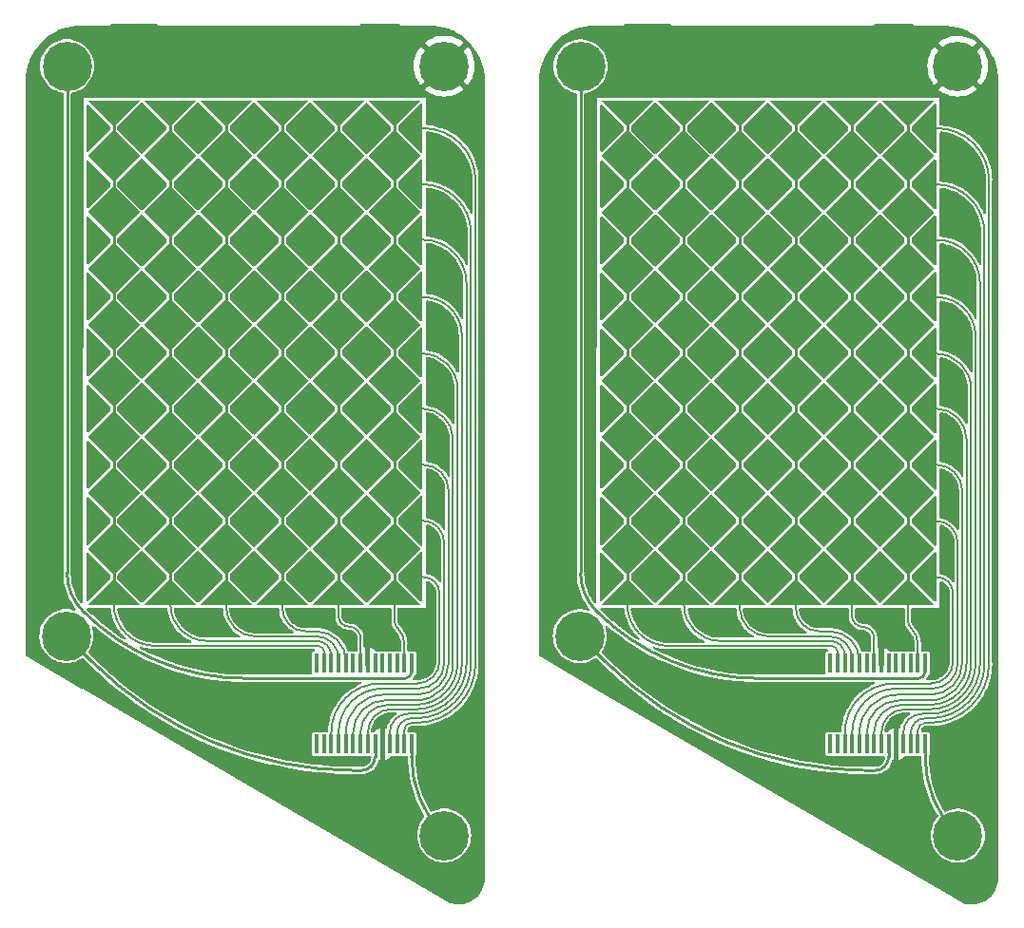
<source format=gbl>
%TF.GenerationSoftware,KiCad,Pcbnew,(6.0.5-0)*%
%TF.CreationDate,2023-02-12T12:56:51+09:00*%
%TF.ProjectId,MTCH6102_breakout,4d544348-3631-4303-925f-627265616b6f,rev?*%
%TF.SameCoordinates,Original*%
%TF.FileFunction,Copper,L2,Bot*%
%TF.FilePolarity,Positive*%
%FSLAX46Y46*%
G04 Gerber Fmt 4.6, Leading zero omitted, Abs format (unit mm)*
G04 Created by KiCad (PCBNEW (6.0.5-0)) date 2023-02-12 12:56:51*
%MOMM*%
%LPD*%
G01*
G04 APERTURE LIST*
G04 Aperture macros list*
%AMRotRect*
0 Rectangle, with rotation*
0 The origin of the aperture is its center*
0 $1 length*
0 $2 width*
0 $3 Rotation angle, in degrees counterclockwise*
0 Add horizontal line*
21,1,$1,$2,0,0,$3*%
%AMOutline4P*
0 Free polygon, 4 corners , with rotation*
0 The origin of the aperture is its center*
0 number of corners: always 4*
0 $1 to $8 corner X, Y*
0 $9 Rotation angle, in degrees counterclockwise*
0 create outline with 4 corners*
4,1,4,$1,$2,$3,$4,$5,$6,$7,$8,$1,$2,$9*%
G04 Aperture macros list end*
%TA.AperFunction,SMDPad,CuDef*%
%ADD10Outline4P,0.000000X-1.175000X0.000000X-1.175000X2.350000X1.175000X-2.350000X1.175000X180.000000*%
%TD*%
%TA.AperFunction,SMDPad,CuDef*%
%ADD11RotRect,3.323400X3.323400X45.000000*%
%TD*%
%TA.AperFunction,SMDPad,CuDef*%
%ADD12Outline4P,0.000000X-1.175000X0.000000X-1.175000X2.350000X1.175000X-2.350000X1.175000X0.000000*%
%TD*%
%TA.AperFunction,ComponentPad*%
%ADD13C,0.700000*%
%TD*%
%TA.AperFunction,ComponentPad*%
%ADD14C,4.400000*%
%TD*%
%TA.AperFunction,SMDPad,CuDef*%
%ADD15R,0.450000X1.750000*%
%TD*%
%TA.AperFunction,ViaPad*%
%ADD16C,0.800000*%
%TD*%
%TA.AperFunction,ViaPad*%
%ADD17C,0.600000*%
%TD*%
%TA.AperFunction,Conductor*%
%ADD18C,0.250000*%
%TD*%
%TA.AperFunction,Conductor*%
%ADD19C,0.153000*%
%TD*%
G04 APERTURE END LIST*
D10*
X113447898Y-145252898D03*
X118447898Y-145252898D03*
X123447898Y-145252898D03*
X128447898Y-145252898D03*
X133447898Y-145252898D03*
X138447898Y-145252898D03*
D11*
X113447898Y-106452898D03*
X118447898Y-106452898D03*
X123447898Y-106452898D03*
X128447898Y-106452898D03*
X133447898Y-106452898D03*
X138447898Y-106452898D03*
D12*
X113447898Y-102652898D03*
X118447898Y-102652898D03*
X123447898Y-102652898D03*
X128447898Y-102652898D03*
X133447898Y-102652898D03*
X138447898Y-102652898D03*
D13*
X144048624Y-168167624D03*
X142881898Y-168650898D03*
D14*
X142881898Y-167000898D03*
D13*
X142881898Y-165350898D03*
X141715172Y-168167624D03*
X144531898Y-167000898D03*
X141231898Y-167000898D03*
X141715172Y-165834172D03*
X144048624Y-165834172D03*
D15*
X131522898Y-151652898D03*
X132172898Y-151652898D03*
X132822898Y-151652898D03*
X133472898Y-151652898D03*
X134122898Y-151652898D03*
X134772898Y-151652898D03*
X135422898Y-151652898D03*
X136072898Y-151652898D03*
X136722898Y-151652898D03*
X137372898Y-151652898D03*
X138022898Y-151652898D03*
X138672898Y-151652898D03*
X139322898Y-151652898D03*
X139972898Y-151652898D03*
X139972898Y-158852898D03*
X139322898Y-158852898D03*
X138672898Y-158852898D03*
X138022898Y-158852898D03*
X137372898Y-158852898D03*
X136722898Y-158852898D03*
X136072898Y-158852898D03*
X135422898Y-158852898D03*
X134772898Y-158852898D03*
X134122898Y-158852898D03*
X133472898Y-158852898D03*
X132822898Y-158852898D03*
X132172898Y-158852898D03*
X131522898Y-158852898D03*
D11*
X174178500Y-131460000D03*
D15*
X177253500Y-151660000D03*
X177903500Y-151660000D03*
X178553500Y-151660000D03*
X179203500Y-151660000D03*
X179853500Y-151660000D03*
X180503500Y-151660000D03*
X181153500Y-151660000D03*
X181803500Y-151660000D03*
X182453500Y-151660000D03*
X183103500Y-151660000D03*
X183753500Y-151660000D03*
X184403500Y-151660000D03*
X185053500Y-151660000D03*
X185703500Y-151660000D03*
X185703500Y-158860000D03*
X185053500Y-158860000D03*
X184403500Y-158860000D03*
X183753500Y-158860000D03*
X183103500Y-158860000D03*
X182453500Y-158860000D03*
X181803500Y-158860000D03*
X181153500Y-158860000D03*
X180503500Y-158860000D03*
X179853500Y-158860000D03*
X179203500Y-158860000D03*
X178553500Y-158860000D03*
X177903500Y-158860000D03*
X177253500Y-158860000D03*
D13*
X190262500Y-98428000D03*
X188612500Y-96778000D03*
D14*
X188612500Y-98428000D03*
D13*
X188612500Y-100078000D03*
X187445774Y-97261274D03*
X187445774Y-99594726D03*
X189779226Y-99594726D03*
X186962500Y-98428000D03*
X189779226Y-97261274D03*
D11*
X184178500Y-111460000D03*
X179178500Y-141460000D03*
X133447898Y-111452898D03*
D12*
X179178500Y-102660000D03*
D11*
X138447898Y-131452898D03*
X184178500Y-126460000D03*
X113447898Y-116452898D03*
X113447898Y-141452898D03*
X128447898Y-116452898D03*
D10*
X169178500Y-145260000D03*
D11*
X169178500Y-116460000D03*
X174178500Y-116460000D03*
D12*
X164178500Y-102660000D03*
D11*
X169178500Y-131460000D03*
X164178500Y-126460000D03*
D13*
X188612500Y-165358000D03*
X189779226Y-165841274D03*
X187445774Y-168174726D03*
X186962500Y-167008000D03*
X190262500Y-167008000D03*
X187445774Y-165841274D03*
X189779226Y-168174726D03*
X188612500Y-168658000D03*
D14*
X188612500Y-167008000D03*
D11*
X118447898Y-141452898D03*
X123447898Y-111452898D03*
X174178500Y-136460000D03*
X184178500Y-121460000D03*
X159178500Y-106460000D03*
X174178500Y-106460000D03*
X128447898Y-126452898D03*
D10*
X159178500Y-145260000D03*
D11*
X179178500Y-116460000D03*
X118447898Y-136452898D03*
X169178500Y-111460000D03*
X179178500Y-126460000D03*
X169178500Y-106460000D03*
X159178500Y-131460000D03*
X118447898Y-121452898D03*
D10*
X179178500Y-145260000D03*
X184178500Y-145260000D03*
D11*
X159178500Y-116460000D03*
D13*
X110457124Y-99587624D03*
X107640398Y-98420898D03*
X108123672Y-97254172D03*
D14*
X109290398Y-98420898D03*
D13*
X110457124Y-97254172D03*
X108123672Y-99587624D03*
X109290398Y-96770898D03*
X110940398Y-98420898D03*
X109290398Y-100070898D03*
D11*
X113447898Y-121452898D03*
X133447898Y-136452898D03*
X159178500Y-141460000D03*
X128447898Y-131452898D03*
D10*
X174178500Y-145260000D03*
D11*
X159178500Y-126460000D03*
X164178500Y-116460000D03*
X138447898Y-121452898D03*
X138447898Y-111452898D03*
X133447898Y-116452898D03*
X118447898Y-126452898D03*
X179178500Y-131460000D03*
X159178500Y-136460000D03*
X138447898Y-141452898D03*
X184178500Y-131460000D03*
X133447898Y-141452898D03*
X159178500Y-111460000D03*
X179178500Y-136460000D03*
X184178500Y-136460000D03*
X123447898Y-126452898D03*
X174178500Y-141460000D03*
X184178500Y-116460000D03*
D12*
X174178500Y-102660000D03*
D11*
X118447898Y-116452898D03*
X169178500Y-141460000D03*
X123447898Y-121452898D03*
X169178500Y-126460000D03*
X123447898Y-141452898D03*
X113447898Y-126452898D03*
X138447898Y-136452898D03*
X164178500Y-141460000D03*
X184178500Y-106460000D03*
X179178500Y-106460000D03*
X184178500Y-141460000D03*
D13*
X154957500Y-147578000D03*
X153790774Y-150394726D03*
D14*
X154957500Y-149228000D03*
D13*
X156124226Y-148061274D03*
X156124226Y-150394726D03*
X156607500Y-149228000D03*
X154957500Y-150878000D03*
X153307500Y-149228000D03*
X153790774Y-148061274D03*
D11*
X179178500Y-111460000D03*
X113447898Y-111452898D03*
X113447898Y-136452898D03*
D12*
X184178500Y-102660000D03*
D11*
X169178500Y-121460000D03*
X123447898Y-136452898D03*
X118447898Y-131452898D03*
X164178500Y-136460000D03*
X128447898Y-121452898D03*
X174178500Y-121460000D03*
X169178500Y-136460000D03*
X123447898Y-131452898D03*
D12*
X159178500Y-102660000D03*
D11*
X128447898Y-111452898D03*
X133447898Y-126452898D03*
D10*
X164178500Y-145260000D03*
D11*
X164178500Y-131460000D03*
D12*
X169178500Y-102660000D03*
D11*
X159178500Y-121460000D03*
X128447898Y-136452898D03*
X118447898Y-111452898D03*
X164178500Y-111460000D03*
X174178500Y-111460000D03*
X179178500Y-121460000D03*
X128447898Y-141452898D03*
X138447898Y-126452898D03*
D13*
X156671000Y-98428000D03*
X155021000Y-100078000D03*
D14*
X155021000Y-98428000D03*
D13*
X153854274Y-97261274D03*
X153371000Y-98428000D03*
X153854274Y-99594726D03*
X155021000Y-96778000D03*
X156187726Y-97261274D03*
X156187726Y-99594726D03*
D11*
X123447898Y-116452898D03*
D13*
X110393624Y-150387624D03*
D14*
X109226898Y-149220898D03*
D13*
X109226898Y-150870898D03*
X110876898Y-149220898D03*
X110393624Y-148054172D03*
X108060172Y-148054172D03*
X107576898Y-149220898D03*
X109226898Y-147570898D03*
X108060172Y-150387624D03*
D11*
X113447898Y-131452898D03*
X133447898Y-121452898D03*
X164178500Y-106460000D03*
X164178500Y-121460000D03*
X138447898Y-116452898D03*
X174178500Y-126460000D03*
D13*
X144048624Y-99587624D03*
X144531898Y-98420898D03*
X142881898Y-100070898D03*
X142881898Y-96770898D03*
D14*
X142881898Y-98420898D03*
D13*
X141715172Y-99587624D03*
X141715172Y-97254172D03*
X141231898Y-98420898D03*
X144048624Y-97254172D03*
D11*
X133447898Y-131452898D03*
D16*
X122697898Y-118952898D03*
X158428500Y-118960000D03*
X178428500Y-118960000D03*
X169928500Y-118960000D03*
X117697898Y-118952898D03*
X174928500Y-118960000D03*
X184928500Y-118960000D03*
X114197898Y-118952898D03*
X164928500Y-118960000D03*
X134197898Y-118952898D03*
X119197898Y-118952898D03*
X124197898Y-118952898D03*
X137697898Y-118952898D03*
X168428500Y-118960000D03*
X112697898Y-118952898D03*
X179928500Y-118960000D03*
X183428500Y-118960000D03*
X139197898Y-118952898D03*
X163428500Y-118960000D03*
X127697898Y-118952898D03*
X173428500Y-118960000D03*
X129197898Y-118952898D03*
X132697898Y-118952898D03*
X159928500Y-118960000D03*
X173428500Y-123960000D03*
X184928500Y-123960000D03*
X169928500Y-123960000D03*
X139197898Y-123952898D03*
X112697898Y-123952898D03*
X174928500Y-123960000D03*
X134197898Y-123952898D03*
X137697898Y-123952898D03*
X127697898Y-123952898D03*
X164928500Y-123960000D03*
X163428500Y-123960000D03*
X159928500Y-123960000D03*
X129197898Y-123952898D03*
X158428500Y-123960000D03*
X114197898Y-123952898D03*
X179928500Y-123960000D03*
X117697898Y-123952898D03*
X119197898Y-123952898D03*
X132697898Y-123952898D03*
X168428500Y-123960000D03*
X178428500Y-123960000D03*
X124197898Y-123952898D03*
X122697898Y-123952898D03*
X183428500Y-123960000D03*
X134197898Y-128952898D03*
X173428500Y-128960000D03*
X158428500Y-128960000D03*
X168428500Y-128960000D03*
X139197898Y-128952898D03*
X137697898Y-128952898D03*
X127697898Y-128952898D03*
X112697898Y-128952898D03*
X132697898Y-128952898D03*
X159928500Y-128960000D03*
X119197898Y-128952898D03*
X163428500Y-128960000D03*
X164928500Y-128960000D03*
X174928500Y-128960000D03*
X124197898Y-128952898D03*
X117697898Y-128952898D03*
X179928500Y-128960000D03*
X129197898Y-128952898D03*
X184928500Y-128960000D03*
X183428500Y-128960000D03*
X114197898Y-128952898D03*
X178428500Y-128960000D03*
X169928500Y-128960000D03*
X122697898Y-128952898D03*
X179928500Y-133960000D03*
X139197898Y-133952898D03*
X178428500Y-133960000D03*
X129197898Y-133952898D03*
X114197898Y-133952898D03*
X169928500Y-133960000D03*
X173428500Y-133960000D03*
X164928500Y-133960000D03*
X184928500Y-133960000D03*
X137697898Y-133952898D03*
X163428500Y-133960000D03*
X159928500Y-133960000D03*
X119197898Y-133952898D03*
X127697898Y-133952898D03*
X158428500Y-133960000D03*
X183428500Y-133960000D03*
X174928500Y-133960000D03*
X122697898Y-133952898D03*
X134197898Y-133952898D03*
X168428500Y-133960000D03*
X132697898Y-133952898D03*
X112697898Y-133952898D03*
X124197898Y-133952898D03*
X117697898Y-133952898D03*
X169928500Y-138960000D03*
X132697898Y-138952898D03*
X163428500Y-138960000D03*
X114197898Y-138952898D03*
X137697898Y-138952898D03*
X122697898Y-138952898D03*
X139197898Y-138952898D03*
X178428500Y-138960000D03*
X164928500Y-138960000D03*
X127697898Y-138952898D03*
X168428500Y-138960000D03*
X183428500Y-138960000D03*
X158428500Y-138960000D03*
X179928500Y-138960000D03*
X124197898Y-138952898D03*
X112697898Y-138952898D03*
X159928500Y-138960000D03*
X119197898Y-138952898D03*
X184928500Y-138960000D03*
X134197898Y-138952898D03*
X174928500Y-138960000D03*
X117697898Y-138952898D03*
X173428500Y-138960000D03*
X129197898Y-138952898D03*
X132697898Y-143952898D03*
X169928500Y-143960000D03*
X179928500Y-143960000D03*
X139197898Y-143952898D03*
X124197898Y-143952898D03*
X158428500Y-143960000D03*
X164928500Y-143960000D03*
X183428500Y-143960000D03*
X137697898Y-143952898D03*
X174928500Y-143960000D03*
X117697898Y-143952898D03*
X119197898Y-143952898D03*
X127697898Y-143952898D03*
X184928500Y-143960000D03*
X159928500Y-143960000D03*
X112697898Y-143952898D03*
X122697898Y-143952898D03*
X178428500Y-143960000D03*
X163428500Y-143960000D03*
X168428500Y-143960000D03*
X173428500Y-143960000D03*
X129197898Y-143952898D03*
X114197898Y-143952898D03*
X134197898Y-143952898D03*
X139197898Y-103952898D03*
X169928500Y-103960000D03*
X137697898Y-103952898D03*
X122697898Y-103952898D03*
X168428500Y-103960000D03*
X114197898Y-103952898D03*
X132697898Y-103952898D03*
X159928500Y-103960000D03*
X134197898Y-103952898D03*
X124197898Y-103952898D03*
X119197898Y-103952898D03*
X163428500Y-103960000D03*
X117697898Y-103952898D03*
X112697898Y-103952898D03*
X129197898Y-103952898D03*
X183428500Y-103960000D03*
X184928500Y-103960000D03*
X127697898Y-103952898D03*
X158428500Y-103960000D03*
X164928500Y-103960000D03*
X173428500Y-103960000D03*
X178428500Y-103960000D03*
X174928500Y-103960000D03*
X179928500Y-103960000D03*
X159928500Y-108960000D03*
X168428500Y-108960000D03*
X119197898Y-108952898D03*
X132697898Y-108952898D03*
X164928500Y-108960000D03*
X169928500Y-108960000D03*
X117697898Y-108952898D03*
X174928500Y-108960000D03*
X158428500Y-108960000D03*
X112697898Y-108952898D03*
X139197898Y-108952898D03*
X114197898Y-108952898D03*
X184928500Y-108960000D03*
X179928500Y-108960000D03*
X183428500Y-108960000D03*
X124197898Y-108952898D03*
X178428500Y-108960000D03*
X129197898Y-108952898D03*
X137697898Y-108952898D03*
X134197898Y-108952898D03*
X127697898Y-108952898D03*
X173428500Y-108960000D03*
X163428500Y-108960000D03*
X122697898Y-108952898D03*
X174928500Y-113960000D03*
X164928500Y-113960000D03*
X158428500Y-113960000D03*
X117697898Y-113952898D03*
X137697898Y-113952898D03*
X169928500Y-113960000D03*
X134197898Y-113952898D03*
X119197898Y-113952898D03*
X122697898Y-113952898D03*
X184928500Y-113960000D03*
X127697898Y-113952898D03*
X114197898Y-113952898D03*
X129197898Y-113952898D03*
X112697898Y-113952898D03*
X139197898Y-113952898D03*
X132697898Y-113952898D03*
X163428500Y-113960000D03*
X178428500Y-113960000D03*
X179928500Y-113960000D03*
X159928500Y-113960000D03*
X183428500Y-113960000D03*
X173428500Y-113960000D03*
X168428500Y-113960000D03*
X124197898Y-113952898D03*
X115974398Y-100452898D03*
X141697898Y-131452898D03*
X181705000Y-100460000D03*
X130974398Y-100452898D03*
X125974398Y-100452898D03*
X115960000Y-147215000D03*
D17*
X172730602Y-151772102D03*
D16*
X155905000Y-116460000D03*
X187428500Y-141460000D03*
X187428500Y-106460000D03*
X176690602Y-147222102D03*
X155905000Y-131460000D03*
X141697898Y-141452898D03*
X181690602Y-147222102D03*
X141697898Y-111452898D03*
X187440602Y-147222102D03*
X141697898Y-106452898D03*
D17*
X127900000Y-156100000D03*
D16*
X135960000Y-147215000D03*
X155905000Y-136460000D03*
X110174398Y-121452898D03*
X187428500Y-126460000D03*
X155905000Y-121460000D03*
X187428500Y-116460000D03*
X155905000Y-126460000D03*
X141697898Y-116452898D03*
X155905000Y-141460000D03*
X135974398Y-100452898D03*
X141697898Y-136452898D03*
X110174398Y-131452898D03*
X187428500Y-131460000D03*
X187428500Y-121460000D03*
X158125602Y-147327102D03*
X141710000Y-147215000D03*
X187428500Y-136460000D03*
X155905000Y-106460000D03*
X161690602Y-147222102D03*
X141697898Y-121452898D03*
X187428500Y-111460000D03*
X110174398Y-106452898D03*
X171690602Y-147222102D03*
X110174398Y-136452898D03*
X112395000Y-147320000D03*
X171705000Y-100460000D03*
X166690602Y-147222102D03*
X166705000Y-100460000D03*
X141697898Y-126452898D03*
X120974398Y-100452898D03*
X176705000Y-100460000D03*
D17*
X127000000Y-151765000D03*
D16*
X120960000Y-147215000D03*
X155905000Y-111460000D03*
X110174398Y-111452898D03*
X130960000Y-147215000D03*
X125960000Y-147215000D03*
X110174398Y-116452898D03*
X161705000Y-100460000D03*
X110174398Y-141452898D03*
D17*
X173630602Y-156107102D03*
D16*
X110174398Y-126452898D03*
D18*
X184178500Y-141460000D02*
X184178500Y-136460000D01*
X138447898Y-121452898D02*
X138447898Y-116452898D01*
D19*
X139322898Y-151652898D02*
X139322898Y-149941070D01*
D18*
X184178500Y-145328020D02*
X184178500Y-145260000D01*
X138447898Y-126452898D02*
X138447898Y-121452898D01*
X184178500Y-111460000D02*
X184178500Y-106460000D01*
X184178500Y-126460000D02*
X184178500Y-121460000D01*
X138447898Y-145320918D02*
X138447898Y-145252898D01*
X184178500Y-102660000D02*
X184178500Y-106460000D01*
X184178500Y-111460000D02*
X184178500Y-116460000D01*
X138447898Y-141452898D02*
X138447898Y-136452898D01*
X184178500Y-121460000D02*
X184178500Y-116460000D01*
X138447898Y-136452898D02*
X138447898Y-131452898D01*
X138447898Y-111452898D02*
X138447898Y-116452898D01*
X184178500Y-145260000D02*
X184178500Y-141460000D01*
D19*
X184178500Y-147835736D02*
X184178500Y-145260000D01*
X138447898Y-147828634D02*
X138447898Y-145252898D01*
D18*
X138447898Y-111452898D02*
X138447898Y-106452898D01*
X184178500Y-131460000D02*
X184178500Y-126460000D01*
X138447898Y-131452898D02*
X138447898Y-126452898D01*
D19*
X185053500Y-151660000D02*
X185053500Y-149948172D01*
D18*
X184178500Y-136460000D02*
X184178500Y-131460000D01*
X138447898Y-102652898D02*
X138447898Y-106452898D01*
X138447898Y-145252898D02*
X138447898Y-141452898D01*
D19*
X138747889Y-148552907D02*
G75*
G02*
X139322898Y-149941070I-1388189J-1388193D01*
G01*
X138447886Y-147828634D02*
G75*
G03*
X138747899Y-148552897I1024314J34D01*
G01*
X184478492Y-148560008D02*
G75*
G02*
X185053500Y-149948172I-1388192J-1388192D01*
G01*
X184178486Y-147835736D02*
G75*
G03*
X184478501Y-148559999I1024314J36D01*
G01*
X181153500Y-151660000D02*
X181153500Y-149385006D01*
D18*
X179178500Y-141460000D02*
X179178500Y-136460000D01*
D19*
X133447898Y-147402896D02*
X133447898Y-145252898D01*
D18*
X179178500Y-145260000D02*
X179178500Y-141460000D01*
X179178500Y-121460000D02*
X179178500Y-126460000D01*
X133447898Y-126452898D02*
X133447898Y-131452898D01*
X179178500Y-116460000D02*
X179178500Y-111460000D01*
X133447898Y-136452898D02*
X133447898Y-131452898D01*
X179178500Y-126460000D02*
X179178500Y-131460000D01*
X133447898Y-116452898D02*
X133447898Y-121452898D01*
X133447898Y-121452898D02*
X133447898Y-126452898D01*
X133447898Y-116452898D02*
X133447898Y-111452898D01*
X179178500Y-106460000D02*
X179178500Y-111460000D01*
D19*
X135422898Y-151652898D02*
X135422898Y-149377904D01*
D18*
X133447898Y-145252898D02*
X133447898Y-141452898D01*
D19*
X179178500Y-147409998D02*
X179178500Y-145260000D01*
D18*
X133447898Y-106452898D02*
X133447898Y-102652898D01*
X133447898Y-141452898D02*
X133447898Y-136452898D01*
X179178500Y-136460000D02*
X179178500Y-131460000D01*
X179178500Y-106460000D02*
X179178500Y-102660000D01*
X179178500Y-116460000D02*
X179178500Y-121460000D01*
X133447898Y-106452898D02*
X133447898Y-111452898D01*
D19*
X180178500Y-148410000D02*
G75*
G02*
X181153500Y-149385006I0J-975000D01*
G01*
X133447902Y-147402896D02*
G75*
G03*
X134447898Y-148402898I999998J-4D01*
G01*
X133447898Y-145252902D02*
G75*
G02*
X133497898Y-145302898I2J-49998D01*
G01*
X134447898Y-148402902D02*
G75*
G02*
X135422898Y-149377904I2J-974998D01*
G01*
X179178500Y-145260000D02*
G75*
G02*
X179228500Y-145310000I0J-50000D01*
G01*
X179178500Y-147409998D02*
G75*
G03*
X180178500Y-148410000I1000000J-2D01*
G01*
D18*
X128447898Y-102652898D02*
X128447898Y-106452898D01*
X128447898Y-121452898D02*
X128447898Y-126452898D01*
X128447898Y-106452898D02*
X128447898Y-111452898D01*
X128447898Y-131452898D02*
X128447898Y-136452898D01*
X174178500Y-102660000D02*
X174178500Y-106460000D01*
X174178500Y-126460000D02*
X174178500Y-131460000D01*
D19*
X177228500Y-148810000D02*
X176278500Y-148810000D01*
X128447898Y-146702898D02*
X128447898Y-145252898D01*
D18*
X174178500Y-106460000D02*
X174178500Y-111460000D01*
X128447898Y-116452898D02*
X128447898Y-121452898D01*
X128447898Y-126452898D02*
X128447898Y-131452898D01*
X128447898Y-145252898D02*
X128447898Y-141452898D01*
X128447898Y-136452898D02*
X128447898Y-141452898D01*
X174178500Y-131460000D02*
X174178500Y-136460000D01*
X174178500Y-136460000D02*
X174178500Y-141460000D01*
X174178500Y-145260000D02*
X174178500Y-141460000D01*
D19*
X131497898Y-148802898D02*
X130547898Y-148802898D01*
X174178500Y-146710000D02*
X174178500Y-145260000D01*
X134122898Y-151652898D02*
X134122898Y-151427898D01*
D18*
X128447898Y-111452898D02*
X128447898Y-116452898D01*
X174178500Y-116460000D02*
X174178500Y-121460000D01*
D19*
X179853500Y-151660000D02*
X179853500Y-151435000D01*
D18*
X174178500Y-111460000D02*
X174178500Y-116460000D01*
X174178500Y-121460000D02*
X174178500Y-126460000D01*
X174178500Y-145260000D02*
G75*
G02*
X174228500Y-145310000I0J-50000D01*
G01*
D19*
X128447902Y-146702898D02*
G75*
G03*
X130547898Y-148802898I2099998J-2D01*
G01*
D18*
X128447898Y-145252902D02*
G75*
G02*
X128497898Y-145302898I2J-49998D01*
G01*
D19*
X177228500Y-148810000D02*
G75*
G02*
X179853500Y-151435000I0J-2625000D01*
G01*
X174178500Y-146710000D02*
G75*
G03*
X176278500Y-148810000I2100000J0D01*
G01*
X131497898Y-148802902D02*
G75*
G02*
X134122898Y-151427898I2J-2624998D01*
G01*
D18*
X123447898Y-111452898D02*
X123447898Y-106452898D01*
D19*
X169178500Y-146660000D02*
X169178500Y-145260000D01*
D18*
X169178500Y-136460000D02*
X169178500Y-131460000D01*
X123447898Y-116452898D02*
X123447898Y-111452898D01*
X169178500Y-141460000D02*
X169178500Y-136460000D01*
X123447898Y-131452898D02*
X123447898Y-126452898D01*
X123447898Y-126452898D02*
X123447898Y-121452898D01*
D19*
X133472898Y-151652898D02*
X133472898Y-151227898D01*
D18*
X169178500Y-126460000D02*
X169178500Y-121460000D01*
X169178500Y-131460000D02*
X169178500Y-126460000D01*
X169178500Y-121460000D02*
X169178500Y-116460000D01*
X123447898Y-141452898D02*
X123447898Y-136452898D01*
X169178500Y-111460000D02*
X169178500Y-106460000D01*
X123447898Y-145252898D02*
X123447898Y-141452898D01*
X123447898Y-106452898D02*
X123447898Y-102652898D01*
D19*
X131497898Y-149252898D02*
X126047898Y-149252898D01*
D18*
X169178500Y-106460000D02*
X169178500Y-102660000D01*
D19*
X177228500Y-149260000D02*
X171778500Y-149260000D01*
D18*
X169178500Y-116460000D02*
X169178500Y-111460000D01*
X123447898Y-121452898D02*
X123447898Y-116452898D01*
D19*
X179203500Y-151660000D02*
X179203500Y-151235000D01*
D18*
X169178500Y-145260000D02*
X169178500Y-141460000D01*
X123447898Y-136452898D02*
X123447898Y-131452898D01*
D19*
X123447898Y-146652898D02*
X123447898Y-145252898D01*
X131497898Y-149252902D02*
G75*
G02*
X133472898Y-151227898I2J-1974998D01*
G01*
X177228500Y-149260000D02*
G75*
G02*
X179203500Y-151235000I0J-1975000D01*
G01*
X123447902Y-146652898D02*
G75*
G03*
X126047898Y-149252898I2599998J-2D01*
G01*
X169178500Y-146660000D02*
G75*
G03*
X171778500Y-149260000I2600000J0D01*
G01*
D18*
X164178500Y-116460000D02*
X164178500Y-121460000D01*
X118447898Y-111452898D02*
X118447898Y-116452898D01*
D19*
X178553500Y-151660000D02*
X178553500Y-150985000D01*
D18*
X118447898Y-106452898D02*
X118447898Y-111452898D01*
X164178500Y-136460000D02*
X164178500Y-141460000D01*
X164178500Y-106460000D02*
X164178500Y-111460000D01*
D19*
X118497898Y-146452898D02*
X118497898Y-145302898D01*
X177228500Y-149660000D02*
X167428500Y-149660000D01*
X131497898Y-149652898D02*
X121697898Y-149652898D01*
D18*
X164178500Y-121460000D02*
X164178500Y-126460000D01*
X118447898Y-121452898D02*
X118447898Y-126452898D01*
X118447898Y-141452898D02*
X118447898Y-145252898D01*
X164178500Y-111460000D02*
X164178500Y-116460000D01*
X118447898Y-136452898D02*
X118447898Y-141452898D01*
X164178500Y-131460000D02*
X164178500Y-136460000D01*
X164178500Y-126460000D02*
X164178500Y-131460000D01*
D19*
X164228500Y-146460000D02*
X164228500Y-145310000D01*
D18*
X118447898Y-126452898D02*
X118447898Y-131452898D01*
X118447898Y-102652898D02*
X118447898Y-106452898D01*
X164178500Y-102660000D02*
X164178500Y-106460000D01*
X164178500Y-141460000D02*
X164178500Y-145260000D01*
D19*
X132822898Y-151652898D02*
X132822898Y-150977898D01*
D18*
X118447898Y-116452898D02*
X118447898Y-121452898D01*
X118447898Y-131452898D02*
X118447898Y-136452898D01*
D19*
X177228500Y-149660000D02*
G75*
G02*
X178553500Y-150985000I0J-1325000D01*
G01*
X131497898Y-149652902D02*
G75*
G02*
X132822898Y-150977898I2J-1324998D01*
G01*
X164178500Y-145260000D02*
G75*
G02*
X164228500Y-145310000I0J-50000D01*
G01*
X118497902Y-146452898D02*
G75*
G03*
X121697898Y-149652898I3199998J-2D01*
G01*
X118447898Y-145252902D02*
G75*
G02*
X118497898Y-145302898I2J-49998D01*
G01*
X164228500Y-146460000D02*
G75*
G03*
X167428500Y-149660000I3200000J0D01*
G01*
D18*
X113447898Y-121452898D02*
X113447898Y-116452898D01*
X159178500Y-121460000D02*
X159178500Y-116460000D01*
X159178500Y-145260000D02*
X159178500Y-141460000D01*
X159178500Y-131460000D02*
X159178500Y-126460000D01*
X159178500Y-126460000D02*
X159178500Y-121460000D01*
D19*
X177381500Y-150110000D02*
X162883214Y-150110000D01*
D18*
X159178500Y-106460000D02*
X159178500Y-102660000D01*
X113447898Y-126452898D02*
X113447898Y-121452898D01*
X113447898Y-145252898D02*
X113447898Y-141452898D01*
D19*
X131650898Y-150102898D02*
X117152612Y-150102898D01*
D18*
X159178500Y-116460000D02*
X159178500Y-111460000D01*
D19*
X132172898Y-151652898D02*
X132172898Y-150624898D01*
D18*
X113447898Y-136452898D02*
X113447898Y-131452898D01*
X159178500Y-141460000D02*
X159178500Y-136460000D01*
X113447898Y-111452898D02*
X113447898Y-106452898D01*
X113447898Y-131452898D02*
X113447898Y-126452898D01*
D19*
X177903500Y-151660000D02*
X177903500Y-150632000D01*
D18*
X159178500Y-111460000D02*
X159178500Y-106460000D01*
X113447898Y-141452898D02*
X113447898Y-136452898D01*
X113447898Y-106452898D02*
X113447898Y-102652898D01*
X113447898Y-116452898D02*
X113447898Y-111452898D01*
X159178500Y-136460000D02*
X159178500Y-131460000D01*
D19*
X159178500Y-146405286D02*
G75*
G03*
X162883214Y-150110000I3704700J-14D01*
G01*
X113447902Y-146398184D02*
G75*
G03*
X117152612Y-150102898I3704698J-16D01*
G01*
D18*
X113447932Y-145252932D02*
G75*
G03*
X113422898Y-145313253I60268J-60368D01*
G01*
X159178513Y-145260013D02*
G75*
G03*
X159153500Y-145320355I60387J-60387D01*
G01*
D19*
X131650898Y-150102902D02*
G75*
G02*
X132172898Y-150624898I2J-521998D01*
G01*
X177381500Y-150110000D02*
G75*
G02*
X177903500Y-150632000I0J-522000D01*
G01*
D18*
X129197898Y-118952898D02*
X132697898Y-118952898D01*
D19*
X144460000Y-151665000D02*
X144460000Y-122465000D01*
X190190602Y-151672102D02*
X190190602Y-122472102D01*
X138144898Y-155752898D02*
X140372102Y-155752898D01*
X181803500Y-158860000D02*
X181803500Y-157832000D01*
D18*
X119197898Y-118952898D02*
X122697898Y-118952898D01*
X179928500Y-118960000D02*
X183428500Y-118960000D01*
X124197898Y-118952898D02*
X127697898Y-118952898D01*
D19*
X141010000Y-119015000D02*
X140910000Y-119015000D01*
D18*
X169928500Y-118960000D02*
X173428500Y-118960000D01*
X159928500Y-118960000D02*
X163428500Y-118960000D01*
D19*
X186740602Y-119022102D02*
X186640602Y-119022102D01*
D18*
X164928500Y-118960000D02*
X168428500Y-118960000D01*
D19*
X140897898Y-119002898D02*
X139247898Y-119002898D01*
D18*
X134197898Y-118952898D02*
X137697898Y-118952898D01*
D19*
X186628500Y-119010000D02*
X184978500Y-119010000D01*
X136072898Y-158852898D02*
X136072898Y-157824898D01*
D18*
X174928500Y-118960000D02*
X178428500Y-118960000D01*
X114197898Y-118952898D02*
X117697898Y-118952898D01*
D19*
X183875500Y-155760000D02*
X186102704Y-155760000D01*
X186740602Y-119022098D02*
G75*
G02*
X190190602Y-122472102I-2J-3450002D01*
G01*
X138144898Y-155752898D02*
G75*
G03*
X136072898Y-157824898I2J-2072002D01*
G01*
X184928500Y-118960000D02*
G75*
G03*
X184978500Y-119010000I50000J0D01*
G01*
X190190600Y-151672102D02*
G75*
G02*
X186102704Y-155760000I-4087900J2D01*
G01*
X139197902Y-118952898D02*
G75*
G03*
X139247898Y-119002898I49998J-2D01*
G01*
X144459998Y-151665000D02*
G75*
G02*
X140372102Y-155752898I-4087898J0D01*
G01*
X186628498Y-119010000D02*
G75*
G03*
X186640602Y-119022102I12102J0D01*
G01*
X183875500Y-155760000D02*
G75*
G03*
X181803500Y-157832000I0J-2072000D01*
G01*
X140897900Y-119002898D02*
G75*
G03*
X140910000Y-119015000I12100J-2D01*
G01*
X141010000Y-119015000D02*
G75*
G02*
X144460000Y-122465000I0J-3450000D01*
G01*
X189790602Y-151672102D02*
X189790602Y-127172102D01*
D18*
X129193327Y-123984590D02*
X132693327Y-123984590D01*
D19*
X135422898Y-158852898D02*
X135422898Y-157824898D01*
D18*
X179923929Y-123991692D02*
X183423929Y-123991692D01*
X119193327Y-123984590D02*
X122693327Y-123984590D01*
D19*
X137894898Y-155352898D02*
X140372102Y-155352898D01*
D18*
X174923929Y-123991692D02*
X178423929Y-123991692D01*
X124193327Y-123984590D02*
X127693327Y-123984590D01*
D19*
X144060000Y-151665000D02*
X144060000Y-127165000D01*
X140947898Y-124052898D02*
X139297898Y-124052898D01*
D18*
X169923929Y-123991692D02*
X173423929Y-123991692D01*
D19*
X186678500Y-124060000D02*
X185028500Y-124060000D01*
X183625500Y-155360000D02*
X186102704Y-155360000D01*
D18*
X164923929Y-123991692D02*
X168423929Y-123991692D01*
X159923929Y-123991692D02*
X163423929Y-123991692D01*
D19*
X181153500Y-158860000D02*
X181153500Y-157832000D01*
D18*
X114193327Y-123984590D02*
X117693327Y-123984590D01*
X134193327Y-123984590D02*
X137693327Y-123984590D01*
D19*
X144059998Y-151665000D02*
G75*
G02*
X140372102Y-155352898I-3687898J0D01*
G01*
X184928500Y-123960000D02*
G75*
G03*
X185028500Y-124060000I100000J0D01*
G01*
X183625500Y-155360000D02*
G75*
G03*
X181153500Y-157832000I0J-2472000D01*
G01*
X140947898Y-124052900D02*
G75*
G02*
X144060000Y-127165000I2J-3112100D01*
G01*
X139197902Y-123952898D02*
G75*
G03*
X139297898Y-124052898I99998J-2D01*
G01*
X137894898Y-155352898D02*
G75*
G03*
X135422898Y-157824898I2J-2472002D01*
G01*
D18*
X112697902Y-123952898D02*
G75*
G03*
X112597898Y-123852898I-100002J-2D01*
G01*
D19*
X186678500Y-124059998D02*
G75*
G02*
X189790602Y-127172102I0J-3112102D01*
G01*
D18*
X158428500Y-123960000D02*
G75*
G03*
X158328500Y-123860000I-100000J0D01*
G01*
D19*
X189790600Y-151672102D02*
G75*
G02*
X186102704Y-155360000I-3687900J2D01*
G01*
D18*
X111197898Y-128952898D02*
X112697898Y-128952898D01*
X124197898Y-128952898D02*
X127697898Y-128952898D01*
X164928500Y-128960000D02*
X168428500Y-128960000D01*
X114197898Y-128952898D02*
X117697898Y-128952898D01*
D19*
X180503500Y-158860000D02*
X180503500Y-157832000D01*
D18*
X169928500Y-128960000D02*
X173428500Y-128960000D01*
X174928500Y-128960000D02*
X178428500Y-128960000D01*
D19*
X140947898Y-128952898D02*
X139197898Y-128952898D01*
D18*
X134197898Y-128952898D02*
X137697898Y-128952898D01*
D19*
X189390602Y-151672102D02*
X189390602Y-131672102D01*
X137644898Y-154952898D02*
X140372102Y-154952898D01*
D18*
X156928500Y-128960000D02*
X158428500Y-128960000D01*
D19*
X186678500Y-128960000D02*
X184928500Y-128960000D01*
D18*
X159928500Y-128960000D02*
X163428500Y-128960000D01*
X179928500Y-128960000D02*
X183428500Y-128960000D01*
X119197898Y-128952898D02*
X122697898Y-128952898D01*
D19*
X143660000Y-151665000D02*
X143660000Y-131665000D01*
X183375500Y-154960000D02*
X186102704Y-154960000D01*
D18*
X129197898Y-128952898D02*
X132697898Y-128952898D01*
D19*
X134772898Y-158852898D02*
X134772898Y-157824898D01*
X189390600Y-151672102D02*
G75*
G02*
X186102704Y-154960000I-3287900J2D01*
G01*
X186678500Y-128959998D02*
G75*
G02*
X189390602Y-131672102I0J-2712102D01*
G01*
X137644898Y-154952898D02*
G75*
G03*
X134772898Y-157824898I2J-2872002D01*
G01*
X183375500Y-154960000D02*
G75*
G03*
X180503500Y-157832000I0J-2872000D01*
G01*
X143659998Y-151665000D02*
G75*
G02*
X140372102Y-154952898I-3287898J0D01*
G01*
X140947898Y-128952900D02*
G75*
G02*
X143660000Y-131665000I2J-2712100D01*
G01*
D18*
X134197898Y-133952898D02*
X137697898Y-133952898D01*
X129197898Y-133952898D02*
X132697898Y-133952898D01*
D19*
X188990602Y-151672102D02*
X188990602Y-136222102D01*
D18*
X124197898Y-133952898D02*
X127697898Y-133952898D01*
D19*
X141010000Y-133965000D02*
X139210000Y-133965000D01*
D18*
X164928500Y-133960000D02*
X168428500Y-133960000D01*
D19*
X143260000Y-151665000D02*
X143260000Y-136215000D01*
D18*
X114197898Y-133952898D02*
X117697898Y-133952898D01*
X179928500Y-133960000D02*
X183428500Y-133960000D01*
D19*
X179853500Y-158860000D02*
X179853500Y-157832000D01*
D18*
X119197898Y-133952898D02*
X122697898Y-133952898D01*
X159928500Y-133960000D02*
X163428500Y-133960000D01*
D19*
X137494898Y-154452898D02*
X140472102Y-154452898D01*
X134122898Y-158852898D02*
X134122898Y-157824898D01*
D18*
X169928500Y-133960000D02*
X173428500Y-133960000D01*
X174928500Y-133960000D02*
X178428500Y-133960000D01*
D19*
X186740602Y-133972102D02*
X184940602Y-133972102D01*
X183225500Y-154460000D02*
X186202704Y-154460000D01*
X141010000Y-133965000D02*
G75*
G02*
X143260000Y-136215000I0J-2250000D01*
G01*
X184928498Y-133960000D02*
G75*
G03*
X184940602Y-133972102I12102J0D01*
G01*
X143259998Y-151665000D02*
G75*
G02*
X140472102Y-154452898I-2787898J0D01*
G01*
X183225500Y-154460000D02*
G75*
G03*
X179853500Y-157832000I0J-3372000D01*
G01*
X188990600Y-151672102D02*
G75*
G02*
X186202704Y-154460000I-2787900J2D01*
G01*
X137494898Y-154452898D02*
G75*
G03*
X134122898Y-157824898I2J-3372002D01*
G01*
X186740602Y-133972098D02*
G75*
G02*
X188990602Y-136222102I-2J-2250002D01*
G01*
X139197900Y-133952898D02*
G75*
G03*
X139210000Y-133965000I12100J-2D01*
G01*
X142860000Y-151665000D02*
X142860000Y-140865000D01*
D18*
X114197898Y-138952898D02*
X117697898Y-138952898D01*
X134197898Y-138952898D02*
X137697898Y-138952898D01*
X129197898Y-138952898D02*
X132697898Y-138952898D01*
X174928500Y-138960000D02*
X178428500Y-138960000D01*
D19*
X183125500Y-153910000D02*
X186352704Y-153910000D01*
X188590602Y-151672102D02*
X188590602Y-140872102D01*
X137394898Y-153902898D02*
X140622102Y-153902898D01*
X140947898Y-138952898D02*
X139197898Y-138952898D01*
D18*
X179928500Y-138960000D02*
X183428500Y-138960000D01*
X159928500Y-138960000D02*
X163428500Y-138960000D01*
D19*
X133472898Y-158852898D02*
X133472898Y-157824898D01*
D18*
X169928500Y-138960000D02*
X173428500Y-138960000D01*
D19*
X179203500Y-158860000D02*
X179203500Y-157832000D01*
D18*
X164928500Y-138960000D02*
X168428500Y-138960000D01*
D19*
X186678500Y-138960000D02*
X184928500Y-138960000D01*
D18*
X124197898Y-138952898D02*
X127697898Y-138952898D01*
X119197898Y-138952898D02*
X122697898Y-138952898D01*
D19*
X186678500Y-138959998D02*
G75*
G02*
X188590602Y-140872102I0J-1912102D01*
G01*
X142859998Y-151665000D02*
G75*
G02*
X140622102Y-153902898I-2237898J0D01*
G01*
X140947898Y-138952900D02*
G75*
G02*
X142860000Y-140865000I2J-1912100D01*
G01*
X183125500Y-153910000D02*
G75*
G03*
X179203500Y-157832000I0J-3922000D01*
G01*
X137394898Y-153902898D02*
G75*
G03*
X133472898Y-157824898I2J-3922002D01*
G01*
X188590600Y-151672102D02*
G75*
G02*
X186352704Y-153910000I-2237900J2D01*
G01*
D18*
X119197898Y-143952898D02*
X122697898Y-143952898D01*
D19*
X132822898Y-157824898D02*
X132822898Y-158852898D01*
D18*
X134197898Y-143952898D02*
X137697898Y-143952898D01*
D19*
X142460000Y-145415000D02*
X142460000Y-151465000D01*
X178553500Y-157832000D02*
X178553500Y-158860000D01*
D18*
X129197898Y-143952898D02*
X132697898Y-143952898D01*
D19*
X186202704Y-153460000D02*
X182925500Y-153460000D01*
X188190602Y-145422102D02*
X188190602Y-151472102D01*
D18*
X164928500Y-143960000D02*
X168428500Y-143960000D01*
X174928500Y-143960000D02*
X178428500Y-143960000D01*
X124197898Y-143952898D02*
X127697898Y-143952898D01*
D19*
X140472102Y-153452898D02*
X137194898Y-153452898D01*
D18*
X114197898Y-143952898D02*
X117697898Y-143952898D01*
D19*
X139210000Y-143965000D02*
X141010000Y-143965000D01*
D18*
X179928500Y-143960000D02*
X183428500Y-143960000D01*
D19*
X184940602Y-143972102D02*
X186740602Y-143972102D01*
D18*
X169928500Y-143960000D02*
X173428500Y-143960000D01*
X159928500Y-143960000D02*
X163428500Y-143960000D01*
D19*
X188190598Y-145422102D02*
G75*
G03*
X186740602Y-143972102I-1449998J2D01*
G01*
X132822898Y-157824898D02*
G75*
G02*
X137194898Y-153452898I4372002J-2D01*
G01*
X140472102Y-153452900D02*
G75*
G03*
X142460000Y-151465000I-2J1987900D01*
G01*
X186202704Y-153460002D02*
G75*
G03*
X188190602Y-151472102I-4J1987902D01*
G01*
X184940602Y-143972100D02*
G75*
G02*
X184928500Y-143960000I-2J12100D01*
G01*
X139210000Y-143965002D02*
G75*
G02*
X139197898Y-143952898I0J12102D01*
G01*
X178553500Y-157832000D02*
G75*
G02*
X182925500Y-153460000I4372000J0D01*
G01*
X142460000Y-145415000D02*
G75*
G03*
X141010000Y-143965000I-1450000J0D01*
G01*
D18*
X119197898Y-103952898D02*
X122697898Y-103952898D01*
D19*
X139322898Y-158852898D02*
X139322898Y-157602102D01*
D18*
X164928500Y-103960000D02*
X168428500Y-103960000D01*
X174928500Y-103960000D02*
X178428500Y-103960000D01*
X159928500Y-103960000D02*
X163428500Y-103960000D01*
D19*
X191390602Y-151672102D02*
X191390602Y-108622102D01*
X185690602Y-156972102D02*
X186090602Y-156972102D01*
X185053500Y-158860000D02*
X185053500Y-157609204D01*
X145660000Y-151665000D02*
X145660000Y-108615000D01*
D18*
X169928500Y-103960000D02*
X173428500Y-103960000D01*
X114197898Y-103952898D02*
X117697898Y-103952898D01*
D19*
X139960000Y-156965000D02*
X140360000Y-156965000D01*
D18*
X179928500Y-103960000D02*
X183428500Y-103960000D01*
X134197898Y-103952898D02*
X137697898Y-103952898D01*
D19*
X140997898Y-103952898D02*
X139197898Y-103952898D01*
D18*
X124197898Y-103952898D02*
X127697898Y-103952898D01*
X129197898Y-103952898D02*
X132697898Y-103952898D01*
D19*
X186728500Y-103960000D02*
X184928500Y-103960000D01*
X186728500Y-103959998D02*
G75*
G02*
X191390602Y-108622102I0J-4662102D01*
G01*
X191390602Y-151672102D02*
G75*
G02*
X186090602Y-156972102I-5300002J2D01*
G01*
X140997898Y-103952900D02*
G75*
G02*
X145660000Y-108615000I2J-4662100D01*
G01*
X145660000Y-151665000D02*
G75*
G02*
X140360000Y-156965000I-5300000J0D01*
G01*
X185690602Y-156972100D02*
G75*
G03*
X185053500Y-157609204I-2J-637100D01*
G01*
X139960000Y-156964998D02*
G75*
G03*
X139322898Y-157602102I0J-637102D01*
G01*
X138672898Y-158852898D02*
X138672898Y-157877898D01*
D18*
X159928500Y-108960000D02*
X163428500Y-108960000D01*
X119197898Y-108952898D02*
X122697898Y-108952898D01*
D19*
X184403500Y-158860000D02*
X184403500Y-157885000D01*
D18*
X114197898Y-108952898D02*
X117697898Y-108952898D01*
X179928500Y-108960000D02*
X183428500Y-108960000D01*
X164928500Y-108960000D02*
X168428500Y-108960000D01*
D19*
X186652704Y-108960000D02*
X184928500Y-108960000D01*
X190990602Y-151672102D02*
X190990602Y-113297898D01*
D18*
X124197898Y-108952898D02*
X127697898Y-108952898D01*
D19*
X140922102Y-108952898D02*
X139197898Y-108952898D01*
D18*
X174928500Y-108960000D02*
X178428500Y-108960000D01*
D19*
X145260000Y-151665000D02*
X145260000Y-113290796D01*
X185728500Y-156560000D02*
X186102704Y-156560000D01*
D18*
X134197898Y-108952898D02*
X137697898Y-108952898D01*
D19*
X139997898Y-156552898D02*
X140372102Y-156552898D01*
D18*
X129197898Y-108952898D02*
X132697898Y-108952898D01*
X169928500Y-108960000D02*
X173428500Y-108960000D01*
D19*
X186652704Y-108959998D02*
G75*
G02*
X190990602Y-113297898I-4J-4337902D01*
G01*
X185728500Y-156560000D02*
G75*
G03*
X184403500Y-157885000I0J-1325000D01*
G01*
X140922102Y-108952900D02*
G75*
G02*
X145260000Y-113290796I-2J-4337900D01*
G01*
X145259998Y-151665000D02*
G75*
G02*
X140372102Y-156552898I-4887898J0D01*
G01*
X190990600Y-151672102D02*
G75*
G02*
X186102704Y-156560000I-4887900J2D01*
G01*
X139997898Y-156552898D02*
G75*
G03*
X138672898Y-157877898I2J-1325002D01*
G01*
D18*
X129197898Y-113952898D02*
X132697898Y-113952898D01*
D19*
X183753500Y-158860000D02*
X183753500Y-157832000D01*
D18*
X134197898Y-113952898D02*
X137697898Y-113952898D01*
D19*
X139694898Y-156152898D02*
X140372102Y-156152898D01*
D18*
X164928500Y-113960000D02*
X168428500Y-113960000D01*
D19*
X190590602Y-151672102D02*
X190590602Y-117772102D01*
D18*
X119197898Y-113952898D02*
X122697898Y-113952898D01*
X159928500Y-113960000D02*
X163428500Y-113960000D01*
D19*
X140997898Y-113902898D02*
X139247898Y-113902898D01*
D18*
X114197898Y-113952898D02*
X117697898Y-113952898D01*
X174928500Y-113960000D02*
X178428500Y-113960000D01*
X124197898Y-113952898D02*
X127697898Y-113952898D01*
X169928500Y-113960000D02*
X173428500Y-113960000D01*
D19*
X185425500Y-156160000D02*
X186102704Y-156160000D01*
X186728500Y-113910000D02*
X184978500Y-113910000D01*
X144860000Y-151665000D02*
X144860000Y-117765000D01*
D18*
X179928500Y-113960000D02*
X183428500Y-113960000D01*
D19*
X138022898Y-158852898D02*
X138022898Y-157824898D01*
X144859998Y-151665000D02*
G75*
G02*
X140372102Y-156152898I-4487898J0D01*
G01*
X186728500Y-113909998D02*
G75*
G02*
X190590602Y-117772102I0J-3862102D01*
G01*
X140997898Y-113902900D02*
G75*
G02*
X144860000Y-117765000I2J-3862100D01*
G01*
X190590600Y-151672102D02*
G75*
G02*
X186102704Y-156160000I-4487900J2D01*
G01*
X139197898Y-113952898D02*
G75*
G02*
X139247898Y-113902898I50002J-2D01*
G01*
X185425500Y-156160000D02*
G75*
G03*
X183753500Y-157832000I0J-1672000D01*
G01*
X139694898Y-156152898D02*
G75*
G03*
X138022898Y-157824898I2J-1672002D01*
G01*
X184928500Y-113960000D02*
G75*
G02*
X184978500Y-113910000I50000J0D01*
G01*
D18*
X136072898Y-151652898D02*
X136072898Y-147487559D01*
X181803500Y-151660000D02*
X181803500Y-147494661D01*
X181690592Y-147222112D02*
G75*
G02*
X181803500Y-147494661I-272592J-272588D01*
G01*
X135959988Y-147215012D02*
G75*
G02*
X136072898Y-147487559I-272588J-272588D01*
G01*
X135485796Y-161215000D02*
X135010000Y-161215000D01*
X181216398Y-161222102D02*
X180740602Y-161222102D01*
X182453500Y-158860000D02*
X182453500Y-159985000D01*
X136722898Y-158852898D02*
X136722898Y-159977898D01*
X111470705Y-151464705D02*
X109226898Y-149220898D01*
X157201307Y-151471807D02*
X154957500Y-149228000D01*
X181216398Y-161222100D02*
G75*
G03*
X182453500Y-159985000I2J1237100D01*
G01*
X111470703Y-151464707D02*
G75*
G03*
X135010000Y-161215000I23539297J23539307D01*
G01*
X157201304Y-151471810D02*
G75*
G03*
X180740602Y-161222102I23539296J23539310D01*
G01*
X135485796Y-161214998D02*
G75*
G03*
X136722898Y-159977898I4J1237098D01*
G01*
X142881898Y-167000898D02*
X141422106Y-167000898D01*
X139972898Y-158852898D02*
X139972898Y-159977951D01*
X188612500Y-167008000D02*
X187152708Y-167008000D01*
X185703500Y-158860000D02*
X185703500Y-159985053D01*
X188612515Y-167007985D02*
G75*
G02*
X185703500Y-159985053I7022985J7022985D01*
G01*
X142881897Y-167000899D02*
G75*
G02*
X139972898Y-159977951I7022953J7022949D01*
G01*
X139400000Y-153000000D02*
X125185281Y-153000000D01*
X139972898Y-151652898D02*
X139972898Y-152427102D01*
X185130602Y-153007102D02*
X170915883Y-153007102D01*
X185703500Y-151660000D02*
X185703500Y-152434204D01*
X155021000Y-143604022D02*
X155021000Y-98428000D01*
X109290398Y-143596920D02*
X109290398Y-98420898D01*
X139400000Y-152999998D02*
G75*
G03*
X139972898Y-152427102I0J572898D01*
G01*
X109290390Y-143596920D02*
G75*
G03*
X110700000Y-147000000I4812710J20D01*
G01*
X156430606Y-147007098D02*
G75*
G03*
X170915883Y-153007102I14485294J14485298D01*
G01*
X110700005Y-146999995D02*
G75*
G03*
X125185281Y-153000000I14485295J14485295D01*
G01*
X185130602Y-153007100D02*
G75*
G03*
X185703500Y-152434204I-2J572900D01*
G01*
X155020990Y-143604022D02*
G75*
G03*
X156430602Y-147007102I4812710J22D01*
G01*
%TA.AperFunction,Conductor*%
G36*
X162970195Y-94641009D02*
G01*
X163001281Y-94683795D01*
X163002373Y-94683269D01*
X163005266Y-94689279D01*
X163006159Y-94690509D01*
X163006564Y-94691977D01*
X163007209Y-94693317D01*
X163009688Y-94704185D01*
X163016635Y-94712903D01*
X163037488Y-94739072D01*
X163037490Y-94739074D01*
X163042163Y-94744938D01*
X163044654Y-94750126D01*
X163049183Y-94753748D01*
X163051511Y-94756669D01*
X163051511Y-94756670D01*
X163058176Y-94765033D01*
X163066695Y-94775724D01*
X163081732Y-94782977D01*
X163100548Y-94794826D01*
X163116094Y-94807258D01*
X163126957Y-94809756D01*
X163126959Y-94809757D01*
X163135039Y-94811615D01*
X163135042Y-94811615D01*
X163146630Y-94814280D01*
X163149087Y-94815465D01*
X163151794Y-94815467D01*
X163157345Y-94816744D01*
X163157346Y-94816744D01*
X163164983Y-94818500D01*
X163182821Y-94822602D01*
X181008205Y-94822602D01*
X181074787Y-94807414D01*
X181113356Y-94776680D01*
X181137606Y-94757356D01*
X181137607Y-94757355D01*
X181146326Y-94750407D01*
X181151224Y-94740254D01*
X181181206Y-94678093D01*
X181223516Y-94633894D01*
X181270375Y-94622102D01*
X184509921Y-94622102D01*
X184568112Y-94641009D01*
X184596950Y-94680700D01*
X184599397Y-94679517D01*
X184604248Y-94689551D01*
X184606748Y-94700418D01*
X184639038Y-94740789D01*
X184641552Y-94746024D01*
X184646195Y-94749737D01*
X184663885Y-94771854D01*
X184673935Y-94776679D01*
X184673936Y-94776680D01*
X184678653Y-94778945D01*
X184697630Y-94790872D01*
X184704283Y-94796192D01*
X184704285Y-94796193D01*
X184712992Y-94803156D01*
X184727352Y-94806458D01*
X184732202Y-94807574D01*
X184732205Y-94807574D01*
X184743871Y-94810257D01*
X184746348Y-94811446D01*
X184749032Y-94811443D01*
X184754461Y-94812692D01*
X184754462Y-94812692D01*
X184774260Y-94817245D01*
X184774263Y-94817245D01*
X184779719Y-94818500D01*
X187005000Y-94818500D01*
X187005000Y-96247895D01*
X186896954Y-96331252D01*
X186889429Y-96342263D01*
X186889482Y-96344129D01*
X186892313Y-96348602D01*
X187005000Y-96461289D01*
X187005000Y-97179711D01*
X186537219Y-96711930D01*
X186525336Y-96705876D01*
X186523082Y-96706233D01*
X186519526Y-96709136D01*
X186394761Y-96865706D01*
X186391336Y-96870579D01*
X186223132Y-97143455D01*
X186220318Y-97148704D01*
X186086120Y-97439803D01*
X186083951Y-97445365D01*
X185985696Y-97750480D01*
X185984217Y-97756237D01*
X185923324Y-98070973D01*
X185922550Y-98076853D01*
X185899910Y-98396614D01*
X185899847Y-98402570D01*
X185915786Y-98722725D01*
X185916440Y-98728648D01*
X185970724Y-99044567D01*
X185972083Y-99050360D01*
X186063930Y-99357476D01*
X186065976Y-99363067D01*
X186194048Y-99656910D01*
X186196758Y-99662230D01*
X186359209Y-99938569D01*
X186362525Y-99943502D01*
X186515441Y-100143870D01*
X186526413Y-100151453D01*
X186528141Y-100151413D01*
X186532819Y-100148470D01*
X187005000Y-99676289D01*
X187005000Y-100394711D01*
X186896592Y-100503119D01*
X186890538Y-100515002D01*
X186890916Y-100517394D01*
X186893660Y-100520773D01*
X187005000Y-100610454D01*
X187005000Y-101222102D01*
X186996769Y-101222111D01*
X180565641Y-101229282D01*
X155346500Y-101257399D01*
X155346500Y-100893738D01*
X155365407Y-100835547D01*
X155414907Y-100799583D01*
X155433092Y-100795519D01*
X155468613Y-100791032D01*
X155468617Y-100791031D01*
X155471698Y-100790642D01*
X155474705Y-100789870D01*
X155761253Y-100716298D01*
X155761259Y-100716296D01*
X155764262Y-100715525D01*
X155767149Y-100714382D01*
X155767152Y-100714381D01*
X155999735Y-100622295D01*
X156045104Y-100604332D01*
X156047820Y-100602839D01*
X156047826Y-100602836D01*
X156307068Y-100460315D01*
X156309795Y-100458816D01*
X156554162Y-100281274D01*
X156774349Y-100074504D01*
X156966885Y-99841768D01*
X157058051Y-99698114D01*
X157127064Y-99589366D01*
X157127064Y-99589365D01*
X157128733Y-99586736D01*
X157257341Y-99313430D01*
X157342818Y-99050360D01*
X157349723Y-99029110D01*
X157349725Y-99029102D01*
X157350681Y-99026160D01*
X157407280Y-98729457D01*
X157426246Y-98428000D01*
X157407280Y-98126543D01*
X157350681Y-97829840D01*
X157349725Y-97826898D01*
X157349723Y-97826890D01*
X157258303Y-97545531D01*
X157257341Y-97542570D01*
X157128733Y-97269264D01*
X156966885Y-97014232D01*
X156870984Y-96898307D01*
X156776330Y-96783891D01*
X156774349Y-96781496D01*
X156554162Y-96574726D01*
X156535423Y-96561111D01*
X156388889Y-96454649D01*
X156309795Y-96397184D01*
X156189866Y-96331252D01*
X156047826Y-96253164D01*
X156047820Y-96253161D01*
X156045104Y-96251668D01*
X155999735Y-96233705D01*
X155767152Y-96141619D01*
X155767149Y-96141618D01*
X155764262Y-96140475D01*
X155761259Y-96139704D01*
X155761253Y-96139702D01*
X155474705Y-96066130D01*
X155474704Y-96066130D01*
X155471698Y-96065358D01*
X155468617Y-96064969D01*
X155468613Y-96064968D01*
X155369097Y-96052396D01*
X155172027Y-96027500D01*
X154869973Y-96027500D01*
X154672903Y-96052396D01*
X154573387Y-96064968D01*
X154573383Y-96064969D01*
X154570302Y-96065358D01*
X154567296Y-96066130D01*
X154567295Y-96066130D01*
X154280747Y-96139702D01*
X154280741Y-96139704D01*
X154277738Y-96140475D01*
X154274851Y-96141618D01*
X154274848Y-96141619D01*
X154042265Y-96233705D01*
X153996896Y-96251668D01*
X153994180Y-96253161D01*
X153994174Y-96253164D01*
X153852134Y-96331252D01*
X153732205Y-96397184D01*
X153653111Y-96454649D01*
X153506578Y-96561111D01*
X153487838Y-96574726D01*
X153267651Y-96781496D01*
X153265670Y-96783891D01*
X153171017Y-96898307D01*
X153075115Y-97014232D01*
X152913267Y-97269264D01*
X152784659Y-97542570D01*
X152783697Y-97545531D01*
X152692277Y-97826890D01*
X152692275Y-97826898D01*
X152691319Y-97829840D01*
X152634720Y-98126543D01*
X152615754Y-98428000D01*
X152634720Y-98729457D01*
X152691319Y-99026160D01*
X152692275Y-99029102D01*
X152692277Y-99029110D01*
X152699182Y-99050360D01*
X152784659Y-99313430D01*
X152913267Y-99586736D01*
X152914936Y-99589365D01*
X152914936Y-99589366D01*
X152983950Y-99698114D01*
X153075115Y-99841768D01*
X153267651Y-100074504D01*
X153487838Y-100281274D01*
X153732205Y-100458816D01*
X153734932Y-100460315D01*
X153994174Y-100602836D01*
X153994180Y-100602839D01*
X153996896Y-100604332D01*
X154042265Y-100622295D01*
X154274848Y-100714381D01*
X154274851Y-100714382D01*
X154277738Y-100715525D01*
X154280741Y-100716296D01*
X154280747Y-100716298D01*
X154567295Y-100789870D01*
X154570302Y-100790642D01*
X154573383Y-100791031D01*
X154573387Y-100791032D01*
X154608908Y-100795519D01*
X154664270Y-100821570D01*
X154693746Y-100875187D01*
X154695500Y-100893738D01*
X154695500Y-101258125D01*
X151348000Y-101261857D01*
X151348000Y-99731931D01*
X151350506Y-99709797D01*
X151350663Y-99709112D01*
X151353156Y-99698245D01*
X151350689Y-99687371D01*
X151350697Y-99680422D01*
X151349382Y-99665851D01*
X151364458Y-99316250D01*
X151366135Y-99277369D01*
X151366881Y-99268787D01*
X151421050Y-98855714D01*
X151422547Y-98847205D01*
X151512516Y-98440467D01*
X151514748Y-98432121D01*
X151639839Y-98034767D01*
X151642790Y-98026647D01*
X151802050Y-97641709D01*
X151805698Y-97633878D01*
X151997920Y-97264277D01*
X152002238Y-97256793D01*
X152051307Y-97179711D01*
X152225937Y-96905384D01*
X152230888Y-96898307D01*
X152484379Y-96567731D01*
X152489930Y-96561111D01*
X152771283Y-96253889D01*
X152777391Y-96247778D01*
X153084451Y-95966262D01*
X153091068Y-95960707D01*
X153421506Y-95707032D01*
X153428582Y-95702075D01*
X153779879Y-95478176D01*
X153787360Y-95473855D01*
X153939613Y-95394565D01*
X154156840Y-95281437D01*
X154164661Y-95277788D01*
X154549516Y-95118314D01*
X154557634Y-95115358D01*
X154954922Y-94990046D01*
X154963267Y-94987809D01*
X155369980Y-94897611D01*
X155378484Y-94896111D01*
X155502024Y-94879841D01*
X155791482Y-94841721D01*
X155800088Y-94840967D01*
X156188033Y-94824023D01*
X156201411Y-94825246D01*
X156209378Y-94825260D01*
X156220243Y-94827758D01*
X156232243Y-94825043D01*
X156254090Y-94822602D01*
X158783205Y-94822602D01*
X158849787Y-94807414D01*
X158888356Y-94776680D01*
X158912606Y-94757356D01*
X158912607Y-94757355D01*
X158921326Y-94750407D01*
X158926224Y-94740254D01*
X158956206Y-94678093D01*
X158998516Y-94633894D01*
X159045375Y-94622102D01*
X162912004Y-94622102D01*
X162970195Y-94641009D01*
G37*
%TD.AperFunction*%
%TA.AperFunction,Conductor*%
G36*
X141411283Y-144315485D02*
G01*
X141535333Y-144366867D01*
X141549173Y-144373919D01*
X141692831Y-144461954D01*
X141705398Y-144471085D01*
X141833511Y-144580504D01*
X141844496Y-144591489D01*
X141953915Y-144719602D01*
X141963046Y-144732169D01*
X142051081Y-144875827D01*
X142058134Y-144889670D01*
X142122606Y-145045321D01*
X142127407Y-145060095D01*
X142166739Y-145223927D01*
X142169169Y-145239270D01*
X142180693Y-145385692D01*
X142180111Y-145397811D01*
X142180231Y-145397811D01*
X142180231Y-145406469D01*
X142178727Y-145415000D01*
X142180231Y-145423529D01*
X142180231Y-145423530D01*
X142181496Y-145430704D01*
X142183000Y-145447895D01*
X142183000Y-147452898D01*
X141274398Y-147452898D01*
X141274398Y-144406949D01*
X141293305Y-144348758D01*
X141342805Y-144312794D01*
X141403991Y-144312794D01*
X141411283Y-144315485D01*
G37*
%TD.AperFunction*%
%TA.AperFunction,Conductor*%
G36*
X141600067Y-94813916D02*
G01*
X141611539Y-94816554D01*
X141622412Y-94814094D01*
X141629346Y-94814106D01*
X141643937Y-94812797D01*
X141693453Y-94814959D01*
X142032859Y-94829778D01*
X142041463Y-94830531D01*
X142454931Y-94884964D01*
X142463437Y-94886464D01*
X142870584Y-94976727D01*
X142878926Y-94978962D01*
X143276671Y-95104370D01*
X143284773Y-95107318D01*
X143569893Y-95225419D01*
X143670074Y-95266916D01*
X143677901Y-95270566D01*
X144047820Y-95463133D01*
X144055280Y-95467439D01*
X144407038Y-95691534D01*
X144414090Y-95696472D01*
X144649656Y-95877228D01*
X144744956Y-95950354D01*
X144751560Y-95955895D01*
X145059049Y-96237657D01*
X145065148Y-96243757D01*
X145346891Y-96551225D01*
X145352443Y-96557841D01*
X145606318Y-96888697D01*
X145611271Y-96895770D01*
X145835359Y-97247516D01*
X145839665Y-97254976D01*
X145945988Y-97459220D01*
X146032233Y-97624896D01*
X146035883Y-97632723D01*
X146187499Y-97998755D01*
X146195477Y-98018016D01*
X146198429Y-98026125D01*
X146323839Y-98423873D01*
X146326072Y-98432208D01*
X146416338Y-98839370D01*
X146417835Y-98847862D01*
X146472269Y-99261333D01*
X146473022Y-99269937D01*
X146489979Y-99658324D01*
X146488754Y-99671721D01*
X146488740Y-99679675D01*
X146486242Y-99690539D01*
X146488702Y-99701411D01*
X146488957Y-99702536D01*
X146491398Y-99724386D01*
X146491398Y-147452898D01*
X145937000Y-147452898D01*
X145937000Y-108647895D01*
X145938504Y-108630704D01*
X145939625Y-108624345D01*
X145941273Y-108615000D01*
X145941705Y-108615000D01*
X145940389Y-108584842D01*
X145922986Y-108186273D01*
X145922892Y-108184119D01*
X145874134Y-107813764D01*
X145866879Y-107758655D01*
X145866877Y-107758643D01*
X145866597Y-107756517D01*
X145773249Y-107335449D01*
X145643557Y-106924119D01*
X145478509Y-106525657D01*
X145279360Y-106143097D01*
X145047627Y-105779349D01*
X144785074Y-105437183D01*
X144493697Y-105119201D01*
X144489783Y-105115614D01*
X144177306Y-104829282D01*
X144175716Y-104827825D01*
X143833549Y-104565271D01*
X143569883Y-104397298D01*
X143471633Y-104334706D01*
X143471631Y-104334705D01*
X143469801Y-104333539D01*
X143087241Y-104134390D01*
X142688779Y-103969342D01*
X142549409Y-103925399D01*
X142279505Y-103840299D01*
X142279500Y-103840298D01*
X142277449Y-103839651D01*
X142132488Y-103807514D01*
X141858502Y-103746772D01*
X141858497Y-103746771D01*
X141856381Y-103746302D01*
X141428779Y-103690007D01*
X141369080Y-103687401D01*
X141311770Y-103665974D01*
X141277999Y-103614952D01*
X141274398Y-103588495D01*
X141274398Y-100603352D01*
X141308006Y-100630422D01*
X141312870Y-100633879D01*
X141584866Y-100803511D01*
X141590091Y-100806347D01*
X141880491Y-100942072D01*
X141886030Y-100944265D01*
X142190622Y-101044115D01*
X142196395Y-101045630D01*
X142510790Y-101108167D01*
X142516675Y-101108973D01*
X142836311Y-101133287D01*
X142842266Y-101133380D01*
X143162501Y-101119119D01*
X143168421Y-101118496D01*
X143484622Y-101065866D01*
X143490427Y-101064536D01*
X143798007Y-100974302D01*
X143803626Y-100972279D01*
X144098127Y-100845752D01*
X144103462Y-100843069D01*
X144380643Y-100682070D01*
X144385601Y-100678776D01*
X144598148Y-100518319D01*
X144605788Y-100507387D01*
X144605759Y-100505800D01*
X144602702Y-100500913D01*
X142592692Y-98490902D01*
X142564915Y-98436385D01*
X142567242Y-98421695D01*
X143246140Y-98421695D01*
X143246936Y-98426726D01*
X144956909Y-100136698D01*
X144968792Y-100142752D01*
X144971321Y-100142352D01*
X144974523Y-100139766D01*
X145083157Y-100006329D01*
X145086631Y-100001495D01*
X145257685Y-99730390D01*
X145260551Y-99725177D01*
X145397792Y-99435494D01*
X145400016Y-99429961D01*
X145501462Y-99125890D01*
X145503003Y-99120141D01*
X145567186Y-98806080D01*
X145568025Y-98800183D01*
X145594111Y-98479465D01*
X145594271Y-98475966D01*
X145594830Y-98422625D01*
X145594744Y-98419174D01*
X145575378Y-98097939D01*
X145574664Y-98092045D01*
X145517073Y-97776705D01*
X145515653Y-97770922D01*
X145420594Y-97464781D01*
X145418492Y-97459220D01*
X145287348Y-97166729D01*
X145284581Y-97161437D01*
X145119250Y-96886822D01*
X145115874Y-96881910D01*
X144978391Y-96705624D01*
X144967340Y-96698156D01*
X144965335Y-96698224D01*
X144961067Y-96700940D01*
X143252194Y-98409812D01*
X143246140Y-98421695D01*
X142567242Y-98421695D01*
X142574486Y-98375953D01*
X142592692Y-98350894D01*
X142881898Y-98061688D01*
X144598183Y-96345402D01*
X144604237Y-96333519D01*
X144603902Y-96331402D01*
X144600840Y-96327671D01*
X144432560Y-96195009D01*
X144427671Y-96191611D01*
X144153912Y-96024836D01*
X144148654Y-96022052D01*
X143856851Y-95889377D01*
X143851283Y-95887240D01*
X143545658Y-95790584D01*
X143539883Y-95789133D01*
X143224852Y-95729891D01*
X143218943Y-95729145D01*
X142899086Y-95708181D01*
X142893115Y-95708149D01*
X142573055Y-95725763D01*
X142567148Y-95726447D01*
X142251514Y-95782386D01*
X142245710Y-95783779D01*
X141939098Y-95877228D01*
X141933508Y-95879306D01*
X141640337Y-96008916D01*
X141635037Y-96011652D01*
X141359564Y-96175541D01*
X141354629Y-96178895D01*
X141274398Y-96240793D01*
X141274398Y-94811398D01*
X141577881Y-94811398D01*
X141600067Y-94813916D01*
G37*
%TD.AperFunction*%
%TA.AperFunction,Conductor*%
G36*
X141401648Y-139294630D02*
G01*
X141415197Y-139298609D01*
X141620510Y-139375186D01*
X141633359Y-139381054D01*
X141825686Y-139486073D01*
X141837568Y-139493709D01*
X142012990Y-139625027D01*
X142023666Y-139634277D01*
X142178622Y-139789233D01*
X142187872Y-139799909D01*
X142319190Y-139975331D01*
X142326826Y-139987213D01*
X142431845Y-140179539D01*
X142437713Y-140192388D01*
X142514291Y-140397702D01*
X142518271Y-140411255D01*
X142564852Y-140625384D01*
X142566862Y-140639365D01*
X142580894Y-140835555D01*
X142580231Y-140848398D01*
X142580231Y-140856471D01*
X142578727Y-140865000D01*
X142580231Y-140873529D01*
X142580231Y-140873530D01*
X142581496Y-140880704D01*
X142583000Y-140897895D01*
X142583000Y-144337032D01*
X142564093Y-144395223D01*
X142514593Y-144431187D01*
X142453407Y-144431187D01*
X142404746Y-144396360D01*
X142320630Y-144283993D01*
X142320619Y-144283980D01*
X142318513Y-144281167D01*
X142143833Y-144106487D01*
X141946071Y-143958444D01*
X141942977Y-143956754D01*
X141942973Y-143956752D01*
X141732351Y-143841744D01*
X141732350Y-143841744D01*
X141729254Y-143840053D01*
X141600534Y-143792043D01*
X141501109Y-143754959D01*
X141501108Y-143754959D01*
X141497795Y-143753723D01*
X141451911Y-143743742D01*
X141352354Y-143722084D01*
X141299512Y-143691239D01*
X141274892Y-143635225D01*
X141274398Y-143625346D01*
X141274398Y-139389800D01*
X141293305Y-139331609D01*
X141342805Y-139295645D01*
X141394446Y-139293063D01*
X141401648Y-139294630D01*
G37*
%TD.AperFunction*%
%TA.AperFunction,Conductor*%
G36*
X141493469Y-134303821D02*
G01*
X141514288Y-134307962D01*
X141526792Y-134311313D01*
X141560299Y-134322687D01*
X141758895Y-134390102D01*
X141770844Y-134395051D01*
X141990694Y-134503469D01*
X142001888Y-134509932D01*
X142155496Y-134612570D01*
X142205692Y-134646110D01*
X142215965Y-134653993D01*
X142400243Y-134815600D01*
X142409400Y-134824757D01*
X142571007Y-135009035D01*
X142578890Y-135019308D01*
X142715065Y-135223107D01*
X142721531Y-135234306D01*
X142829949Y-135454156D01*
X142834898Y-135466105D01*
X142913686Y-135698204D01*
X142917038Y-135710713D01*
X142964856Y-135951110D01*
X142966546Y-135963950D01*
X142981061Y-136185424D01*
X142980231Y-136200636D01*
X142980231Y-136206470D01*
X142978727Y-136215000D01*
X142980231Y-136223529D01*
X142980231Y-136223530D01*
X142981496Y-136230704D01*
X142983000Y-136247895D01*
X142983000Y-139644867D01*
X142964093Y-139703058D01*
X142914593Y-139739022D01*
X142853407Y-139739022D01*
X142803907Y-139703058D01*
X142799278Y-139696084D01*
X142752786Y-139619176D01*
X142589459Y-139410704D01*
X142402194Y-139223440D01*
X142193722Y-139060112D01*
X141967083Y-138923105D01*
X141948463Y-138914725D01*
X141728308Y-138815640D01*
X141728302Y-138815638D01*
X141725583Y-138814414D01*
X141722733Y-138813526D01*
X141722728Y-138813524D01*
X141475595Y-138736515D01*
X141472742Y-138735626D01*
X141425854Y-138727034D01*
X141355552Y-138714150D01*
X141301723Y-138685063D01*
X141275271Y-138629891D01*
X141274398Y-138616772D01*
X141274398Y-134380878D01*
X141293305Y-134322687D01*
X141342805Y-134286723D01*
X141392711Y-134283780D01*
X141493469Y-134303821D01*
G37*
%TD.AperFunction*%
%TA.AperFunction,Conductor*%
G36*
X141452985Y-129286425D02*
G01*
X141524772Y-129299581D01*
X141536366Y-129302438D01*
X141757890Y-129371468D01*
X141805678Y-129386359D01*
X141816856Y-129390598D01*
X142074089Y-129506369D01*
X142084674Y-129511925D01*
X142326067Y-129657852D01*
X142335906Y-129664643D01*
X142557954Y-129838607D01*
X142566902Y-129846534D01*
X142766364Y-130045995D01*
X142774292Y-130054944D01*
X142948256Y-130276993D01*
X142955045Y-130286828D01*
X143100978Y-130528230D01*
X143106530Y-130538809D01*
X143222301Y-130796042D01*
X143226540Y-130807220D01*
X143310459Y-131076525D01*
X143313320Y-131088133D01*
X143364166Y-131365591D01*
X143365607Y-131377459D01*
X143381203Y-131635294D01*
X143380232Y-131652310D01*
X143380232Y-131656467D01*
X143378727Y-131665000D01*
X143380231Y-131673529D01*
X143380231Y-131673531D01*
X143381496Y-131680704D01*
X143383000Y-131697895D01*
X143383000Y-134900669D01*
X143364093Y-134958860D01*
X143314593Y-134994824D01*
X143253407Y-134994824D01*
X143203907Y-134958860D01*
X143199278Y-134951885D01*
X143095033Y-134779442D01*
X143093482Y-134776876D01*
X142904944Y-134536226D01*
X142688774Y-134320056D01*
X142448124Y-134131518D01*
X142186502Y-133973363D01*
X142183785Y-133972140D01*
X142183777Y-133972136D01*
X141910449Y-133849121D01*
X141910443Y-133849119D01*
X141907724Y-133847895D01*
X141904874Y-133847007D01*
X141904869Y-133847005D01*
X141618709Y-133757834D01*
X141618708Y-133757834D01*
X141615856Y-133756945D01*
X141612920Y-133756407D01*
X141612916Y-133756406D01*
X141521733Y-133739696D01*
X141355552Y-133709242D01*
X141301723Y-133680157D01*
X141275271Y-133624985D01*
X141274398Y-133611865D01*
X141274398Y-129372489D01*
X141293305Y-129314298D01*
X141342805Y-129278334D01*
X141391243Y-129275111D01*
X141452985Y-129286425D01*
G37*
%TD.AperFunction*%
%TA.AperFunction,Conductor*%
G36*
X141573282Y-124400050D02*
G01*
X141584105Y-124402520D01*
X141878931Y-124487457D01*
X141889407Y-124491123D01*
X142172875Y-124608539D01*
X142182865Y-124613350D01*
X142451402Y-124761766D01*
X142460796Y-124767668D01*
X142711021Y-124945213D01*
X142719700Y-124952134D01*
X142948472Y-125156576D01*
X142956322Y-125164427D01*
X143160765Y-125393198D01*
X143167686Y-125401875D01*
X143345237Y-125652111D01*
X143351134Y-125661496D01*
X143499547Y-125930028D01*
X143504361Y-125940024D01*
X143588885Y-126144081D01*
X143621777Y-126223489D01*
X143625444Y-126233969D01*
X143710380Y-126528791D01*
X143712850Y-126539614D01*
X143764242Y-126842088D01*
X143765485Y-126853120D01*
X143781325Y-127135169D01*
X143780231Y-127153616D01*
X143780231Y-127156471D01*
X143778727Y-127165000D01*
X143780231Y-127173529D01*
X143780231Y-127173530D01*
X143781496Y-127180704D01*
X143783000Y-127197895D01*
X143783000Y-130232773D01*
X143764093Y-130290964D01*
X143714593Y-130326928D01*
X143653407Y-130326928D01*
X143603907Y-130290964D01*
X143595790Y-130277718D01*
X143541265Y-130170705D01*
X143541260Y-130170697D01*
X143540089Y-130168398D01*
X143466411Y-130054944D01*
X143370868Y-129907820D01*
X143370862Y-129907812D01*
X143369451Y-129905639D01*
X143172282Y-129662156D01*
X142950742Y-129440617D01*
X142707259Y-129243448D01*
X142705086Y-129242037D01*
X142705078Y-129242031D01*
X142446678Y-129074224D01*
X142446672Y-129074221D01*
X142444500Y-129072810D01*
X142442201Y-129071639D01*
X142442193Y-129071634D01*
X142167643Y-128931745D01*
X142165343Y-128930573D01*
X141872849Y-128818295D01*
X141870345Y-128817624D01*
X141572729Y-128737878D01*
X141572724Y-128737877D01*
X141570220Y-128737206D01*
X141357911Y-128703580D01*
X141303395Y-128675803D01*
X141275617Y-128621286D01*
X141274398Y-128605799D01*
X141274398Y-124466507D01*
X141293305Y-124408316D01*
X141342805Y-124372352D01*
X141389981Y-124368906D01*
X141573282Y-124400050D01*
G37*
%TD.AperFunction*%
%TA.AperFunction,Conductor*%
G36*
X141521173Y-119337813D02*
G01*
X141664575Y-119360526D01*
X141674711Y-119362680D01*
X141985499Y-119445955D01*
X141995354Y-119449158D01*
X142295731Y-119564462D01*
X142305198Y-119568676D01*
X142591883Y-119714749D01*
X142600857Y-119719931D01*
X142870689Y-119895162D01*
X142879068Y-119901248D01*
X143129125Y-120103741D01*
X143136814Y-120110664D01*
X143364336Y-120338186D01*
X143371259Y-120345875D01*
X143573748Y-120595927D01*
X143579838Y-120604311D01*
X143755069Y-120874143D01*
X143760251Y-120883117D01*
X143906324Y-121169802D01*
X143910538Y-121179269D01*
X144025842Y-121479646D01*
X144029045Y-121489501D01*
X144112320Y-121800289D01*
X144114474Y-121810425D01*
X144164807Y-122128208D01*
X144165890Y-122138514D01*
X144181431Y-122435054D01*
X144180231Y-122454669D01*
X144180231Y-122456470D01*
X144178727Y-122465000D01*
X144180231Y-122473529D01*
X144180231Y-122473530D01*
X144181496Y-122480704D01*
X144183000Y-122497895D01*
X144183000Y-125636742D01*
X144164093Y-125694933D01*
X144114593Y-125730897D01*
X144053407Y-125730897D01*
X144003907Y-125694933D01*
X143995790Y-125681687D01*
X143888150Y-125470432D01*
X143886974Y-125468124D01*
X143885560Y-125465946D01*
X143694919Y-125172384D01*
X143694913Y-125172376D01*
X143693502Y-125170203D01*
X143469948Y-124894137D01*
X143218762Y-124642951D01*
X142942696Y-124419397D01*
X142745121Y-124291091D01*
X142646952Y-124227339D01*
X142646946Y-124227336D01*
X142644774Y-124225925D01*
X142634937Y-124220913D01*
X142330572Y-124065831D01*
X142330564Y-124065827D01*
X142328261Y-124064654D01*
X141996625Y-123937350D01*
X141994128Y-123936681D01*
X141994122Y-123936679D01*
X141656008Y-123846082D01*
X141656003Y-123846081D01*
X141653499Y-123845410D01*
X141357910Y-123798594D01*
X141303395Y-123770817D01*
X141275617Y-123716300D01*
X141274398Y-123700813D01*
X141274398Y-119414641D01*
X141293305Y-119356450D01*
X141342805Y-119320486D01*
X141388884Y-119316860D01*
X141521173Y-119337813D01*
G37*
%TD.AperFunction*%
%TA.AperFunction,Conductor*%
G36*
X141554548Y-114227608D02*
G01*
X141692502Y-114248072D01*
X141702031Y-114249967D01*
X142033878Y-114333091D01*
X142043175Y-114335911D01*
X142365278Y-114451161D01*
X142374254Y-114454879D01*
X142683509Y-114601145D01*
X142692077Y-114605725D01*
X142985508Y-114781601D01*
X142993568Y-114786986D01*
X143242910Y-114971910D01*
X143268361Y-114990786D01*
X143275871Y-114996950D01*
X143529344Y-115226685D01*
X143536214Y-115233555D01*
X143765949Y-115487028D01*
X143772112Y-115494537D01*
X143975913Y-115769331D01*
X143981298Y-115777391D01*
X144114772Y-116000078D01*
X144157174Y-116070821D01*
X144161754Y-116079389D01*
X144308020Y-116388644D01*
X144311738Y-116397620D01*
X144426989Y-116719723D01*
X144429809Y-116729020D01*
X144512932Y-117060867D01*
X144514827Y-117070396D01*
X144565022Y-117408781D01*
X144565975Y-117418449D01*
X144581524Y-117734945D01*
X144580231Y-117755520D01*
X144580231Y-117756471D01*
X144578727Y-117765000D01*
X144580231Y-117773529D01*
X144580231Y-117773530D01*
X144581496Y-117780704D01*
X144583000Y-117797895D01*
X144583000Y-120861600D01*
X144564093Y-120919791D01*
X144514593Y-120955755D01*
X144453407Y-120955755D01*
X144403907Y-120919791D01*
X144394505Y-120903928D01*
X144301926Y-120708186D01*
X144300885Y-120705985D01*
X144239944Y-120604311D01*
X144113877Y-120393980D01*
X144113872Y-120393973D01*
X144112625Y-120391892D01*
X144111173Y-120389934D01*
X143895943Y-120099730D01*
X143895936Y-120099722D01*
X143894485Y-120097765D01*
X143648565Y-119826435D01*
X143630647Y-119810195D01*
X143379046Y-119582156D01*
X143379041Y-119582152D01*
X143377235Y-119580515D01*
X143375278Y-119579064D01*
X143375270Y-119579057D01*
X143085066Y-119363827D01*
X143085064Y-119363826D01*
X143083108Y-119362375D01*
X143081027Y-119361128D01*
X143081020Y-119361123D01*
X142771106Y-119175368D01*
X142771101Y-119175366D01*
X142769015Y-119174115D01*
X142766814Y-119173074D01*
X142440178Y-119018587D01*
X142440176Y-119018586D01*
X142437981Y-119017548D01*
X142435699Y-119016732D01*
X142435693Y-119016729D01*
X142095488Y-118895002D01*
X142095486Y-118895001D01*
X142093196Y-118894182D01*
X141737979Y-118805205D01*
X141490026Y-118768424D01*
X141378171Y-118751832D01*
X141378169Y-118751832D01*
X141375750Y-118751473D01*
X141373317Y-118751353D01*
X141373312Y-118751353D01*
X141369455Y-118751164D01*
X141368543Y-118751119D01*
X141311350Y-118729381D01*
X141277856Y-118678177D01*
X141274398Y-118652238D01*
X141274398Y-114300820D01*
X141293305Y-114242629D01*
X141342805Y-114206665D01*
X141387923Y-114202892D01*
X141554548Y-114227608D01*
G37*
%TD.AperFunction*%
%TA.AperFunction,Conductor*%
G36*
X141663766Y-109298414D02*
G01*
X141672756Y-109300095D01*
X142028962Y-109383874D01*
X142037746Y-109386372D01*
X142207953Y-109443420D01*
X142384728Y-109502670D01*
X142393254Y-109505973D01*
X142728011Y-109653782D01*
X142736197Y-109657858D01*
X143055898Y-109835931D01*
X143063655Y-109840733D01*
X143365567Y-110047548D01*
X143372864Y-110053059D01*
X143654384Y-110286830D01*
X143661142Y-110292990D01*
X143919909Y-110551757D01*
X143926069Y-110558515D01*
X144159840Y-110840035D01*
X144165350Y-110847330D01*
X144372166Y-111149244D01*
X144376968Y-111157000D01*
X144457868Y-111302241D01*
X144555041Y-111476702D01*
X144559116Y-111484887D01*
X144706928Y-111819646D01*
X144710232Y-111828174D01*
X144826524Y-112175143D01*
X144829026Y-112183938D01*
X144912805Y-112540145D01*
X144914486Y-112549133D01*
X144965046Y-112911579D01*
X144965889Y-112920685D01*
X144981605Y-113260638D01*
X144980231Y-113282038D01*
X144980231Y-113282266D01*
X144978727Y-113290796D01*
X144980231Y-113299325D01*
X144980231Y-113299326D01*
X144981496Y-113306500D01*
X144983000Y-113323691D01*
X144983000Y-116073779D01*
X144964093Y-116131970D01*
X144914593Y-116167934D01*
X144853407Y-116167934D01*
X144803907Y-116131970D01*
X144793435Y-116113767D01*
X144707951Y-115920164D01*
X144707028Y-115918073D01*
X144520792Y-115583717D01*
X144459703Y-115494538D01*
X144305794Y-115269857D01*
X144305790Y-115269852D01*
X144304501Y-115267970D01*
X144059998Y-114973527D01*
X143789371Y-114702900D01*
X143494928Y-114458398D01*
X143493046Y-114457109D01*
X143493041Y-114457105D01*
X143181070Y-114243400D01*
X143181065Y-114243397D01*
X143179182Y-114242107D01*
X142844825Y-114055871D01*
X142494711Y-113901281D01*
X142492556Y-113900559D01*
X142492549Y-113900556D01*
X142134002Y-113780384D01*
X142131827Y-113779655D01*
X141945547Y-113735842D01*
X141761505Y-113692556D01*
X141761502Y-113692555D01*
X141759268Y-113692030D01*
X141380214Y-113639154D01*
X141368826Y-113638628D01*
X141311574Y-113617056D01*
X141277932Y-113565950D01*
X141274398Y-113539734D01*
X141274398Y-109357868D01*
X141293305Y-109299677D01*
X141342805Y-109263713D01*
X141387076Y-109259817D01*
X141663766Y-109298414D01*
G37*
%TD.AperFunction*%
%TA.AperFunction,Conductor*%
G36*
X141391984Y-104248120D02*
G01*
X141397925Y-104248394D01*
X141407025Y-104249237D01*
X141553103Y-104269613D01*
X141799132Y-104303933D01*
X141808121Y-104305614D01*
X141981389Y-104346366D01*
X142193484Y-104396250D01*
X142202268Y-104398749D01*
X142577643Y-104524563D01*
X142586155Y-104527860D01*
X142839699Y-104639810D01*
X142948318Y-104687770D01*
X142956504Y-104691846D01*
X143302367Y-104884490D01*
X143310123Y-104889292D01*
X143636740Y-105113030D01*
X143644037Y-105118541D01*
X143948602Y-105371448D01*
X143955360Y-105377609D01*
X144235290Y-105657540D01*
X144241450Y-105664297D01*
X144494362Y-105968866D01*
X144499866Y-105976153D01*
X144723608Y-106302777D01*
X144728408Y-106310530D01*
X144848233Y-106525657D01*
X144921053Y-106656394D01*
X144925129Y-106664580D01*
X145085037Y-107026735D01*
X145088337Y-107035255D01*
X145214149Y-107410624D01*
X145216651Y-107419419D01*
X145307285Y-107804776D01*
X145308966Y-107813764D01*
X145363663Y-108205869D01*
X145364506Y-108214975D01*
X145381605Y-108584842D01*
X145380231Y-108606242D01*
X145380231Y-108606470D01*
X145378727Y-108615000D01*
X145380231Y-108623529D01*
X145380231Y-108623530D01*
X145381496Y-108630704D01*
X145383000Y-108647895D01*
X145383000Y-111503343D01*
X145364093Y-111561534D01*
X145314593Y-111597498D01*
X145253407Y-111597498D01*
X145203907Y-111561534D01*
X145192536Y-111541228D01*
X145109437Y-111340608D01*
X145109433Y-111340600D01*
X145108604Y-111338598D01*
X144922527Y-110981150D01*
X144706006Y-110641279D01*
X144460686Y-110321572D01*
X144459235Y-110319988D01*
X144459227Y-110319979D01*
X144211956Y-110050132D01*
X144188435Y-110024463D01*
X143891326Y-109752213D01*
X143571620Y-109506893D01*
X143246356Y-109299677D01*
X143233558Y-109291524D01*
X143233556Y-109291523D01*
X143231748Y-109290371D01*
X143173055Y-109259817D01*
X142997379Y-109168366D01*
X142874300Y-109104295D01*
X142501993Y-108950081D01*
X142117663Y-108828902D01*
X142115551Y-108828434D01*
X142115548Y-108828433D01*
X142035085Y-108810595D01*
X141724234Y-108741681D01*
X141722108Y-108741401D01*
X141722096Y-108741399D01*
X141360476Y-108693791D01*
X141305251Y-108667450D01*
X141276056Y-108613679D01*
X141274398Y-108595638D01*
X141274398Y-104346366D01*
X141293305Y-104288175D01*
X141342805Y-104252211D01*
X141377968Y-104247472D01*
X141391984Y-104248120D01*
G37*
%TD.AperFunction*%
%TA.AperFunction,Conductor*%
G36*
X142215494Y-98824835D02*
G01*
X142240553Y-98843041D01*
X142459755Y-99062243D01*
X142487532Y-99116760D01*
X142477961Y-99177192D01*
X142459755Y-99202251D01*
X141329799Y-100332207D01*
X141275282Y-100359984D01*
X141274398Y-100359844D01*
X141274398Y-99669188D01*
X142100545Y-98843041D01*
X142155062Y-98815264D01*
X142215494Y-98824835D01*
G37*
%TD.AperFunction*%
%TA.AperFunction,Conductor*%
G36*
X141304740Y-96491383D02*
G01*
X141329799Y-96509589D01*
X142459755Y-97639545D01*
X142487532Y-97694062D01*
X142477961Y-97754494D01*
X142459755Y-97779553D01*
X142240553Y-97998755D01*
X142186036Y-98026532D01*
X142125604Y-98016961D01*
X142100545Y-97998755D01*
X141274398Y-97172608D01*
X141274398Y-96486578D01*
X141304740Y-96491383D01*
G37*
%TD.AperFunction*%
%TA.AperFunction,Conductor*%
G36*
X187141887Y-144322588D02*
G01*
X187265938Y-144373972D01*
X187279770Y-144381021D01*
X187341003Y-144418544D01*
X187423431Y-144469057D01*
X187435998Y-144478188D01*
X187564111Y-144587606D01*
X187575096Y-144598591D01*
X187684514Y-144726704D01*
X187693645Y-144739271D01*
X187781680Y-144882929D01*
X187788733Y-144896772D01*
X187853205Y-145052423D01*
X187858006Y-145067197D01*
X187897338Y-145231029D01*
X187899768Y-145246372D01*
X187911293Y-145392804D01*
X187910711Y-145404908D01*
X187910833Y-145404908D01*
X187910833Y-145413574D01*
X187909329Y-145422102D01*
X187910833Y-145430631D01*
X187910833Y-145430632D01*
X187912098Y-145437806D01*
X187913602Y-145454997D01*
X187913602Y-147460000D01*
X187005000Y-147460000D01*
X187005000Y-144414052D01*
X187023907Y-144355861D01*
X187073407Y-144319897D01*
X187134593Y-144319897D01*
X187141887Y-144322588D01*
G37*
%TD.AperFunction*%
%TA.AperFunction,Conductor*%
G36*
X187330669Y-94821018D02*
G01*
X187342141Y-94823656D01*
X187353014Y-94821196D01*
X187359948Y-94821208D01*
X187374539Y-94819899D01*
X187403351Y-94821157D01*
X187763460Y-94836880D01*
X187772064Y-94837633D01*
X187997608Y-94867326D01*
X188185544Y-94892069D01*
X188194030Y-94893565D01*
X188601185Y-94983829D01*
X188609523Y-94986063D01*
X189007272Y-95111473D01*
X189015374Y-95114421D01*
X189304360Y-95234123D01*
X189400675Y-95274018D01*
X189408502Y-95277668D01*
X189778421Y-95470236D01*
X189785881Y-95474542D01*
X190137626Y-95698629D01*
X190144700Y-95703583D01*
X190475558Y-95957458D01*
X190482158Y-95962997D01*
X190789649Y-96244759D01*
X190795741Y-96250851D01*
X191077503Y-96558342D01*
X191083042Y-96564942D01*
X191190762Y-96705326D01*
X191336917Y-96895800D01*
X191341870Y-96902873D01*
X191565958Y-97254619D01*
X191570264Y-97262079D01*
X191732119Y-97572999D01*
X191762832Y-97631998D01*
X191766482Y-97639825D01*
X191925639Y-98024063D01*
X191926076Y-98025119D01*
X191929027Y-98033228D01*
X192054437Y-98430975D01*
X192056671Y-98439315D01*
X192141592Y-98822366D01*
X192146933Y-98846460D01*
X192148433Y-98854965D01*
X192202867Y-99268436D01*
X192203620Y-99277040D01*
X192220578Y-99665439D01*
X192219356Y-99678799D01*
X192219342Y-99686777D01*
X192216844Y-99697641D01*
X192219304Y-99708513D01*
X192219559Y-99709638D01*
X192222000Y-99731488D01*
X192222000Y-147460000D01*
X191667602Y-147460000D01*
X191667602Y-108654997D01*
X191669106Y-108637806D01*
X191670227Y-108631447D01*
X191671875Y-108622102D01*
X191672307Y-108622102D01*
X191671462Y-108602736D01*
X191653588Y-108193375D01*
X191653494Y-108191221D01*
X191597200Y-107763619D01*
X191503851Y-107342550D01*
X191406515Y-107033836D01*
X191374812Y-106933288D01*
X191374160Y-106931220D01*
X191209111Y-106532758D01*
X191009963Y-106150198D01*
X190901208Y-105979487D01*
X190779389Y-105788269D01*
X190779387Y-105788266D01*
X190778230Y-105786450D01*
X190515677Y-105444283D01*
X190224300Y-105126301D01*
X190220386Y-105122714D01*
X189907909Y-104836382D01*
X189906319Y-104834925D01*
X189564152Y-104572371D01*
X189500246Y-104531658D01*
X189202214Y-104341791D01*
X189202212Y-104341790D01*
X189200404Y-104340638D01*
X188817844Y-104141489D01*
X188419382Y-103976441D01*
X188008052Y-103846749D01*
X188005940Y-103846281D01*
X188005937Y-103846280D01*
X187862555Y-103814493D01*
X187586983Y-103753401D01*
X187584857Y-103753121D01*
X187584845Y-103753119D01*
X187161523Y-103697388D01*
X187159381Y-103697106D01*
X187146477Y-103696543D01*
X187099681Y-103694499D01*
X187042370Y-103673071D01*
X187008600Y-103622049D01*
X187005000Y-103595593D01*
X187005000Y-100610454D01*
X187038608Y-100637524D01*
X187043472Y-100640981D01*
X187315468Y-100810613D01*
X187320693Y-100813449D01*
X187611093Y-100949174D01*
X187616632Y-100951367D01*
X187921224Y-101051217D01*
X187926997Y-101052732D01*
X188241392Y-101115269D01*
X188247277Y-101116075D01*
X188566913Y-101140389D01*
X188572868Y-101140482D01*
X188893103Y-101126221D01*
X188899023Y-101125598D01*
X189215224Y-101072968D01*
X189221029Y-101071638D01*
X189528609Y-100981404D01*
X189534228Y-100979381D01*
X189828729Y-100852854D01*
X189834064Y-100850171D01*
X190111245Y-100689172D01*
X190116203Y-100685878D01*
X190328750Y-100525421D01*
X190336390Y-100514489D01*
X190336361Y-100512902D01*
X190333304Y-100508015D01*
X188323294Y-98498004D01*
X188295517Y-98443487D01*
X188297844Y-98428797D01*
X188976742Y-98428797D01*
X188977538Y-98433828D01*
X190687511Y-100143800D01*
X190699394Y-100149854D01*
X190701923Y-100149454D01*
X190705125Y-100146868D01*
X190813759Y-100013431D01*
X190817233Y-100008597D01*
X190988287Y-99737492D01*
X190991153Y-99732279D01*
X191128394Y-99442596D01*
X191130618Y-99437063D01*
X191232064Y-99132992D01*
X191233605Y-99127243D01*
X191297788Y-98813182D01*
X191298627Y-98807285D01*
X191324713Y-98486567D01*
X191324873Y-98483068D01*
X191325432Y-98429727D01*
X191325346Y-98426276D01*
X191305980Y-98105041D01*
X191305266Y-98099147D01*
X191247675Y-97783807D01*
X191246255Y-97778024D01*
X191151196Y-97471883D01*
X191149094Y-97466322D01*
X191017950Y-97173831D01*
X191015183Y-97168539D01*
X190849852Y-96893924D01*
X190846476Y-96889012D01*
X190708993Y-96712726D01*
X190697942Y-96705258D01*
X190695937Y-96705326D01*
X190691669Y-96708042D01*
X188982796Y-98416914D01*
X188976742Y-98428797D01*
X188297844Y-98428797D01*
X188305088Y-98383055D01*
X188323294Y-98357996D01*
X188612500Y-98068790D01*
X190328785Y-96352504D01*
X190334839Y-96340621D01*
X190334504Y-96338504D01*
X190331442Y-96334773D01*
X190163162Y-96202111D01*
X190158273Y-96198713D01*
X189884514Y-96031938D01*
X189879256Y-96029154D01*
X189587453Y-95896479D01*
X189581885Y-95894342D01*
X189276260Y-95797686D01*
X189270485Y-95796235D01*
X188955454Y-95736993D01*
X188949545Y-95736247D01*
X188629688Y-95715283D01*
X188623717Y-95715251D01*
X188303657Y-95732865D01*
X188297750Y-95733549D01*
X187982116Y-95789488D01*
X187976312Y-95790881D01*
X187669700Y-95884330D01*
X187664110Y-95886408D01*
X187370939Y-96016018D01*
X187365639Y-96018754D01*
X187090166Y-96182643D01*
X187085231Y-96185997D01*
X187005000Y-96247895D01*
X187005000Y-94818500D01*
X187308483Y-94818500D01*
X187330669Y-94821018D01*
G37*
%TD.AperFunction*%
%TA.AperFunction,Conductor*%
G36*
X187132250Y-139301728D02*
G01*
X187145799Y-139305707D01*
X187351112Y-139382285D01*
X187363961Y-139388153D01*
X187556288Y-139493172D01*
X187568170Y-139500808D01*
X187743597Y-139632130D01*
X187754273Y-139641381D01*
X187909222Y-139796331D01*
X187918471Y-139807005D01*
X188049795Y-139982433D01*
X188057429Y-139994312D01*
X188162448Y-140186641D01*
X188168316Y-140199490D01*
X188244893Y-140404804D01*
X188248873Y-140418356D01*
X188295454Y-140632484D01*
X188297464Y-140646465D01*
X188311496Y-140842657D01*
X188310833Y-140855500D01*
X188310833Y-140863573D01*
X188309329Y-140872102D01*
X188310833Y-140880631D01*
X188310833Y-140880632D01*
X188312098Y-140887806D01*
X188313602Y-140904997D01*
X188313602Y-144344139D01*
X188294695Y-144402330D01*
X188245195Y-144438294D01*
X188184009Y-144438294D01*
X188135348Y-144403467D01*
X188074803Y-144322588D01*
X188049113Y-144288270D01*
X187874434Y-144113590D01*
X187871612Y-144111478D01*
X187871608Y-144111474D01*
X187774984Y-144039142D01*
X187676672Y-143965547D01*
X187673578Y-143963857D01*
X187673574Y-143963855D01*
X187462952Y-143848847D01*
X187462951Y-143848847D01*
X187459855Y-143847156D01*
X187228397Y-143760826D01*
X187167035Y-143747477D01*
X187082956Y-143729187D01*
X187030114Y-143698342D01*
X187005494Y-143642328D01*
X187005000Y-143632449D01*
X187005000Y-139396898D01*
X187023907Y-139338707D01*
X187073407Y-139302743D01*
X187125048Y-139300161D01*
X187132250Y-139301728D01*
G37*
%TD.AperFunction*%
%TA.AperFunction,Conductor*%
G36*
X187224071Y-134310920D02*
G01*
X187244890Y-134315061D01*
X187257394Y-134318412D01*
X187290901Y-134329786D01*
X187489498Y-134397201D01*
X187501447Y-134402150D01*
X187721297Y-134510568D01*
X187732491Y-134517031D01*
X187775367Y-134545680D01*
X187936295Y-134653209D01*
X187946568Y-134661092D01*
X188130845Y-134822699D01*
X188140002Y-134831856D01*
X188301608Y-135016133D01*
X188309491Y-135026406D01*
X188445667Y-135230207D01*
X188452139Y-135241417D01*
X188560547Y-135461246D01*
X188565503Y-135473211D01*
X188644287Y-135705303D01*
X188647639Y-135717811D01*
X188695458Y-135958211D01*
X188697148Y-135971051D01*
X188711663Y-136192526D01*
X188710833Y-136207738D01*
X188710833Y-136213572D01*
X188709329Y-136222102D01*
X188710833Y-136230631D01*
X188710833Y-136230632D01*
X188712098Y-136237806D01*
X188713602Y-136254997D01*
X188713602Y-139651967D01*
X188694695Y-139710158D01*
X188645195Y-139746122D01*
X188584009Y-139746122D01*
X188534509Y-139710158D01*
X188529880Y-139703183D01*
X188492520Y-139641381D01*
X188483389Y-139626277D01*
X188320062Y-139417805D01*
X188132797Y-139230540D01*
X187924325Y-139067212D01*
X187697686Y-138930204D01*
X187694969Y-138928981D01*
X187694961Y-138928977D01*
X187458911Y-138822739D01*
X187458905Y-138822737D01*
X187456186Y-138821513D01*
X187203344Y-138742725D01*
X187086153Y-138721249D01*
X187032325Y-138692162D01*
X187005873Y-138636990D01*
X187005000Y-138623871D01*
X187005000Y-134387977D01*
X187023907Y-134329786D01*
X187073407Y-134293822D01*
X187123313Y-134290879D01*
X187224071Y-134310920D01*
G37*
%TD.AperFunction*%
%TA.AperFunction,Conductor*%
G36*
X187183587Y-129293524D02*
G01*
X187255374Y-129306680D01*
X187266968Y-129309537D01*
X187488492Y-129378567D01*
X187536280Y-129393458D01*
X187547458Y-129397697D01*
X187804692Y-129513469D01*
X187815271Y-129519021D01*
X188056670Y-129664952D01*
X188066508Y-129671743D01*
X188288557Y-129845707D01*
X188297505Y-129853634D01*
X188496967Y-130053095D01*
X188504895Y-130062044D01*
X188678858Y-130284093D01*
X188685649Y-130293932D01*
X188831576Y-130535325D01*
X188837132Y-130545910D01*
X188952903Y-130803143D01*
X188957142Y-130814321D01*
X189041064Y-131083634D01*
X189043923Y-131095234D01*
X189094769Y-131372693D01*
X189096210Y-131384561D01*
X189111805Y-131642392D01*
X189110833Y-131659412D01*
X189110833Y-131663573D01*
X189109329Y-131672102D01*
X189110833Y-131680631D01*
X189110833Y-131680632D01*
X189112098Y-131687806D01*
X189113602Y-131704997D01*
X189113602Y-134907768D01*
X189094695Y-134965959D01*
X189045195Y-135001923D01*
X188984009Y-135001923D01*
X188934509Y-134965959D01*
X188929880Y-134958984D01*
X188825636Y-134786543D01*
X188824085Y-134783977D01*
X188635547Y-134543326D01*
X188419377Y-134327156D01*
X188178726Y-134138618D01*
X188027849Y-134047409D01*
X187919666Y-133982010D01*
X187919664Y-133982009D01*
X187917105Y-133980462D01*
X187819697Y-133936622D01*
X187641052Y-133856220D01*
X187641046Y-133856218D01*
X187638327Y-133854994D01*
X187635477Y-133854106D01*
X187635472Y-133854104D01*
X187349312Y-133764933D01*
X187349311Y-133764933D01*
X187346459Y-133764044D01*
X187343523Y-133763506D01*
X187343519Y-133763505D01*
X187255296Y-133747338D01*
X187086154Y-133716341D01*
X187032325Y-133687256D01*
X187005873Y-133632084D01*
X187005000Y-133618964D01*
X187005000Y-129379588D01*
X187023907Y-129321397D01*
X187073407Y-129285433D01*
X187121845Y-129282210D01*
X187183587Y-129293524D01*
G37*
%TD.AperFunction*%
%TA.AperFunction,Conductor*%
G36*
X187303884Y-124407148D02*
G01*
X187314708Y-124409618D01*
X187413883Y-124438190D01*
X187609538Y-124494558D01*
X187620009Y-124498222D01*
X187903477Y-124615638D01*
X187913467Y-124620449D01*
X188182005Y-124768865D01*
X188191398Y-124774767D01*
X188441624Y-124952312D01*
X188450305Y-124959234D01*
X188679079Y-125163681D01*
X188686926Y-125171528D01*
X188891376Y-125400307D01*
X188898282Y-125408967D01*
X189075840Y-125659212D01*
X189081736Y-125668597D01*
X189230149Y-125937129D01*
X189234966Y-125947131D01*
X189352378Y-126230589D01*
X189356045Y-126241069D01*
X189440982Y-126535895D01*
X189443452Y-126546718D01*
X189494845Y-126849190D01*
X189496088Y-126860222D01*
X189511927Y-127142271D01*
X189510833Y-127160730D01*
X189510833Y-127163573D01*
X189509329Y-127172102D01*
X189510833Y-127180631D01*
X189510833Y-127180632D01*
X189512098Y-127187806D01*
X189513602Y-127204997D01*
X189513602Y-130239873D01*
X189494695Y-130298064D01*
X189445195Y-130334028D01*
X189384009Y-130334028D01*
X189334509Y-130298064D01*
X189326392Y-130284818D01*
X189271867Y-130177807D01*
X189270691Y-130175499D01*
X189191202Y-130053095D01*
X189101468Y-129914917D01*
X189101466Y-129914914D01*
X189100054Y-129912740D01*
X188902885Y-129669256D01*
X188681345Y-129447717D01*
X188437862Y-129250548D01*
X188435689Y-129249137D01*
X188435681Y-129249131D01*
X188177281Y-129081324D01*
X188177275Y-129081321D01*
X188175103Y-129079910D01*
X187895946Y-128937672D01*
X187603451Y-128825394D01*
X187600947Y-128824723D01*
X187303331Y-128744977D01*
X187303326Y-128744976D01*
X187300822Y-128744305D01*
X187265365Y-128738689D01*
X187088513Y-128710678D01*
X187033996Y-128682900D01*
X187006219Y-128628384D01*
X187005000Y-128612897D01*
X187005000Y-124473605D01*
X187023907Y-124415414D01*
X187073407Y-124379450D01*
X187120583Y-124376004D01*
X187303884Y-124407148D01*
G37*
%TD.AperFunction*%
%TA.AperFunction,Conductor*%
G36*
X187251775Y-119344911D02*
G01*
X187395177Y-119367624D01*
X187405313Y-119369778D01*
X187599235Y-119421739D01*
X187716112Y-119453056D01*
X187725956Y-119456255D01*
X187966374Y-119548543D01*
X188026327Y-119571557D01*
X188035793Y-119575771D01*
X188322486Y-119721849D01*
X188331460Y-119727031D01*
X188601285Y-119902258D01*
X188609669Y-119908348D01*
X188859727Y-120110840D01*
X188867428Y-120117775D01*
X189094933Y-120345281D01*
X189101866Y-120352981D01*
X189304345Y-120603021D01*
X189310437Y-120611405D01*
X189485676Y-120881251D01*
X189490857Y-120890225D01*
X189636930Y-121176910D01*
X189641144Y-121186376D01*
X189756448Y-121486752D01*
X189759646Y-121496593D01*
X189842923Y-121807391D01*
X189845077Y-121817527D01*
X189895409Y-122135310D01*
X189896492Y-122145616D01*
X189912033Y-122442156D01*
X189910833Y-122461771D01*
X189910833Y-122463572D01*
X189909329Y-122472102D01*
X189910833Y-122480631D01*
X189910833Y-122480632D01*
X189912098Y-122487806D01*
X189913602Y-122504997D01*
X189913602Y-125643842D01*
X189894695Y-125702033D01*
X189845195Y-125737997D01*
X189784009Y-125737997D01*
X189734509Y-125702033D01*
X189726392Y-125688787D01*
X189618753Y-125477533D01*
X189617577Y-125475225D01*
X189571612Y-125404444D01*
X189425521Y-125179484D01*
X189424105Y-125177303D01*
X189200551Y-124901237D01*
X188949365Y-124650051D01*
X188673299Y-124426497D01*
X188671126Y-124425086D01*
X188671118Y-124425080D01*
X188377555Y-124234438D01*
X188377549Y-124234435D01*
X188375377Y-124233024D01*
X188365546Y-124228015D01*
X188061175Y-124072930D01*
X188061167Y-124072926D01*
X188058864Y-124071753D01*
X187727228Y-123944449D01*
X187724731Y-123943780D01*
X187724725Y-123943778D01*
X187386610Y-123853181D01*
X187386605Y-123853180D01*
X187384101Y-123852509D01*
X187088513Y-123805692D01*
X187033996Y-123777914D01*
X187006219Y-123723398D01*
X187005000Y-123707911D01*
X187005000Y-119421739D01*
X187023907Y-119363548D01*
X187073407Y-119327584D01*
X187119486Y-119323958D01*
X187251775Y-119344911D01*
G37*
%TD.AperFunction*%
%TA.AperFunction,Conductor*%
G36*
X187375417Y-114248097D02*
G01*
X187423105Y-114255171D01*
X187432633Y-114257066D01*
X187764481Y-114340189D01*
X187773778Y-114343009D01*
X187884680Y-114382690D01*
X188095892Y-114458263D01*
X188104846Y-114461973D01*
X188336081Y-114571339D01*
X188414112Y-114608245D01*
X188422680Y-114612825D01*
X188716109Y-114788699D01*
X188724175Y-114794088D01*
X188998978Y-114997896D01*
X189006450Y-115004028D01*
X189259948Y-115233785D01*
X189266817Y-115240655D01*
X189496552Y-115494128D01*
X189502715Y-115501637D01*
X189706516Y-115776431D01*
X189711901Y-115784491D01*
X189795027Y-115923178D01*
X189887776Y-116077922D01*
X189892356Y-116086490D01*
X190038623Y-116395745D01*
X190042341Y-116404721D01*
X190157591Y-116726824D01*
X190160411Y-116736121D01*
X190243535Y-117067969D01*
X190245430Y-117077498D01*
X190295624Y-117415881D01*
X190296577Y-117425549D01*
X190312126Y-117742047D01*
X190310833Y-117762622D01*
X190310833Y-117763573D01*
X190309329Y-117772102D01*
X190310833Y-117780631D01*
X190310833Y-117780632D01*
X190312098Y-117787806D01*
X190313602Y-117804997D01*
X190313602Y-120868699D01*
X190294695Y-120926890D01*
X190245195Y-120962854D01*
X190184009Y-120962854D01*
X190134509Y-120926890D01*
X190125107Y-120911027D01*
X190032529Y-120715287D01*
X190031488Y-120713086D01*
X189843228Y-120398993D01*
X189809104Y-120352981D01*
X189626538Y-120106820D01*
X189626537Y-120106819D01*
X189625088Y-120104865D01*
X189379168Y-119833535D01*
X189107838Y-119587615D01*
X189086186Y-119571557D01*
X188815663Y-119370923D01*
X188815657Y-119370919D01*
X188813710Y-119369475D01*
X188514471Y-119190117D01*
X188501708Y-119182467D01*
X188501703Y-119182465D01*
X188499617Y-119181214D01*
X188168584Y-119024647D01*
X188166302Y-119023831D01*
X188166296Y-119023828D01*
X187826090Y-118902101D01*
X187826088Y-118902101D01*
X187823798Y-118901281D01*
X187800660Y-118895485D01*
X187470952Y-118812897D01*
X187470954Y-118812897D01*
X187468581Y-118812303D01*
X187220961Y-118775572D01*
X187108774Y-118758930D01*
X187108771Y-118758930D01*
X187106353Y-118758571D01*
X187103918Y-118758451D01*
X187103914Y-118758451D01*
X187100232Y-118758270D01*
X187099146Y-118758217D01*
X187041952Y-118736479D01*
X187008459Y-118685275D01*
X187005000Y-118659336D01*
X187005000Y-114307918D01*
X187023907Y-114249727D01*
X187073407Y-114213763D01*
X187118525Y-114209990D01*
X187375417Y-114248097D01*
G37*
%TD.AperFunction*%
%TA.AperFunction,Conductor*%
G36*
X187394368Y-109305512D02*
G01*
X187403357Y-109307193D01*
X187759564Y-109390973D01*
X187768348Y-109393471D01*
X187938555Y-109450519D01*
X188115330Y-109509769D01*
X188123856Y-109513072D01*
X188458614Y-109660882D01*
X188466800Y-109664958D01*
X188786501Y-109843030D01*
X188794257Y-109847832D01*
X189064796Y-110033156D01*
X189096169Y-110054647D01*
X189103466Y-110060158D01*
X189384993Y-110293935D01*
X189391751Y-110300096D01*
X189650506Y-110558852D01*
X189656666Y-110565609D01*
X189890443Y-110847135D01*
X189895953Y-110854430D01*
X190102769Y-111156344D01*
X190107571Y-111164101D01*
X190208721Y-111345700D01*
X190285643Y-111483802D01*
X190289718Y-111491988D01*
X190437530Y-111826748D01*
X190440831Y-111835268D01*
X190557126Y-112182245D01*
X190559628Y-112191040D01*
X190643407Y-112547246D01*
X190645088Y-112556234D01*
X190695648Y-112918681D01*
X190696491Y-112927787D01*
X190712207Y-113267740D01*
X190710833Y-113289140D01*
X190710833Y-113289368D01*
X190709329Y-113297898D01*
X190710833Y-113306427D01*
X190710833Y-113306428D01*
X190712098Y-113313602D01*
X190713602Y-113330793D01*
X190713602Y-116080879D01*
X190694695Y-116139070D01*
X190645195Y-116175034D01*
X190584009Y-116175034D01*
X190534509Y-116139070D01*
X190524037Y-116120867D01*
X190506918Y-116082096D01*
X190437630Y-115925174D01*
X190354776Y-115776422D01*
X190252504Y-115592807D01*
X190252498Y-115592798D01*
X190251395Y-115590817D01*
X190035103Y-115275071D01*
X189790601Y-114980627D01*
X189519974Y-114710000D01*
X189225531Y-114465498D01*
X188909784Y-114249206D01*
X188907803Y-114248103D01*
X188907794Y-114248097D01*
X188577424Y-114064083D01*
X188575428Y-114062971D01*
X188225314Y-113908380D01*
X187862429Y-113786753D01*
X187779333Y-113767209D01*
X187492101Y-113699652D01*
X187492091Y-113699650D01*
X187489871Y-113699128D01*
X187277346Y-113669483D01*
X187113070Y-113646567D01*
X187113061Y-113646566D01*
X187110816Y-113646253D01*
X187099428Y-113645726D01*
X187042176Y-113624155D01*
X187008534Y-113573049D01*
X187005000Y-113546833D01*
X187005000Y-109364966D01*
X187023907Y-109306775D01*
X187073407Y-109270811D01*
X187117678Y-109266915D01*
X187394368Y-109305512D01*
G37*
%TD.AperFunction*%
%TA.AperFunction,Conductor*%
G36*
X187123741Y-104255271D02*
G01*
X187128525Y-104255492D01*
X187137626Y-104256335D01*
X187416766Y-104295273D01*
X187529737Y-104311032D01*
X187538726Y-104312713D01*
X187924086Y-104403349D01*
X187932871Y-104405848D01*
X188308246Y-104531661D01*
X188316758Y-104534958D01*
X188567601Y-104645716D01*
X188678921Y-104694869D01*
X188687107Y-104698945D01*
X189032969Y-104891589D01*
X189040725Y-104896391D01*
X189367343Y-105120130D01*
X189374640Y-105125641D01*
X189679205Y-105378548D01*
X189685963Y-105384709D01*
X189965893Y-105664640D01*
X189972053Y-105671397D01*
X190224961Y-105975962D01*
X190230471Y-105983257D01*
X190454210Y-106309876D01*
X190459012Y-106317632D01*
X190614902Y-106597508D01*
X190651656Y-106663495D01*
X190655732Y-106671681D01*
X190771243Y-106933288D01*
X190815639Y-107033836D01*
X190818939Y-107042356D01*
X190919555Y-107342550D01*
X190944751Y-107417725D01*
X190947253Y-107426520D01*
X191037888Y-107811878D01*
X191039569Y-107820867D01*
X191091532Y-108193375D01*
X191094265Y-108212970D01*
X191095108Y-108222075D01*
X191112207Y-108591944D01*
X191110833Y-108613344D01*
X191110833Y-108613572D01*
X191109329Y-108622102D01*
X191110833Y-108630631D01*
X191110833Y-108630632D01*
X191112098Y-108637806D01*
X191113602Y-108654997D01*
X191113602Y-111510442D01*
X191094695Y-111568633D01*
X191045195Y-111604597D01*
X190984009Y-111604597D01*
X190934509Y-111568633D01*
X190923138Y-111548328D01*
X190899801Y-111491988D01*
X190839207Y-111345700D01*
X190653130Y-110988251D01*
X190436608Y-110648379D01*
X190191289Y-110328672D01*
X190189838Y-110327088D01*
X190189830Y-110327079D01*
X190055163Y-110180117D01*
X189919038Y-110031563D01*
X189621929Y-109759313D01*
X189302223Y-109513993D01*
X188977612Y-109307193D01*
X188964161Y-109298624D01*
X188964159Y-109298623D01*
X188962351Y-109297471D01*
X188604902Y-109111394D01*
X188232596Y-108957180D01*
X188086630Y-108911157D01*
X187850322Y-108836649D01*
X187850317Y-108836648D01*
X187848266Y-108836001D01*
X187712330Y-108805864D01*
X187456957Y-108749249D01*
X187456952Y-108749248D01*
X187454836Y-108748779D01*
X187091078Y-108700889D01*
X187035853Y-108674548D01*
X187006658Y-108620777D01*
X187005000Y-108602736D01*
X187005000Y-104353464D01*
X187023907Y-104295273D01*
X187073407Y-104259309D01*
X187108570Y-104254570D01*
X187123741Y-104255271D01*
G37*
%TD.AperFunction*%
%TA.AperFunction,Conductor*%
G36*
X187946096Y-98831937D02*
G01*
X187971155Y-98850143D01*
X188190357Y-99069345D01*
X188218134Y-99123862D01*
X188208563Y-99184294D01*
X188190357Y-99209353D01*
X187060401Y-100339309D01*
X187005884Y-100367086D01*
X187005000Y-100366946D01*
X187005000Y-99676290D01*
X187831147Y-98850143D01*
X187885664Y-98822366D01*
X187946096Y-98831937D01*
G37*
%TD.AperFunction*%
%TA.AperFunction,Conductor*%
G36*
X187035342Y-96498485D02*
G01*
X187060401Y-96516691D01*
X188190357Y-97646647D01*
X188218134Y-97701164D01*
X188208563Y-97761596D01*
X188190357Y-97786655D01*
X187971155Y-98005857D01*
X187916638Y-98033634D01*
X187856206Y-98024063D01*
X187831147Y-98005857D01*
X187005000Y-97179710D01*
X187005000Y-96493680D01*
X187035342Y-96498485D01*
G37*
%TD.AperFunction*%
%TA.AperFunction,Conductor*%
G36*
X117248483Y-94633907D02*
G01*
X117279516Y-94671104D01*
X117279691Y-94671468D01*
X117286987Y-94692345D01*
X117289688Y-94704185D01*
X117296635Y-94712903D01*
X117297091Y-94713475D01*
X117308909Y-94732314D01*
X117314052Y-94743024D01*
X117323539Y-94750611D01*
X117339123Y-94766222D01*
X117346695Y-94775724D01*
X117357392Y-94780883D01*
X117376214Y-94792736D01*
X117385492Y-94800156D01*
X117397327Y-94802877D01*
X117418151Y-94810190D01*
X117419048Y-94810623D01*
X117419049Y-94810623D01*
X117429087Y-94815465D01*
X117440232Y-94815475D01*
X117440233Y-94815475D01*
X117452155Y-94815485D01*
X117452153Y-94817230D01*
X117452219Y-94817224D01*
X117452219Y-94815500D01*
X117469108Y-94815500D01*
X117520274Y-94815545D01*
X117520563Y-94815545D01*
X117520651Y-94815503D01*
X117520675Y-94815500D01*
X135249108Y-94815500D01*
X135300563Y-94815545D01*
X135311512Y-94810288D01*
X135332345Y-94803013D01*
X135344185Y-94800312D01*
X135353475Y-94792909D01*
X135372314Y-94781091D01*
X135383024Y-94775948D01*
X135390611Y-94766461D01*
X135406222Y-94750877D01*
X135415724Y-94743305D01*
X135420883Y-94732608D01*
X135432736Y-94713786D01*
X135440156Y-94704508D01*
X135442877Y-94692673D01*
X135450197Y-94671834D01*
X135450612Y-94670974D01*
X135492931Y-94626784D01*
X135539774Y-94615000D01*
X138788287Y-94615000D01*
X138846478Y-94633907D01*
X138882442Y-94683407D01*
X138884001Y-94689040D01*
X138884248Y-94689552D01*
X138886748Y-94700418D01*
X138893998Y-94709482D01*
X138905926Y-94728459D01*
X138910950Y-94738922D01*
X138919656Y-94745884D01*
X138919657Y-94745886D01*
X138920649Y-94746679D01*
X138936127Y-94762156D01*
X138936921Y-94763148D01*
X138936922Y-94763149D01*
X138943885Y-94771854D01*
X138953933Y-94776679D01*
X138953935Y-94776680D01*
X138954347Y-94776878D01*
X138973324Y-94788805D01*
X138973679Y-94789089D01*
X138973682Y-94789090D01*
X138982390Y-94796054D01*
X138994495Y-94798837D01*
X139015154Y-94806071D01*
X139026348Y-94811446D01*
X139037495Y-94811436D01*
X139037497Y-94811436D01*
X139077404Y-94811398D01*
X141274398Y-94811398D01*
X141274398Y-96240793D01*
X141166352Y-96324150D01*
X141158827Y-96335161D01*
X141158880Y-96337027D01*
X141161711Y-96341500D01*
X141274398Y-96454187D01*
X141274398Y-97172609D01*
X140806617Y-96704828D01*
X140794734Y-96698774D01*
X140792480Y-96699131D01*
X140788924Y-96702034D01*
X140664159Y-96858604D01*
X140660734Y-96863477D01*
X140492530Y-97136353D01*
X140489716Y-97141602D01*
X140355518Y-97432701D01*
X140353349Y-97438263D01*
X140255094Y-97743378D01*
X140253615Y-97749135D01*
X140192722Y-98063871D01*
X140191948Y-98069751D01*
X140169308Y-98389512D01*
X140169245Y-98395468D01*
X140185184Y-98715623D01*
X140185838Y-98721546D01*
X140240122Y-99037465D01*
X140241481Y-99043258D01*
X140333328Y-99350374D01*
X140335374Y-99355965D01*
X140463446Y-99649808D01*
X140466156Y-99655128D01*
X140628607Y-99931467D01*
X140631923Y-99936400D01*
X140784839Y-100136768D01*
X140795811Y-100144351D01*
X140797539Y-100144311D01*
X140802217Y-100141368D01*
X141274398Y-99669187D01*
X141274398Y-100387609D01*
X141165990Y-100496017D01*
X141159936Y-100507900D01*
X141160314Y-100510292D01*
X141163058Y-100513671D01*
X141274398Y-100603352D01*
X141274398Y-101215000D01*
X141266167Y-101215009D01*
X134835038Y-101222180D01*
X109615898Y-101250297D01*
X109615898Y-100886636D01*
X109634805Y-100828445D01*
X109684305Y-100792481D01*
X109702490Y-100788417D01*
X109738011Y-100783930D01*
X109738015Y-100783929D01*
X109741096Y-100783540D01*
X109744103Y-100782768D01*
X110030651Y-100709196D01*
X110030657Y-100709194D01*
X110033660Y-100708423D01*
X110036547Y-100707280D01*
X110036550Y-100707279D01*
X110269133Y-100615193D01*
X110314502Y-100597230D01*
X110317218Y-100595737D01*
X110317224Y-100595734D01*
X110576466Y-100453213D01*
X110579193Y-100451714D01*
X110823560Y-100274172D01*
X111043747Y-100067402D01*
X111236283Y-99834666D01*
X111398131Y-99579634D01*
X111526739Y-99306328D01*
X111612216Y-99043258D01*
X111619121Y-99022008D01*
X111619123Y-99022000D01*
X111620079Y-99019058D01*
X111676678Y-98722355D01*
X111695644Y-98420898D01*
X111676678Y-98119441D01*
X111620079Y-97822738D01*
X111619123Y-97819796D01*
X111619121Y-97819788D01*
X111527701Y-97538429D01*
X111526739Y-97535468D01*
X111398131Y-97262162D01*
X111392539Y-97253351D01*
X111237954Y-97009763D01*
X111237954Y-97009762D01*
X111236283Y-97007130D01*
X111043747Y-96774394D01*
X110823560Y-96567624D01*
X110579193Y-96390082D01*
X110459264Y-96324150D01*
X110317224Y-96246062D01*
X110317218Y-96246059D01*
X110314502Y-96244566D01*
X110269133Y-96226603D01*
X110036550Y-96134517D01*
X110036547Y-96134516D01*
X110033660Y-96133373D01*
X110030657Y-96132602D01*
X110030651Y-96132600D01*
X109744103Y-96059028D01*
X109744102Y-96059028D01*
X109741096Y-96058256D01*
X109738015Y-96057867D01*
X109738011Y-96057866D01*
X109638495Y-96045294D01*
X109441425Y-96020398D01*
X109139371Y-96020398D01*
X108942301Y-96045294D01*
X108842785Y-96057866D01*
X108842781Y-96057867D01*
X108839700Y-96058256D01*
X108836694Y-96059028D01*
X108836693Y-96059028D01*
X108550145Y-96132600D01*
X108550139Y-96132602D01*
X108547136Y-96133373D01*
X108544249Y-96134516D01*
X108544246Y-96134517D01*
X108311663Y-96226603D01*
X108266294Y-96244566D01*
X108263578Y-96246059D01*
X108263572Y-96246062D01*
X108121532Y-96324150D01*
X108001603Y-96390082D01*
X107757236Y-96567624D01*
X107537049Y-96774394D01*
X107344513Y-97007130D01*
X107342842Y-97009762D01*
X107342842Y-97009763D01*
X107188257Y-97253351D01*
X107182665Y-97262162D01*
X107054057Y-97535468D01*
X107053095Y-97538429D01*
X106961675Y-97819788D01*
X106961673Y-97819796D01*
X106960717Y-97822738D01*
X106904118Y-98119441D01*
X106885152Y-98420898D01*
X106904118Y-98722355D01*
X106960717Y-99019058D01*
X106961673Y-99022000D01*
X106961675Y-99022008D01*
X106968580Y-99043258D01*
X107054057Y-99306328D01*
X107182665Y-99579634D01*
X107344513Y-99834666D01*
X107537049Y-100067402D01*
X107757236Y-100274172D01*
X108001603Y-100451714D01*
X108004330Y-100453213D01*
X108263572Y-100595734D01*
X108263578Y-100595737D01*
X108266294Y-100597230D01*
X108311663Y-100615193D01*
X108544246Y-100707279D01*
X108544249Y-100707280D01*
X108547136Y-100708423D01*
X108550139Y-100709194D01*
X108550145Y-100709196D01*
X108836693Y-100782768D01*
X108839700Y-100783540D01*
X108842781Y-100783929D01*
X108842785Y-100783930D01*
X108878306Y-100788417D01*
X108933668Y-100814468D01*
X108963144Y-100868085D01*
X108964898Y-100886636D01*
X108964898Y-101251023D01*
X105617398Y-101254755D01*
X105617398Y-99724830D01*
X105619904Y-99702696D01*
X105620061Y-99702011D01*
X105622554Y-99691144D01*
X105620087Y-99680269D01*
X105620095Y-99673322D01*
X105618780Y-99658751D01*
X105633978Y-99306328D01*
X105635533Y-99270271D01*
X105636280Y-99261672D01*
X105690449Y-98848611D01*
X105691946Y-98840102D01*
X105781915Y-98433365D01*
X105784147Y-98425019D01*
X105871519Y-98147477D01*
X105909238Y-98027662D01*
X105912188Y-98019545D01*
X106071451Y-97634603D01*
X106075099Y-97626772D01*
X106233613Y-97321983D01*
X106267316Y-97257179D01*
X106271622Y-97249714D01*
X106495345Y-96898267D01*
X106500286Y-96891206D01*
X106753778Y-96560630D01*
X106759329Y-96554010D01*
X107040682Y-96246787D01*
X107046790Y-96240676D01*
X107353850Y-95959160D01*
X107360467Y-95953605D01*
X107690904Y-95699931D01*
X107697980Y-95694974D01*
X108049277Y-95471075D01*
X108056758Y-95466754D01*
X108209666Y-95387122D01*
X108426239Y-95274335D01*
X108434060Y-95270686D01*
X108818915Y-95111212D01*
X108827033Y-95108256D01*
X109224320Y-94982945D01*
X109232665Y-94980708D01*
X109639381Y-94890509D01*
X109647878Y-94889011D01*
X109776960Y-94872011D01*
X110060882Y-94834619D01*
X110069488Y-94833865D01*
X110457431Y-94816921D01*
X110470809Y-94818144D01*
X110478776Y-94818158D01*
X110489641Y-94820656D01*
X110501641Y-94817941D01*
X110523488Y-94815500D01*
X113024108Y-94815500D01*
X113075563Y-94815545D01*
X113086512Y-94810288D01*
X113107345Y-94803013D01*
X113119185Y-94800312D01*
X113128475Y-94792909D01*
X113147314Y-94781091D01*
X113158024Y-94775948D01*
X113165611Y-94766461D01*
X113181222Y-94750877D01*
X113190724Y-94743305D01*
X113195883Y-94732608D01*
X113207736Y-94713786D01*
X113215156Y-94704508D01*
X113217877Y-94692673D01*
X113225197Y-94671834D01*
X113225612Y-94670974D01*
X113267931Y-94626784D01*
X113314774Y-94615000D01*
X117190292Y-94615000D01*
X117248483Y-94633907D01*
G37*
%TD.AperFunction*%
%TA.AperFunction,Conductor*%
G36*
X192222000Y-170783983D02*
G01*
X192219482Y-170806169D01*
X192216844Y-170817641D01*
X192219305Y-170828517D01*
X192219286Y-170839663D01*
X192219272Y-170839663D01*
X192220097Y-170849773D01*
X192205621Y-171091399D01*
X192204209Y-171103138D01*
X192157951Y-171358052D01*
X192156367Y-171366784D01*
X192153560Y-171378287D01*
X192074587Y-171634328D01*
X192070427Y-171645414D01*
X191961446Y-171890203D01*
X191955992Y-171900713D01*
X191818571Y-172130732D01*
X191811901Y-172140515D01*
X191729950Y-172246502D01*
X191647992Y-172352496D01*
X191640216Y-172361397D01*
X191547747Y-172455268D01*
X191452171Y-172552292D01*
X191443372Y-172560215D01*
X191306354Y-172669495D01*
X191233887Y-172727290D01*
X191224215Y-172734100D01*
X191166038Y-172770055D01*
X190996287Y-172874967D01*
X190985861Y-172880579D01*
X190742729Y-172993234D01*
X190731734Y-172997551D01*
X190476878Y-173080378D01*
X190465433Y-173083353D01*
X190202544Y-173135154D01*
X190190811Y-173136745D01*
X189923609Y-173156791D01*
X189911770Y-173156969D01*
X189644091Y-173144971D01*
X189632316Y-173143734D01*
X189451447Y-173113717D01*
X189367980Y-173099865D01*
X189356447Y-173097234D01*
X189099234Y-173022117D01*
X189088100Y-173018128D01*
X188865993Y-172923224D01*
X188857488Y-172918048D01*
X188857433Y-172918158D01*
X188847472Y-172913156D01*
X188838870Y-172906061D01*
X188828043Y-172903399D01*
X188818079Y-172898395D01*
X188818238Y-172898078D01*
X188810239Y-172894837D01*
X155806665Y-153621642D01*
X155817251Y-151469404D01*
X155978717Y-151405475D01*
X155978716Y-151405475D01*
X155981604Y-151404332D01*
X155984320Y-151402839D01*
X155984326Y-151402836D01*
X156165581Y-151303189D01*
X156246295Y-151258816D01*
X156341047Y-151189975D01*
X156399235Y-151171069D01*
X156457426Y-151189976D01*
X156469239Y-151200066D01*
X156944886Y-151675714D01*
X156955978Y-151688933D01*
X156967593Y-151705521D01*
X156970281Y-151707403D01*
X157758506Y-152470246D01*
X157759089Y-152470775D01*
X157759111Y-152470795D01*
X158544909Y-153183000D01*
X158573663Y-153209061D01*
X159412557Y-153920809D01*
X160274290Y-154604729D01*
X161157938Y-155260087D01*
X161158597Y-155260543D01*
X161158608Y-155260551D01*
X162029715Y-155863452D01*
X162062557Y-155886182D01*
X162063258Y-155886634D01*
X162063273Y-155886644D01*
X162527969Y-156186263D01*
X162987176Y-156482343D01*
X162987897Y-156482775D01*
X162987908Y-156482782D01*
X163319719Y-156681662D01*
X163930805Y-157047933D01*
X164892436Y-157582345D01*
X164893099Y-157582686D01*
X164893126Y-157582700D01*
X165870331Y-158084646D01*
X165871036Y-158085008D01*
X165871734Y-158085338D01*
X165871754Y-158085348D01*
X166508941Y-158386714D01*
X166865560Y-158555382D01*
X167874941Y-158992964D01*
X168898099Y-159397287D01*
X169933938Y-159767916D01*
X170981349Y-160104455D01*
X172039211Y-160406543D01*
X172582403Y-160542605D01*
X173105627Y-160673666D01*
X173105648Y-160673671D01*
X173106391Y-160673857D01*
X173403386Y-160738002D01*
X174180989Y-160905949D01*
X174181005Y-160905952D01*
X174181745Y-160906112D01*
X175264123Y-161103057D01*
X175264950Y-161103180D01*
X175264958Y-161103181D01*
X176351506Y-161264355D01*
X176351531Y-161264358D01*
X176352365Y-161264482D01*
X176353205Y-161264579D01*
X176353223Y-161264581D01*
X177444478Y-161390120D01*
X177444493Y-161390122D01*
X177445306Y-161390215D01*
X177446116Y-161390281D01*
X177446122Y-161390282D01*
X178432515Y-161471161D01*
X178541776Y-161480120D01*
X178542585Y-161480160D01*
X178542589Y-161480160D01*
X179185163Y-161511728D01*
X179640600Y-161534102D01*
X179641394Y-161534115D01*
X180730311Y-161551934D01*
X180730312Y-161551934D01*
X180737345Y-161552049D01*
X180740602Y-161552623D01*
X180760547Y-161549106D01*
X180777739Y-161547602D01*
X181179260Y-161547602D01*
X181196451Y-161549106D01*
X181207867Y-161551119D01*
X181207868Y-161551119D01*
X181216397Y-161552623D01*
X181224927Y-161551119D01*
X181226513Y-161551119D01*
X181231336Y-161550523D01*
X181310452Y-161544864D01*
X181439347Y-161535646D01*
X181657758Y-161488134D01*
X181867184Y-161410022D01*
X181903632Y-161390120D01*
X182060264Y-161304593D01*
X182060268Y-161304591D01*
X182063362Y-161302901D01*
X182242298Y-161168951D01*
X182400350Y-161010900D01*
X182534300Y-160831964D01*
X182536897Y-160827209D01*
X182639730Y-160638883D01*
X182639730Y-160638882D01*
X182641421Y-160635786D01*
X182708272Y-160456553D01*
X182718297Y-160429674D01*
X182718297Y-160429673D01*
X182719533Y-160426360D01*
X182742462Y-160320956D01*
X182773307Y-160268114D01*
X182829320Y-160243494D01*
X182839200Y-160243000D01*
X182862820Y-160243000D01*
X182875505Y-160238878D01*
X182878500Y-160234757D01*
X182878500Y-159759825D01*
X182878667Y-159756420D01*
X182879000Y-159754748D01*
X182879000Y-157965252D01*
X182878667Y-157963580D01*
X182878500Y-157960175D01*
X182878500Y-157492681D01*
X182874378Y-157479996D01*
X182870257Y-157477001D01*
X182833089Y-157477001D01*
X182827749Y-157477290D01*
X182774465Y-157483078D01*
X182762480Y-157485927D01*
X182638645Y-157532351D01*
X182626392Y-157539059D01*
X182521244Y-157617863D01*
X182511363Y-157627744D01*
X182432557Y-157732895D01*
X182432475Y-157733045D01*
X182432372Y-157733142D01*
X182428328Y-157738538D01*
X182427391Y-157737836D01*
X182387945Y-157775005D01*
X182345639Y-157784500D01*
X182208752Y-157784500D01*
X182203988Y-157785448D01*
X182199140Y-157785925D01*
X182198894Y-157783423D01*
X182147695Y-157777338D01*
X182102786Y-157735784D01*
X182090398Y-157680978D01*
X182094073Y-157624907D01*
X182095432Y-157604177D01*
X182097121Y-157591343D01*
X182098841Y-157582700D01*
X182140398Y-157373780D01*
X182143750Y-157361272D01*
X182215050Y-157151228D01*
X182220006Y-157139263D01*
X182239580Y-157099572D01*
X182318114Y-156940320D01*
X182324589Y-156929105D01*
X182447827Y-156744667D01*
X182455710Y-156734394D01*
X182601965Y-156567622D01*
X182611122Y-156558465D01*
X182777894Y-156412210D01*
X182788167Y-156404327D01*
X182972605Y-156281089D01*
X182983820Y-156274614D01*
X183182763Y-156176506D01*
X183194728Y-156171550D01*
X183404772Y-156100250D01*
X183417280Y-156096898D01*
X183452569Y-156089878D01*
X183634850Y-156053620D01*
X183647677Y-156051932D01*
X183741597Y-156045776D01*
X183845924Y-156038939D01*
X183861134Y-156039769D01*
X183866970Y-156039769D01*
X183875500Y-156041273D01*
X183884029Y-156039769D01*
X183884030Y-156039769D01*
X183891204Y-156038504D01*
X183908395Y-156037000D01*
X184277442Y-156037000D01*
X184335633Y-156055907D01*
X184371597Y-156105407D01*
X184371597Y-156166593D01*
X184332445Y-156218314D01*
X184236478Y-156282437D01*
X184234039Y-156284576D01*
X184234035Y-156284579D01*
X184088500Y-156412210D01*
X184044392Y-156450892D01*
X184042246Y-156453339D01*
X183880852Y-156637374D01*
X183875937Y-156642978D01*
X183874132Y-156645680D01*
X183874130Y-156645682D01*
X183850089Y-156681662D01*
X183733995Y-156855409D01*
X183732561Y-156858316D01*
X183732558Y-156858322D01*
X183692121Y-156940320D01*
X183620995Y-157084550D01*
X183538871Y-157326479D01*
X183529462Y-157373780D01*
X183523814Y-157402177D01*
X183493918Y-157455561D01*
X183438353Y-157481177D01*
X183416024Y-157481284D01*
X183379248Y-157477289D01*
X183373914Y-157477000D01*
X183344180Y-157477000D01*
X183331495Y-157481122D01*
X183328500Y-157485243D01*
X183328500Y-157960175D01*
X183328333Y-157963580D01*
X183328000Y-157965252D01*
X183328000Y-159754748D01*
X183328333Y-159756420D01*
X183328500Y-159759825D01*
X183328500Y-160227319D01*
X183332622Y-160240004D01*
X183336743Y-160242999D01*
X183373911Y-160242999D01*
X183379251Y-160242710D01*
X183432535Y-160236922D01*
X183444520Y-160234073D01*
X183568355Y-160187649D01*
X183580608Y-160180941D01*
X183685756Y-160102137D01*
X183695637Y-160092256D01*
X183774443Y-159987105D01*
X183774525Y-159986955D01*
X183774628Y-159986858D01*
X183778672Y-159981462D01*
X183779609Y-159982164D01*
X183819055Y-159944995D01*
X183861361Y-159935500D01*
X183998248Y-159935500D01*
X184056731Y-159923867D01*
X184057387Y-159927164D01*
X184100164Y-159923797D01*
X184100269Y-159923867D01*
X184158752Y-159935500D01*
X184648248Y-159935500D01*
X184706731Y-159923867D01*
X184707387Y-159927164D01*
X184750164Y-159923797D01*
X184750269Y-159923867D01*
X184808752Y-159935500D01*
X185276311Y-159935500D01*
X185334502Y-159954407D01*
X185370466Y-160003907D01*
X185375272Y-160031723D01*
X185381906Y-160268114D01*
X185390109Y-160560420D01*
X185396728Y-160638883D01*
X185435871Y-161102910D01*
X185438491Y-161133974D01*
X185518955Y-161703914D01*
X185519219Y-161705241D01*
X185519221Y-161705253D01*
X185522072Y-161719582D01*
X185631250Y-162268445D01*
X185775021Y-162825792D01*
X185949817Y-163374200D01*
X185950308Y-163375486D01*
X185950310Y-163375492D01*
X185998133Y-163500775D01*
X186155086Y-163911945D01*
X186390185Y-164437335D01*
X186390817Y-164438558D01*
X186390825Y-164438575D01*
X186646672Y-164933812D01*
X186654372Y-164948716D01*
X186655064Y-164949889D01*
X186846442Y-165274320D01*
X186859722Y-165334047D01*
X186837454Y-165387724D01*
X186666615Y-165594232D01*
X186504767Y-165849264D01*
X186376159Y-166122570D01*
X186375197Y-166125531D01*
X186283777Y-166406890D01*
X186283775Y-166406898D01*
X186282819Y-166409840D01*
X186226220Y-166706543D01*
X186207254Y-167008000D01*
X186226220Y-167309457D01*
X186282819Y-167606160D01*
X186283775Y-167609102D01*
X186283777Y-167609110D01*
X186361563Y-167848509D01*
X186376159Y-167893430D01*
X186504767Y-168166736D01*
X186666615Y-168421768D01*
X186859151Y-168654504D01*
X187079338Y-168861274D01*
X187323705Y-169038816D01*
X187326432Y-169040315D01*
X187585674Y-169182836D01*
X187585680Y-169182839D01*
X187588396Y-169184332D01*
X187591284Y-169185475D01*
X187591283Y-169185475D01*
X187866348Y-169294381D01*
X187866351Y-169294382D01*
X187869238Y-169295525D01*
X187872241Y-169296296D01*
X187872247Y-169296298D01*
X188158795Y-169369870D01*
X188161802Y-169370642D01*
X188164883Y-169371031D01*
X188164887Y-169371032D01*
X188264403Y-169383604D01*
X188461473Y-169408500D01*
X188763527Y-169408500D01*
X188960597Y-169383604D01*
X189060113Y-169371032D01*
X189060117Y-169371031D01*
X189063198Y-169370642D01*
X189066205Y-169369870D01*
X189352753Y-169296298D01*
X189352759Y-169296296D01*
X189355762Y-169295525D01*
X189358649Y-169294382D01*
X189358652Y-169294381D01*
X189633717Y-169185475D01*
X189633716Y-169185475D01*
X189636604Y-169184332D01*
X189639320Y-169182839D01*
X189639326Y-169182836D01*
X189898568Y-169040315D01*
X189901295Y-169038816D01*
X190145662Y-168861274D01*
X190365849Y-168654504D01*
X190558385Y-168421768D01*
X190720233Y-168166736D01*
X190848841Y-167893430D01*
X190863437Y-167848509D01*
X190941223Y-167609110D01*
X190941225Y-167609102D01*
X190942181Y-167606160D01*
X190998780Y-167309457D01*
X191017746Y-167008000D01*
X190998780Y-166706543D01*
X190942181Y-166409840D01*
X190941225Y-166406898D01*
X190941223Y-166406890D01*
X190849803Y-166125531D01*
X190848841Y-166122570D01*
X190720233Y-165849264D01*
X190558385Y-165594232D01*
X190365849Y-165361496D01*
X190145662Y-165154726D01*
X189901295Y-164977184D01*
X189757441Y-164898099D01*
X189639326Y-164833164D01*
X189639320Y-164833161D01*
X189636604Y-164831668D01*
X189591235Y-164813705D01*
X189358652Y-164721619D01*
X189358649Y-164721618D01*
X189355762Y-164720475D01*
X189352759Y-164719704D01*
X189352753Y-164719702D01*
X189066205Y-164646130D01*
X189066204Y-164646130D01*
X189063198Y-164645358D01*
X189060117Y-164644969D01*
X189060113Y-164644968D01*
X188960597Y-164632396D01*
X188763527Y-164607500D01*
X188461473Y-164607500D01*
X188264403Y-164632396D01*
X188164887Y-164644968D01*
X188164883Y-164644969D01*
X188161802Y-164645358D01*
X188158796Y-164646130D01*
X188158795Y-164646130D01*
X187872247Y-164719702D01*
X187872241Y-164719704D01*
X187869238Y-164720475D01*
X187866351Y-164721618D01*
X187866348Y-164721619D01*
X187633765Y-164813705D01*
X187588396Y-164831668D01*
X187585679Y-164833161D01*
X187585674Y-164833164D01*
X187557753Y-164848514D01*
X187488413Y-164886634D01*
X187428312Y-164898099D01*
X187372950Y-164872048D01*
X187354490Y-164848514D01*
X187130846Y-164451986D01*
X187128066Y-164446691D01*
X187124115Y-164438575D01*
X186876652Y-163930338D01*
X186874198Y-163924885D01*
X186654422Y-163394305D01*
X186652301Y-163388713D01*
X186464959Y-162845820D01*
X186463180Y-162840111D01*
X186308959Y-162286900D01*
X186307528Y-162281094D01*
X186186990Y-161719582D01*
X186185912Y-161713699D01*
X186099498Y-161145940D01*
X186098777Y-161140004D01*
X186046800Y-160568050D01*
X186046439Y-160562081D01*
X186030042Y-160019524D01*
X186031501Y-159999343D01*
X186032517Y-159993580D01*
X186034021Y-159985051D01*
X186032517Y-159976522D01*
X186032517Y-159967859D01*
X186033889Y-159967859D01*
X186041121Y-159916419D01*
X186060096Y-159889817D01*
X186064942Y-159884971D01*
X186073052Y-159879552D01*
X186117367Y-159813231D01*
X186129000Y-159754748D01*
X186129000Y-157965252D01*
X186117367Y-157906769D01*
X186073052Y-157840448D01*
X186006731Y-157796133D01*
X185997168Y-157794231D01*
X185997166Y-157794230D01*
X185974495Y-157789721D01*
X185948248Y-157784500D01*
X185458752Y-157784500D01*
X185453989Y-157785447D01*
X185453983Y-157785448D01*
X185448816Y-157786476D01*
X185388055Y-157779286D01*
X185343124Y-157737754D01*
X185330500Y-157689379D01*
X185330500Y-157642097D01*
X185332004Y-157624907D01*
X185333269Y-157617732D01*
X185334773Y-157609202D01*
X185333269Y-157600671D01*
X185333269Y-157594659D01*
X185334116Y-157581737D01*
X185339420Y-157541452D01*
X185341069Y-157528922D01*
X185347758Y-157503959D01*
X185373755Y-157441196D01*
X185386676Y-157418815D01*
X185428037Y-157364910D01*
X185446311Y-157346636D01*
X185500211Y-157305278D01*
X185522592Y-157292356D01*
X185585358Y-157266358D01*
X185610320Y-157259669D01*
X185610913Y-157259591D01*
X185663126Y-157252717D01*
X185676048Y-157251870D01*
X185682069Y-157251870D01*
X185690601Y-157253375D01*
X185699130Y-157251871D01*
X185699132Y-157251871D01*
X185706305Y-157250606D01*
X185723496Y-157249102D01*
X186057707Y-157249102D01*
X186074899Y-157250606D01*
X186090602Y-157253375D01*
X186090602Y-157253405D01*
X186099363Y-157253061D01*
X186099364Y-157253061D01*
X186295206Y-157245366D01*
X186528506Y-157236200D01*
X186963710Y-157184690D01*
X187292663Y-157119257D01*
X187391627Y-157099572D01*
X187391634Y-157099570D01*
X187393531Y-157099193D01*
X187815319Y-156980236D01*
X187817129Y-156979568D01*
X187817136Y-156979566D01*
X188098969Y-156875592D01*
X188226474Y-156828553D01*
X188408437Y-156744667D01*
X188622695Y-156645893D01*
X188622702Y-156645890D01*
X188624460Y-156645079D01*
X189006824Y-156430944D01*
X189008436Y-156429867D01*
X189008444Y-156429862D01*
X189369595Y-156188549D01*
X189369605Y-156188542D01*
X189371209Y-156187470D01*
X189715368Y-155916157D01*
X190037179Y-155618679D01*
X190334657Y-155296868D01*
X190605970Y-154952709D01*
X190607042Y-154951105D01*
X190607049Y-154951095D01*
X190848362Y-154589944D01*
X190848367Y-154589936D01*
X190849444Y-154588324D01*
X191063579Y-154205960D01*
X191247053Y-153807974D01*
X191375720Y-153459207D01*
X191398066Y-153398636D01*
X191398068Y-153398629D01*
X191398736Y-153396819D01*
X191517693Y-152975031D01*
X191531194Y-152907160D01*
X191559448Y-152765113D01*
X191603190Y-152545210D01*
X191654700Y-152110006D01*
X191671905Y-151672102D01*
X191671875Y-151672102D01*
X191669106Y-151656398D01*
X191667602Y-151639207D01*
X191667602Y-146722102D01*
X192222000Y-146722102D01*
X192222000Y-170783983D01*
G37*
%TD.AperFunction*%
%TA.AperFunction,Conductor*%
G36*
X157378595Y-148331624D02*
G01*
X157385932Y-148337507D01*
X157463022Y-148405585D01*
X157463807Y-148406223D01*
X157463810Y-148406225D01*
X157525851Y-148456606D01*
X158130910Y-148947955D01*
X158820641Y-149462262D01*
X158821460Y-149462821D01*
X158821469Y-149462828D01*
X159144845Y-149683769D01*
X159531036Y-149947627D01*
X160018338Y-150251815D01*
X160241703Y-150391246D01*
X160260883Y-150403219D01*
X161008933Y-150828262D01*
X161009868Y-150828743D01*
X161009873Y-150828746D01*
X161772966Y-151221544D01*
X161772982Y-151221552D01*
X161773909Y-151222029D01*
X161774866Y-151222473D01*
X161774873Y-151222476D01*
X161856504Y-151260313D01*
X162554504Y-151583846D01*
X163349384Y-151913097D01*
X163350314Y-151913438D01*
X163350327Y-151913443D01*
X163567149Y-151992924D01*
X164157192Y-152209218D01*
X164158158Y-152209527D01*
X164158177Y-152209534D01*
X164975550Y-152471384D01*
X164976546Y-152471703D01*
X165250382Y-152547103D01*
X165805055Y-152699831D01*
X165805074Y-152699836D01*
X165806048Y-152700104D01*
X166644280Y-152894031D01*
X166645300Y-152894223D01*
X166645305Y-152894224D01*
X167488825Y-153052968D01*
X167488842Y-153052971D01*
X167489810Y-153053153D01*
X168112322Y-153143851D01*
X168340190Y-153177051D01*
X168340196Y-153177052D01*
X168341193Y-153177197D01*
X168342191Y-153177301D01*
X168342203Y-153177302D01*
X168653615Y-153209599D01*
X169196975Y-153265952D01*
X170055694Y-153319266D01*
X170524901Y-153328966D01*
X170905352Y-153336831D01*
X170905354Y-153336831D01*
X170912189Y-153336972D01*
X170915883Y-153337623D01*
X170935828Y-153334106D01*
X170953020Y-153332602D01*
X181141879Y-153332602D01*
X181200070Y-153351509D01*
X181236034Y-153401009D01*
X181236034Y-153462195D01*
X181200070Y-153511695D01*
X181179766Y-153523065D01*
X180958876Y-153614561D01*
X180598786Y-153802012D01*
X180596978Y-153803164D01*
X180596976Y-153803165D01*
X180413127Y-153920290D01*
X180256403Y-154020134D01*
X179934333Y-154267267D01*
X179635029Y-154541529D01*
X179360767Y-154840833D01*
X179113634Y-155162903D01*
X178895512Y-155505286D01*
X178708061Y-155865376D01*
X178552707Y-156240434D01*
X178542919Y-156271478D01*
X178451084Y-156562743D01*
X178430633Y-156627604D01*
X178420969Y-156671197D01*
X178344377Y-157016681D01*
X178342767Y-157023941D01*
X178289779Y-157426427D01*
X178289685Y-157428581D01*
X178278095Y-157694033D01*
X178256667Y-157751344D01*
X178205646Y-157785114D01*
X178159873Y-157786812D01*
X178153017Y-157785448D01*
X178153011Y-157785447D01*
X178148248Y-157784500D01*
X177658752Y-157784500D01*
X177600269Y-157796133D01*
X177599613Y-157792836D01*
X177556836Y-157796203D01*
X177556731Y-157796133D01*
X177498248Y-157784500D01*
X177008752Y-157784500D01*
X176982505Y-157789721D01*
X176959834Y-157794230D01*
X176959832Y-157794231D01*
X176950269Y-157796133D01*
X176883948Y-157840448D01*
X176839633Y-157906769D01*
X176828000Y-157965252D01*
X176828000Y-159754748D01*
X176839633Y-159813231D01*
X176883948Y-159879552D01*
X176950269Y-159923867D01*
X176959832Y-159925769D01*
X176959834Y-159925770D01*
X176982505Y-159930279D01*
X177008752Y-159935500D01*
X177498248Y-159935500D01*
X177556731Y-159923867D01*
X177557387Y-159927164D01*
X177600164Y-159923797D01*
X177600269Y-159923867D01*
X177658752Y-159935500D01*
X178148248Y-159935500D01*
X178206731Y-159923867D01*
X178207387Y-159927164D01*
X178250164Y-159923797D01*
X178250269Y-159923867D01*
X178308752Y-159935500D01*
X178798248Y-159935500D01*
X178856731Y-159923867D01*
X178857387Y-159927164D01*
X178900164Y-159923797D01*
X178900269Y-159923867D01*
X178958752Y-159935500D01*
X179448248Y-159935500D01*
X179506731Y-159923867D01*
X179507387Y-159927164D01*
X179550164Y-159923797D01*
X179550269Y-159923867D01*
X179608752Y-159935500D01*
X180098248Y-159935500D01*
X180156731Y-159923867D01*
X180157387Y-159927164D01*
X180200164Y-159923797D01*
X180200269Y-159923867D01*
X180258752Y-159935500D01*
X180748248Y-159935500D01*
X180806731Y-159923867D01*
X180807387Y-159927164D01*
X180850164Y-159923797D01*
X180850269Y-159923867D01*
X180908752Y-159935500D01*
X181398248Y-159935500D01*
X181456731Y-159923867D01*
X181457387Y-159927164D01*
X181500164Y-159923797D01*
X181500269Y-159923867D01*
X181558752Y-159935500D01*
X182023646Y-159935500D01*
X182081837Y-159954407D01*
X182117801Y-160003907D01*
X182122169Y-160044204D01*
X182111440Y-160153139D01*
X182107654Y-160172173D01*
X182061438Y-160324526D01*
X182054014Y-160342450D01*
X181978964Y-160482858D01*
X181968182Y-160498993D01*
X181867184Y-160622061D01*
X181853460Y-160635785D01*
X181730392Y-160736783D01*
X181714256Y-160747565D01*
X181573853Y-160822612D01*
X181555923Y-160830039D01*
X181479748Y-160853147D01*
X181403571Y-160876254D01*
X181384542Y-160880039D01*
X181248177Y-160893470D01*
X181233589Y-160892912D01*
X181233589Y-160893085D01*
X181224929Y-160893085D01*
X181216399Y-160891581D01*
X181207870Y-160893085D01*
X181207869Y-160893085D01*
X181196453Y-160895098D01*
X181179262Y-160896602D01*
X180777739Y-160896602D01*
X180760548Y-160895098D01*
X180749132Y-160893085D01*
X180749131Y-160893085D01*
X180740602Y-160891581D01*
X180723877Y-160894530D01*
X180705068Y-160896021D01*
X179663637Y-160878979D01*
X179660459Y-160878875D01*
X178942880Y-160843622D01*
X178586260Y-160826102D01*
X178583028Y-160825890D01*
X177511157Y-160738002D01*
X177507933Y-160737684D01*
X176954534Y-160674021D01*
X176439508Y-160614772D01*
X176436341Y-160614355D01*
X175879782Y-160531797D01*
X175372528Y-160456553D01*
X175369331Y-160456026D01*
X174646626Y-160324526D01*
X174311200Y-160263493D01*
X174308061Y-160262869D01*
X173256797Y-160035817D01*
X173253673Y-160035089D01*
X172210422Y-159773769D01*
X172207348Y-159772945D01*
X171173158Y-159477616D01*
X171170084Y-159476683D01*
X170146176Y-159147696D01*
X170143148Y-159146669D01*
X169688960Y-158984157D01*
X169130529Y-158784347D01*
X169127497Y-158783206D01*
X168476955Y-158526131D01*
X168127277Y-158387949D01*
X168124309Y-158386719D01*
X167137577Y-157958956D01*
X167134626Y-157957619D01*
X166783279Y-157791444D01*
X166162395Y-157497788D01*
X166159520Y-157496370D01*
X165685169Y-157252717D01*
X165202893Y-157004994D01*
X165200035Y-157003467D01*
X164259959Y-156481033D01*
X164257154Y-156479413D01*
X163980388Y-156313526D01*
X163334677Y-155926502D01*
X163331985Y-155924828D01*
X162428089Y-155342027D01*
X162425450Y-155340265D01*
X161541056Y-154728168D01*
X161538470Y-154726315D01*
X160674607Y-154085631D01*
X160672045Y-154083664D01*
X160590538Y-154018975D01*
X159829686Y-153415120D01*
X159827181Y-153413065D01*
X159738262Y-153337623D01*
X159007066Y-152717250D01*
X159004677Y-152715154D01*
X158207817Y-151992922D01*
X158205454Y-151990710D01*
X157457021Y-151266378D01*
X157444775Y-151252023D01*
X157439991Y-151245190D01*
X157439988Y-151245187D01*
X157435021Y-151238093D01*
X157418433Y-151226478D01*
X157405213Y-151215386D01*
X156931597Y-150741770D01*
X156903820Y-150687253D01*
X156913391Y-150626821D01*
X156918012Y-150618719D01*
X157065233Y-150386736D01*
X157095290Y-150322863D01*
X157192514Y-150116250D01*
X157193841Y-150113430D01*
X157244767Y-149956697D01*
X157286223Y-149829110D01*
X157286225Y-149829102D01*
X157287181Y-149826160D01*
X157343780Y-149529457D01*
X157344894Y-149511764D01*
X157362551Y-149231099D01*
X157362746Y-149228000D01*
X157357902Y-149150999D01*
X157343976Y-148929652D01*
X157343975Y-148929646D01*
X157343780Y-148926543D01*
X157287181Y-148629840D01*
X157286225Y-148626898D01*
X157286223Y-148626890D01*
X157226249Y-148442310D01*
X157226249Y-148381124D01*
X157262213Y-148331624D01*
X157320404Y-148312717D01*
X157378595Y-148331624D01*
G37*
%TD.AperFunction*%
%TA.AperFunction,Conductor*%
G36*
X187913602Y-151439207D02*
G01*
X187912098Y-151456398D01*
X187909329Y-151472102D01*
X187910833Y-151480631D01*
X187910833Y-151488704D01*
X187911496Y-151501547D01*
X187896692Y-151708524D01*
X187894682Y-151722505D01*
X187845802Y-151947202D01*
X187841822Y-151960755D01*
X187761465Y-152176201D01*
X187755597Y-152189050D01*
X187645395Y-152390868D01*
X187637759Y-152402750D01*
X187499960Y-152586830D01*
X187490710Y-152597506D01*
X187328106Y-152760110D01*
X187317431Y-152769359D01*
X187133352Y-152907160D01*
X187121471Y-152914795D01*
X187076227Y-152939500D01*
X186919653Y-153024995D01*
X186906805Y-153030863D01*
X186691356Y-153111222D01*
X186677803Y-153115202D01*
X186453107Y-153164082D01*
X186439126Y-153166092D01*
X186232153Y-153180895D01*
X186219283Y-153180231D01*
X186211233Y-153180231D01*
X186202703Y-153178727D01*
X186194174Y-153180231D01*
X186194173Y-153180231D01*
X186186999Y-153181496D01*
X186169808Y-153183000D01*
X185887603Y-153183000D01*
X185829412Y-153164093D01*
X185793448Y-153114593D01*
X185793448Y-153053407D01*
X185811075Y-153021195D01*
X185878121Y-152939500D01*
X185878122Y-152939499D01*
X185881205Y-152935742D01*
X185964628Y-152779670D01*
X185966042Y-152775010D01*
X185967900Y-152770523D01*
X185969873Y-152771340D01*
X186000047Y-152728048D01*
X186006901Y-152724121D01*
X186006731Y-152723867D01*
X186064942Y-152684971D01*
X186073052Y-152679552D01*
X186117367Y-152613231D01*
X186122619Y-152586830D01*
X186128052Y-152559512D01*
X186129000Y-152554748D01*
X186129000Y-150765252D01*
X186117367Y-150706769D01*
X186073052Y-150640448D01*
X186006731Y-150596133D01*
X185997168Y-150594231D01*
X185997166Y-150594230D01*
X185974495Y-150589721D01*
X185948248Y-150584500D01*
X185458752Y-150584500D01*
X185453989Y-150585447D01*
X185453983Y-150585448D01*
X185448816Y-150586476D01*
X185388055Y-150579286D01*
X185343124Y-150537754D01*
X185330500Y-150489379D01*
X185330500Y-149981063D01*
X185332004Y-149963873D01*
X185333269Y-149956697D01*
X185334773Y-149948168D01*
X185333683Y-149941985D01*
X185333357Y-149936176D01*
X185333359Y-149936169D01*
X185333354Y-149936122D01*
X185325218Y-149791294D01*
X185319919Y-149696955D01*
X185277770Y-149448901D01*
X185208113Y-149207126D01*
X185114653Y-148981496D01*
X185112890Y-148977241D01*
X185112890Y-148977240D01*
X185111825Y-148974670D01*
X185015309Y-148800039D01*
X184991463Y-148756893D01*
X184991462Y-148756892D01*
X184990116Y-148754456D01*
X184844516Y-148549254D01*
X184842237Y-148546703D01*
X184685052Y-148370815D01*
X184681046Y-148366332D01*
X184677390Y-148361110D01*
X184670294Y-148356142D01*
X184664169Y-148350016D01*
X184664556Y-148349629D01*
X184655841Y-148341555D01*
X184612812Y-148289124D01*
X184587622Y-148258429D01*
X184576840Y-148242294D01*
X184516971Y-148130290D01*
X184509545Y-148112362D01*
X184495212Y-148065116D01*
X184472679Y-147990842D01*
X184468893Y-147971811D01*
X184458355Y-147864844D01*
X184458810Y-147852919D01*
X184458270Y-147852919D01*
X184458270Y-147844254D01*
X184459773Y-147835726D01*
X184458269Y-147827198D01*
X184458269Y-147827195D01*
X184457005Y-147820031D01*
X184455500Y-147802837D01*
X184455500Y-146821102D01*
X184474407Y-146762911D01*
X184523907Y-146726947D01*
X184554500Y-146722102D01*
X187913602Y-146722102D01*
X187913602Y-151439207D01*
G37*
%TD.AperFunction*%
%TA.AperFunction,Conductor*%
G36*
X161602959Y-150175600D02*
G01*
X161776336Y-150233709D01*
X161792402Y-150239094D01*
X161853980Y-150253577D01*
X162148564Y-150322863D01*
X162148574Y-150322865D01*
X162150794Y-150323387D01*
X162327803Y-150348078D01*
X162513182Y-150373937D01*
X162513191Y-150373938D01*
X162515436Y-150374251D01*
X162883061Y-150391246D01*
X162883215Y-150391273D01*
X162898918Y-150388504D01*
X162916110Y-150387000D01*
X177003675Y-150387000D01*
X177061866Y-150405907D01*
X177097830Y-150455407D01*
X177097830Y-150516593D01*
X177061866Y-150566093D01*
X177013438Y-150584500D01*
X177008752Y-150584500D01*
X176982505Y-150589721D01*
X176959834Y-150594230D01*
X176959832Y-150594231D01*
X176950269Y-150596133D01*
X176883948Y-150640448D01*
X176839633Y-150706769D01*
X176828000Y-150765252D01*
X176828000Y-152554748D01*
X176828948Y-152559512D01*
X176828948Y-152559514D01*
X176829698Y-152563285D01*
X176822509Y-152624046D01*
X176780977Y-152668978D01*
X176732601Y-152681602D01*
X170953020Y-152681602D01*
X170935829Y-152680098D01*
X170924413Y-152678085D01*
X170924412Y-152678085D01*
X170915883Y-152676581D01*
X170899938Y-152679393D01*
X170880709Y-152680875D01*
X170509806Y-152673207D01*
X170084830Y-152664422D01*
X170080741Y-152664253D01*
X169666942Y-152638563D01*
X169253125Y-152612871D01*
X169249082Y-152612535D01*
X168691890Y-152554748D01*
X168424305Y-152526996D01*
X168420245Y-152526490D01*
X167874048Y-152446910D01*
X167599704Y-152406939D01*
X167595680Y-152406267D01*
X167369779Y-152363755D01*
X166780788Y-152252911D01*
X166776784Y-152252071D01*
X165968958Y-152065179D01*
X165964991Y-152064175D01*
X165165534Y-151844047D01*
X165161612Y-151842879D01*
X164742219Y-151708524D01*
X164371974Y-151589914D01*
X164368123Y-151588592D01*
X163589554Y-151303189D01*
X163585742Y-151301701D01*
X163377359Y-151215386D01*
X162819658Y-150984378D01*
X162815947Y-150982750D01*
X162203043Y-150698660D01*
X162063637Y-150634043D01*
X162059961Y-150632246D01*
X161808985Y-150503058D01*
X161526188Y-150357490D01*
X161483103Y-150314048D01*
X161473782Y-150253577D01*
X161501784Y-150199176D01*
X161556415Y-150171624D01*
X161602959Y-150175600D01*
G37*
%TD.AperFunction*%
%TA.AperFunction,Conductor*%
G36*
X183860691Y-146741009D02*
G01*
X183896655Y-146790509D01*
X183901500Y-146821102D01*
X183901500Y-147802846D01*
X183899996Y-147820034D01*
X183898731Y-147827208D01*
X183898731Y-147827215D01*
X183897227Y-147835746D01*
X183897652Y-147838153D01*
X183913539Y-148039936D01*
X183961358Y-148239098D01*
X184039744Y-148428327D01*
X184041773Y-148431637D01*
X184041775Y-148431642D01*
X184127661Y-148571792D01*
X184146765Y-148602966D01*
X184278114Y-148756753D01*
X184279610Y-148758890D01*
X184286707Y-148763859D01*
X184290910Y-148768063D01*
X184302134Y-148778125D01*
X184423556Y-148916578D01*
X184423774Y-148916827D01*
X184431656Y-148927099D01*
X184467157Y-148980231D01*
X184546983Y-149099698D01*
X184553458Y-149110913D01*
X184645270Y-149297087D01*
X184650226Y-149309051D01*
X184716953Y-149505617D01*
X184720304Y-149518125D01*
X184760806Y-149721726D01*
X184762497Y-149734565D01*
X184774561Y-149918599D01*
X184773731Y-149933802D01*
X184773731Y-149939646D01*
X184772227Y-149948176D01*
X184773731Y-149956705D01*
X184774996Y-149963879D01*
X184776500Y-149981071D01*
X184776500Y-150489379D01*
X184757593Y-150547570D01*
X184708093Y-150583534D01*
X184658184Y-150586476D01*
X184653017Y-150585448D01*
X184653011Y-150585447D01*
X184648248Y-150584500D01*
X184158752Y-150584500D01*
X184100269Y-150596133D01*
X184099613Y-150592836D01*
X184056836Y-150596203D01*
X184056731Y-150596133D01*
X183998248Y-150584500D01*
X183508752Y-150584500D01*
X183450269Y-150596133D01*
X183449613Y-150592836D01*
X183406836Y-150596203D01*
X183406731Y-150596133D01*
X183348248Y-150584500D01*
X182858752Y-150584500D01*
X182800269Y-150596133D01*
X182799613Y-150592836D01*
X182756836Y-150596203D01*
X182756731Y-150596133D01*
X182698248Y-150584500D01*
X182561361Y-150584500D01*
X182503170Y-150565593D01*
X182479086Y-150538228D01*
X182478672Y-150538538D01*
X182474729Y-150533277D01*
X182474525Y-150533045D01*
X182474443Y-150532895D01*
X182395637Y-150427744D01*
X182385756Y-150417863D01*
X182280608Y-150339059D01*
X182268355Y-150332351D01*
X182144522Y-150285928D01*
X182132533Y-150283077D01*
X182079248Y-150277289D01*
X182073914Y-150277000D01*
X182044180Y-150277000D01*
X182031495Y-150281122D01*
X182028500Y-150285243D01*
X182028500Y-150760175D01*
X182028333Y-150763580D01*
X182028000Y-150765252D01*
X182028000Y-151786000D01*
X182009093Y-151844191D01*
X181959593Y-151880155D01*
X181929000Y-151885000D01*
X181678000Y-151885000D01*
X181619809Y-151866093D01*
X181583845Y-151816593D01*
X181579000Y-151786000D01*
X181579000Y-150765252D01*
X181578667Y-150763580D01*
X181578500Y-150760175D01*
X181578500Y-150292681D01*
X181574378Y-150279996D01*
X181570257Y-150277001D01*
X181530412Y-150277001D01*
X181530412Y-150275734D01*
X181475690Y-150261149D01*
X181437122Y-150213650D01*
X181430500Y-150178050D01*
X181430500Y-149417903D01*
X181432004Y-149400711D01*
X181433269Y-149393537D01*
X181433269Y-149393536D01*
X181434773Y-149385008D01*
X181434047Y-149380890D01*
X181433406Y-149372740D01*
X181419215Y-149192414D01*
X181419214Y-149192407D01*
X181418910Y-149188545D01*
X181372906Y-148996920D01*
X181297492Y-148814851D01*
X181227364Y-148700412D01*
X181196554Y-148650133D01*
X181196551Y-148650129D01*
X181194524Y-148646821D01*
X181066538Y-148496968D01*
X180916685Y-148368981D01*
X180790469Y-148291635D01*
X180751971Y-148268043D01*
X180751967Y-148268041D01*
X180748656Y-148266012D01*
X180745071Y-148264527D01*
X180745065Y-148264524D01*
X180570177Y-148192083D01*
X180566587Y-148190596D01*
X180562813Y-148189690D01*
X180562810Y-148189689D01*
X180378736Y-148145497D01*
X180378735Y-148145497D01*
X180374962Y-148144591D01*
X180371097Y-148144287D01*
X180371092Y-148144286D01*
X180191208Y-148130129D01*
X180182618Y-148129453D01*
X180178500Y-148128727D01*
X180169971Y-148130231D01*
X180161308Y-148130231D01*
X180161308Y-148129685D01*
X180149431Y-148130137D01*
X180063736Y-148121697D01*
X180047154Y-148120064D01*
X180028124Y-148116279D01*
X179911148Y-148080795D01*
X179893220Y-148073368D01*
X179785423Y-148015749D01*
X179769287Y-148004968D01*
X179732145Y-147974487D01*
X179674795Y-147927421D01*
X179661078Y-147913704D01*
X179587996Y-147824653D01*
X179583531Y-147819212D01*
X179572750Y-147803076D01*
X179515132Y-147695279D01*
X179507705Y-147677350D01*
X179487793Y-147611710D01*
X179472221Y-147560375D01*
X179468436Y-147541344D01*
X179458363Y-147439065D01*
X179458815Y-147427190D01*
X179458268Y-147427190D01*
X179458268Y-147418531D01*
X179459773Y-147409999D01*
X179457004Y-147394293D01*
X179455500Y-147377104D01*
X179455500Y-146821102D01*
X179474407Y-146762911D01*
X179523907Y-146726947D01*
X179554500Y-146722102D01*
X183802500Y-146722102D01*
X183860691Y-146741009D01*
G37*
%TD.AperFunction*%
%TA.AperFunction,Conductor*%
G36*
X178860691Y-146741009D02*
G01*
X178896655Y-146790509D01*
X178901500Y-146821102D01*
X178901500Y-147377102D01*
X178899996Y-147394293D01*
X178897227Y-147409997D01*
X178897812Y-147413316D01*
X178898480Y-147421806D01*
X178898480Y-147421807D01*
X178911048Y-147581496D01*
X178913321Y-147610382D01*
X178915990Y-147621500D01*
X178956421Y-147789907D01*
X178960244Y-147805833D01*
X178961729Y-147809419D01*
X178961731Y-147809424D01*
X178984687Y-147864844D01*
X179037165Y-147991537D01*
X179142190Y-148162922D01*
X179272731Y-148315767D01*
X179425576Y-148446309D01*
X179596961Y-148551334D01*
X179637438Y-148568100D01*
X179779074Y-148626768D01*
X179779079Y-148626770D01*
X179782665Y-148628255D01*
X179786439Y-148629161D01*
X179786442Y-148629162D01*
X179974341Y-148674272D01*
X179978115Y-148675178D01*
X179981980Y-148675482D01*
X179981985Y-148675483D01*
X180080000Y-148683197D01*
X180175181Y-148690688D01*
X180178500Y-148691273D01*
X180187028Y-148689769D01*
X180195688Y-148689769D01*
X180195688Y-148690316D01*
X180207570Y-148689863D01*
X180264540Y-148695474D01*
X180304972Y-148699456D01*
X180324002Y-148703242D01*
X180395515Y-148724935D01*
X180436281Y-148737301D01*
X180454211Y-148744728D01*
X180557690Y-148800039D01*
X180573825Y-148810820D01*
X180619175Y-148848038D01*
X180664524Y-148885255D01*
X180678247Y-148898978D01*
X180752682Y-148989678D01*
X180763464Y-149005815D01*
X180818772Y-149109290D01*
X180826199Y-149127220D01*
X180860259Y-149239501D01*
X180864045Y-149258534D01*
X180873292Y-149352422D01*
X180873638Y-149355938D01*
X180873183Y-149367813D01*
X180873732Y-149367813D01*
X180873732Y-149376472D01*
X180872227Y-149385004D01*
X180873731Y-149393534D01*
X180873731Y-149393536D01*
X180874996Y-149400709D01*
X180876500Y-149417899D01*
X180876500Y-150489379D01*
X180857593Y-150547570D01*
X180808093Y-150583534D01*
X180758184Y-150586476D01*
X180753017Y-150585448D01*
X180753011Y-150585447D01*
X180748248Y-150584500D01*
X180258752Y-150584500D01*
X180200269Y-150596133D01*
X180199613Y-150592836D01*
X180156836Y-150596203D01*
X180156731Y-150596133D01*
X180098248Y-150584500D01*
X180078012Y-150584500D01*
X180019821Y-150565593D01*
X179982881Y-150512907D01*
X179972736Y-150477692D01*
X179972735Y-150477689D01*
X179971966Y-150475020D01*
X179937046Y-150390715D01*
X179848297Y-150176455D01*
X179848294Y-150176448D01*
X179847232Y-150173885D01*
X179689566Y-149888610D01*
X179500950Y-149622781D01*
X179288459Y-149385004D01*
X179285623Y-149381831D01*
X179283757Y-149379743D01*
X179040719Y-149162550D01*
X178774890Y-148973934D01*
X178761304Y-148966425D01*
X178625630Y-148891441D01*
X178489615Y-148816268D01*
X178487052Y-148815206D01*
X178487045Y-148815203D01*
X178191051Y-148692599D01*
X178191052Y-148692599D01*
X178188480Y-148691534D01*
X178185811Y-148690765D01*
X178185808Y-148690764D01*
X177877942Y-148602070D01*
X177877943Y-148602070D01*
X177875273Y-148601301D01*
X177872533Y-148600835D01*
X177872531Y-148600835D01*
X177556683Y-148547170D01*
X177556679Y-148547170D01*
X177553933Y-148546703D01*
X177384214Y-148537172D01*
X177244158Y-148529306D01*
X177244157Y-148529306D01*
X177228500Y-148528427D01*
X177228500Y-148528727D01*
X177220362Y-148530162D01*
X177220361Y-148530162D01*
X177212796Y-148531496D01*
X177195605Y-148533000D01*
X176311395Y-148533000D01*
X176294204Y-148531496D01*
X176287030Y-148530231D01*
X176287029Y-148530231D01*
X176278500Y-148528727D01*
X176269970Y-148530231D01*
X176264136Y-148530231D01*
X176248924Y-148531061D01*
X176151700Y-148524689D01*
X176047023Y-148517828D01*
X176034196Y-148516140D01*
X175813031Y-148472148D01*
X175800531Y-148468798D01*
X175587009Y-148396317D01*
X175575047Y-148391361D01*
X175372822Y-148291635D01*
X175361606Y-148285160D01*
X175174120Y-148159885D01*
X175163847Y-148152002D01*
X174994323Y-148003334D01*
X174985166Y-147994177D01*
X174836498Y-147824653D01*
X174828615Y-147814380D01*
X174703340Y-147626894D01*
X174696865Y-147615678D01*
X174597139Y-147413453D01*
X174592183Y-147401490D01*
X174558139Y-147301201D01*
X174519702Y-147187969D01*
X174516351Y-147175464D01*
X174509127Y-147139147D01*
X174472360Y-146954304D01*
X174470671Y-146941472D01*
X174470184Y-146934030D01*
X174463206Y-146827576D01*
X174478267Y-146768274D01*
X174525309Y-146729150D01*
X174561994Y-146722102D01*
X178802500Y-146722102D01*
X178860691Y-146741009D01*
G37*
%TD.AperFunction*%
%TA.AperFunction,Conductor*%
G36*
X163925128Y-146741009D02*
G01*
X163961092Y-146790509D01*
X163964865Y-146806575D01*
X164014197Y-147139147D01*
X164097206Y-147470537D01*
X164098025Y-147472827D01*
X164098026Y-147472829D01*
X164191509Y-147734095D01*
X164212297Y-147792195D01*
X164213335Y-147794390D01*
X164213336Y-147794392D01*
X164308149Y-147994856D01*
X164358362Y-148101023D01*
X164359613Y-148103109D01*
X164359615Y-148103114D01*
X164472370Y-148291234D01*
X164533994Y-148394047D01*
X164535438Y-148395994D01*
X164535442Y-148396000D01*
X164723920Y-148650133D01*
X164737501Y-148668445D01*
X164966925Y-148921575D01*
X165220055Y-149150999D01*
X165222009Y-149152448D01*
X165222010Y-149152449D01*
X165492500Y-149353058D01*
X165492506Y-149353062D01*
X165494453Y-149354506D01*
X165559571Y-149393536D01*
X165781154Y-149526348D01*
X165787477Y-149530138D01*
X165789678Y-149531179D01*
X166029285Y-149644505D01*
X166073805Y-149686477D01*
X166085152Y-149746601D01*
X166058992Y-149801912D01*
X166005317Y-149831283D01*
X165986957Y-149833000D01*
X162916108Y-149833000D01*
X162898917Y-149831496D01*
X162891743Y-149830231D01*
X162891742Y-149830231D01*
X162883213Y-149828727D01*
X162874684Y-149830231D01*
X162873730Y-149830231D01*
X162853161Y-149831524D01*
X162552095Y-149816735D01*
X162542434Y-149815783D01*
X162219298Y-149767852D01*
X162209780Y-149765958D01*
X162033194Y-149721726D01*
X161892919Y-149686589D01*
X161883622Y-149683769D01*
X161576061Y-149573722D01*
X161567085Y-149570004D01*
X161271792Y-149430342D01*
X161263224Y-149425762D01*
X161183332Y-149377877D01*
X160983041Y-149257827D01*
X160974981Y-149252442D01*
X160712592Y-149057842D01*
X160705083Y-149051679D01*
X160463054Y-148832316D01*
X160456184Y-148825446D01*
X160236821Y-148583417D01*
X160230657Y-148575907D01*
X160036058Y-148313519D01*
X160030673Y-148305459D01*
X159862738Y-148025276D01*
X159858158Y-148016708D01*
X159718496Y-147721415D01*
X159714778Y-147712439D01*
X159604731Y-147404878D01*
X159601911Y-147395581D01*
X159549908Y-147187973D01*
X159522542Y-147078720D01*
X159520647Y-147069197D01*
X159486002Y-146835628D01*
X159496167Y-146775293D01*
X159539855Y-146732455D01*
X159583931Y-146722102D01*
X163866937Y-146722102D01*
X163925128Y-146741009D01*
G37*
%TD.AperFunction*%
%TA.AperFunction,Conductor*%
G36*
X158879182Y-146741009D02*
G01*
X158915146Y-146790509D01*
X158919042Y-146807425D01*
X158965113Y-147137706D01*
X158965635Y-147139926D01*
X158965637Y-147139936D01*
X159016268Y-147355203D01*
X159049406Y-147496098D01*
X159050135Y-147498273D01*
X159163237Y-147835726D01*
X159166407Y-147845185D01*
X159315118Y-148181987D01*
X159494272Y-148503630D01*
X159495562Y-148505513D01*
X159495565Y-148505518D01*
X159700465Y-148804635D01*
X159702339Y-148807371D01*
X159937545Y-149090619D01*
X160197881Y-149350955D01*
X160199640Y-149352416D01*
X160199647Y-149352422D01*
X160237106Y-149383528D01*
X160269794Y-149435249D01*
X160265839Y-149496306D01*
X160226750Y-149543378D01*
X160167459Y-149558484D01*
X160121439Y-149543673D01*
X159891265Y-149399991D01*
X159887847Y-149397758D01*
X159272364Y-148977241D01*
X159203184Y-148929975D01*
X159199858Y-148927600D01*
X159199189Y-148927101D01*
X158535143Y-148431947D01*
X158531919Y-148429438D01*
X158498732Y-148402488D01*
X157888203Y-147906696D01*
X157885091Y-147904060D01*
X157840684Y-147864844D01*
X157263568Y-147355200D01*
X157260560Y-147352431D01*
X156781251Y-146892537D01*
X156752353Y-146838607D01*
X156760673Y-146777990D01*
X156803034Y-146733840D01*
X156849793Y-146722102D01*
X158820991Y-146722102D01*
X158879182Y-146741009D01*
G37*
%TD.AperFunction*%
%TA.AperFunction,Conductor*%
G36*
X168865049Y-146741009D02*
G01*
X168901013Y-146790509D01*
X168905702Y-146815551D01*
X168906830Y-146835628D01*
X168915085Y-146982629D01*
X168915552Y-146985375D01*
X168915552Y-146985379D01*
X168966077Y-147282746D01*
X168969213Y-147301201D01*
X168969982Y-147303870D01*
X169049965Y-147581496D01*
X169058669Y-147611710D01*
X169059734Y-147614281D01*
X169180860Y-147906705D01*
X169182328Y-147910250D01*
X169183675Y-147912687D01*
X169337289Y-148190632D01*
X169337295Y-148190641D01*
X169338636Y-148193068D01*
X169346863Y-148204663D01*
X169518321Y-148446309D01*
X169525627Y-148456606D01*
X169527469Y-148458667D01*
X169527472Y-148458671D01*
X169721226Y-148675483D01*
X169740948Y-148697552D01*
X169743026Y-148699409D01*
X169893439Y-148833825D01*
X169981894Y-148912873D01*
X169984149Y-148914473D01*
X169984154Y-148914477D01*
X170112883Y-149005815D01*
X170245432Y-149099864D01*
X170247867Y-149101210D01*
X170247869Y-149101211D01*
X170421825Y-149197353D01*
X170463609Y-149242049D01*
X170471142Y-149302769D01*
X170441545Y-149356320D01*
X170386125Y-149382247D01*
X170373937Y-149383000D01*
X167461395Y-149383000D01*
X167444204Y-149381496D01*
X167437030Y-149380231D01*
X167437029Y-149380231D01*
X167428500Y-149378727D01*
X167419971Y-149380231D01*
X167417128Y-149380231D01*
X167398670Y-149381325D01*
X167106774Y-149364932D01*
X167095752Y-149363691D01*
X166878236Y-149326733D01*
X166783557Y-149310646D01*
X166772733Y-149308176D01*
X166667131Y-149277753D01*
X166468430Y-149220508D01*
X166457960Y-149216844D01*
X166165386Y-149095656D01*
X166155396Y-149090845D01*
X165878236Y-148937664D01*
X165868836Y-148931758D01*
X165854665Y-148921703D01*
X165610571Y-148748509D01*
X165601895Y-148741589D01*
X165365773Y-148530577D01*
X165357923Y-148522727D01*
X165146911Y-148286605D01*
X165139989Y-148277926D01*
X165114989Y-148242691D01*
X164956742Y-148019663D01*
X164950835Y-148010263D01*
X164947909Y-148004968D01*
X164797655Y-147733104D01*
X164792841Y-147723108D01*
X164790319Y-147717018D01*
X164671656Y-147430540D01*
X164667990Y-147420065D01*
X164665090Y-147409997D01*
X164587287Y-147139936D01*
X164580324Y-147115767D01*
X164577854Y-147104943D01*
X164532445Y-146837685D01*
X164541338Y-146777149D01*
X164584114Y-146733402D01*
X164630046Y-146722102D01*
X168806858Y-146722102D01*
X168865049Y-146741009D01*
G37*
%TD.AperFunction*%
%TA.AperFunction,Conductor*%
G36*
X173862886Y-146741009D02*
G01*
X173898850Y-146790509D01*
X173903514Y-146815124D01*
X173911549Y-146947949D01*
X173914518Y-146997039D01*
X173915058Y-146999985D01*
X173915058Y-146999986D01*
X173947216Y-147175464D01*
X173966353Y-147279893D01*
X173967242Y-147282746D01*
X174034403Y-147498273D01*
X174051904Y-147554437D01*
X174053128Y-147557156D01*
X174053130Y-147557162D01*
X174168697Y-147813941D01*
X174168701Y-147813949D01*
X174169924Y-147816666D01*
X174171471Y-147819225D01*
X174171472Y-147819227D01*
X174199048Y-147864844D01*
X174318691Y-148062758D01*
X174320535Y-148065112D01*
X174320538Y-148065116D01*
X174370943Y-148129453D01*
X174496038Y-148289124D01*
X174699376Y-148492462D01*
X174749199Y-148531496D01*
X174921506Y-148666490D01*
X174925742Y-148669809D01*
X175055932Y-148748511D01*
X175139911Y-148799278D01*
X175179928Y-148845562D01*
X175185098Y-148906529D01*
X175153444Y-148958890D01*
X175097059Y-148982646D01*
X175088695Y-148983000D01*
X171811395Y-148983000D01*
X171794204Y-148981496D01*
X171787030Y-148980231D01*
X171787029Y-148980231D01*
X171778500Y-148978727D01*
X171769971Y-148980231D01*
X171765810Y-148980231D01*
X171748790Y-148981203D01*
X171640782Y-148974670D01*
X171504463Y-148966424D01*
X171492611Y-148964985D01*
X171228454Y-148916576D01*
X171216860Y-148913719D01*
X170960472Y-148833825D01*
X170949294Y-148829586D01*
X170704405Y-148719370D01*
X170693820Y-148713814D01*
X170464013Y-148574891D01*
X170454174Y-148568100D01*
X170242786Y-148402488D01*
X170233837Y-148394561D01*
X170043939Y-148204663D01*
X170036012Y-148195714D01*
X170035718Y-148195338D01*
X169945979Y-148080795D01*
X169870400Y-147984326D01*
X169863609Y-147974487D01*
X169724686Y-147744680D01*
X169719130Y-147734095D01*
X169608914Y-147489206D01*
X169604675Y-147478028D01*
X169566401Y-147355203D01*
X169524781Y-147221640D01*
X169521922Y-147210039D01*
X169473515Y-146945889D01*
X169472075Y-146934030D01*
X169469566Y-146892537D01*
X169465606Y-146827079D01*
X169480965Y-146767853D01*
X169528204Y-146728966D01*
X169564425Y-146722102D01*
X173804695Y-146722102D01*
X173862886Y-146741009D01*
G37*
%TD.AperFunction*%
%TA.AperFunction,Conductor*%
G36*
X154695500Y-143566887D02*
G01*
X154693996Y-143584075D01*
X154690479Y-143604024D01*
X154691826Y-143611664D01*
X154691979Y-143615560D01*
X154691945Y-143615665D01*
X154691977Y-143617317D01*
X154692089Y-143618359D01*
X154707379Y-144007472D01*
X154707606Y-144009393D01*
X154707607Y-144009401D01*
X154752353Y-144387435D01*
X154754838Y-144408432D01*
X154755216Y-144410332D01*
X154826662Y-144769508D01*
X154833609Y-144804434D01*
X154943207Y-145193034D01*
X155082956Y-145571837D01*
X155251995Y-145938508D01*
X155449281Y-146290786D01*
X155673598Y-146626500D01*
X155767073Y-146745072D01*
X155795703Y-146781389D01*
X155816881Y-146838792D01*
X155800273Y-146897680D01*
X155752223Y-146935560D01*
X155693338Y-146938569D01*
X155408198Y-146865358D01*
X155405117Y-146864969D01*
X155405113Y-146864968D01*
X155305597Y-146852396D01*
X155108527Y-146827500D01*
X154806473Y-146827500D01*
X154609403Y-146852396D01*
X154509887Y-146864968D01*
X154509883Y-146864969D01*
X154506802Y-146865358D01*
X154503796Y-146866130D01*
X154503795Y-146866130D01*
X154217247Y-146939702D01*
X154217241Y-146939704D01*
X154214238Y-146940475D01*
X154211351Y-146941618D01*
X154211348Y-146941619D01*
X154206398Y-146943579D01*
X153933396Y-147051668D01*
X153930680Y-147053161D01*
X153930674Y-147053164D01*
X153749486Y-147152774D01*
X153668705Y-147197184D01*
X153475574Y-147337501D01*
X153453072Y-147353850D01*
X153424338Y-147374726D01*
X153204151Y-147581496D01*
X153011615Y-147814232D01*
X153009944Y-147816864D01*
X153009944Y-147816865D01*
X152851436Y-148066634D01*
X152849767Y-148069264D01*
X152721159Y-148342570D01*
X152720197Y-148345531D01*
X152628777Y-148626890D01*
X152628775Y-148626898D01*
X152627819Y-148629840D01*
X152571220Y-148926543D01*
X152552254Y-149228000D01*
X152552449Y-149231099D01*
X152563007Y-149398909D01*
X152571220Y-149529457D01*
X152627819Y-149826160D01*
X152628775Y-149829102D01*
X152628777Y-149829110D01*
X152667286Y-149947627D01*
X152721159Y-150113430D01*
X152849767Y-150386736D01*
X153011615Y-150641768D01*
X153204151Y-150874504D01*
X153424338Y-151081274D01*
X153668705Y-151258816D01*
X153732202Y-151293724D01*
X153930674Y-151402836D01*
X153930680Y-151402839D01*
X153933396Y-151404332D01*
X153936284Y-151405475D01*
X153936283Y-151405475D01*
X154211348Y-151514381D01*
X154211351Y-151514382D01*
X154214238Y-151515525D01*
X154217241Y-151516296D01*
X154217247Y-151516298D01*
X154503795Y-151589870D01*
X154506802Y-151590642D01*
X154509883Y-151591031D01*
X154509887Y-151591032D01*
X154609403Y-151603604D01*
X154806473Y-151628500D01*
X155108527Y-151628500D01*
X155305597Y-151603604D01*
X155405113Y-151591032D01*
X155405117Y-151591031D01*
X155408198Y-151590642D01*
X155411205Y-151589870D01*
X155697753Y-151516298D01*
X155697759Y-151516296D01*
X155700762Y-151515525D01*
X155703649Y-151514382D01*
X155703652Y-151514381D01*
X155978717Y-151405475D01*
X155978716Y-151405475D01*
X155981604Y-151404332D01*
X155984320Y-151402839D01*
X155984326Y-151402836D01*
X156152870Y-151310177D01*
X156246295Y-151258816D01*
X156261524Y-151247752D01*
X156341046Y-151189976D01*
X156399236Y-151171069D01*
X156410637Y-151174773D01*
X156405356Y-153971261D01*
X151397076Y-151046561D01*
X151356361Y-151000890D01*
X151348000Y-150961071D01*
X151348000Y-101200000D01*
X154695500Y-101200000D01*
X154695500Y-143566887D01*
G37*
%TD.AperFunction*%
%TA.AperFunction,Conductor*%
G36*
X156504894Y-101256108D02*
G01*
X156419977Y-146227728D01*
X156400961Y-146285881D01*
X156351393Y-146321751D01*
X156290208Y-146321636D01*
X156242436Y-146287806D01*
X156160632Y-146181197D01*
X156155678Y-146174123D01*
X156006656Y-145940207D01*
X155949979Y-145851243D01*
X155945672Y-145843782D01*
X155768908Y-145504222D01*
X155765258Y-145496395D01*
X155618760Y-145142721D01*
X155615806Y-145134605D01*
X155500691Y-144769508D01*
X155498456Y-144761166D01*
X155415600Y-144387435D01*
X155414100Y-144378929D01*
X155364132Y-143999392D01*
X155363379Y-143990789D01*
X155347962Y-143637718D01*
X155349371Y-143616217D01*
X155351521Y-143604020D01*
X155348004Y-143584075D01*
X155346500Y-143566883D01*
X155346500Y-101200000D01*
X156505000Y-101200000D01*
X156504894Y-101256108D01*
G37*
%TD.AperFunction*%
%TA.AperFunction,Conductor*%
G36*
X108964898Y-143559784D02*
G01*
X108963394Y-143576973D01*
X108959877Y-143596921D01*
X108961227Y-143604576D01*
X108961380Y-143608464D01*
X108961344Y-143608573D01*
X108961377Y-143610219D01*
X108961490Y-143611272D01*
X108976779Y-144000369D01*
X109024237Y-144401330D01*
X109024614Y-144403223D01*
X109095242Y-144758287D01*
X109103008Y-144797331D01*
X109212606Y-145185931D01*
X109352355Y-145564735D01*
X109521393Y-145931406D01*
X109718679Y-146283684D01*
X109942996Y-146619397D01*
X109944211Y-146620938D01*
X110065102Y-146774287D01*
X110086280Y-146831690D01*
X110069672Y-146890578D01*
X110021622Y-146928458D01*
X109962736Y-146931467D01*
X109677596Y-146858256D01*
X109674515Y-146857867D01*
X109674511Y-146857866D01*
X109574995Y-146845294D01*
X109377925Y-146820398D01*
X109075871Y-146820398D01*
X108878801Y-146845294D01*
X108779285Y-146857866D01*
X108779281Y-146857867D01*
X108776200Y-146858256D01*
X108773194Y-146859028D01*
X108773193Y-146859028D01*
X108486645Y-146932600D01*
X108486639Y-146932602D01*
X108483636Y-146933373D01*
X108480749Y-146934516D01*
X108480746Y-146934517D01*
X108248163Y-147026603D01*
X108202794Y-147044566D01*
X108200078Y-147046059D01*
X108200072Y-147046062D01*
X108018884Y-147145672D01*
X107938103Y-147190082D01*
X107693736Y-147367624D01*
X107473549Y-147574394D01*
X107281013Y-147807130D01*
X107279342Y-147809762D01*
X107279342Y-147809763D01*
X107140769Y-148028119D01*
X107119165Y-148062162D01*
X106990557Y-148335468D01*
X106989595Y-148338429D01*
X106898175Y-148619788D01*
X106898173Y-148619796D01*
X106897217Y-148622738D01*
X106840618Y-148919441D01*
X106821652Y-149220898D01*
X106821847Y-149223997D01*
X106832405Y-149391806D01*
X106840618Y-149522355D01*
X106897217Y-149819058D01*
X106898173Y-149822000D01*
X106898175Y-149822008D01*
X106975961Y-150061407D01*
X106990557Y-150106328D01*
X106991884Y-150109148D01*
X107055676Y-150244712D01*
X107119165Y-150379634D01*
X107120834Y-150382263D01*
X107120834Y-150382264D01*
X107275564Y-150626079D01*
X107281013Y-150634666D01*
X107473549Y-150867402D01*
X107693736Y-151074172D01*
X107938103Y-151251714D01*
X108001600Y-151286622D01*
X108200072Y-151395734D01*
X108200078Y-151395737D01*
X108202794Y-151397230D01*
X108205682Y-151398373D01*
X108205681Y-151398373D01*
X108480746Y-151507279D01*
X108480749Y-151507280D01*
X108483636Y-151508423D01*
X108486639Y-151509194D01*
X108486645Y-151509196D01*
X108749727Y-151576743D01*
X108776200Y-151583540D01*
X108779281Y-151583929D01*
X108779285Y-151583930D01*
X108878801Y-151596502D01*
X109075871Y-151621398D01*
X109377925Y-151621398D01*
X109574995Y-151596502D01*
X109674511Y-151583930D01*
X109674515Y-151583929D01*
X109677596Y-151583540D01*
X109704069Y-151576743D01*
X109967151Y-151509196D01*
X109967157Y-151509194D01*
X109970160Y-151508423D01*
X109973047Y-151507280D01*
X109973050Y-151507279D01*
X110248115Y-151398373D01*
X110248114Y-151398373D01*
X110251002Y-151397230D01*
X110253718Y-151395737D01*
X110253724Y-151395734D01*
X110436254Y-151295386D01*
X110515693Y-151251714D01*
X110530922Y-151240650D01*
X110610444Y-151182874D01*
X110668634Y-151163967D01*
X110680035Y-151167671D01*
X110674754Y-153964159D01*
X105666474Y-151039459D01*
X105625759Y-150993788D01*
X105617398Y-150953969D01*
X105617398Y-101192898D01*
X108964898Y-101192898D01*
X108964898Y-143559784D01*
G37*
%TD.AperFunction*%
%TA.AperFunction,Conductor*%
G36*
X110774292Y-101249006D02*
G01*
X110689375Y-146220626D01*
X110670359Y-146278779D01*
X110620791Y-146314649D01*
X110559606Y-146314534D01*
X110511834Y-146280704D01*
X110430030Y-146174095D01*
X110425076Y-146167021D01*
X110219378Y-145844141D01*
X110215071Y-145836680D01*
X110038307Y-145497120D01*
X110034657Y-145489293D01*
X109888159Y-145135619D01*
X109885205Y-145127503D01*
X109770090Y-144762406D01*
X109767855Y-144754064D01*
X109684999Y-144380332D01*
X109683499Y-144371826D01*
X109633532Y-143992292D01*
X109632779Y-143983689D01*
X109617361Y-143630611D01*
X109618771Y-143609100D01*
X109619415Y-143605448D01*
X109620919Y-143596919D01*
X109617402Y-143576973D01*
X109615898Y-143559782D01*
X109615898Y-101192898D01*
X110774398Y-101192898D01*
X110774292Y-101249006D01*
G37*
%TD.AperFunction*%
%TA.AperFunction,Conductor*%
G36*
X146491398Y-170776881D02*
G01*
X146488880Y-170799067D01*
X146486242Y-170810539D01*
X146488703Y-170821415D01*
X146488684Y-170832561D01*
X146488670Y-170832561D01*
X146489495Y-170842671D01*
X146475019Y-171084297D01*
X146473607Y-171096036D01*
X146425766Y-171359682D01*
X146422959Y-171371185D01*
X146343985Y-171627226D01*
X146339825Y-171638312D01*
X146230847Y-171883097D01*
X146225393Y-171893607D01*
X146087967Y-172123634D01*
X146081299Y-172133414D01*
X145917391Y-172345394D01*
X145909615Y-172354295D01*
X145733711Y-172532865D01*
X145721569Y-172545191D01*
X145712770Y-172553114D01*
X145503296Y-172720181D01*
X145493614Y-172726998D01*
X145265679Y-172867869D01*
X145255253Y-172873480D01*
X145012140Y-172986127D01*
X145001118Y-172990453D01*
X144746284Y-173073273D01*
X144734831Y-173076251D01*
X144603384Y-173102153D01*
X144471943Y-173128053D01*
X144460209Y-173129644D01*
X144193008Y-173149689D01*
X144181169Y-173149867D01*
X143913489Y-173137869D01*
X143901713Y-173136632D01*
X143769551Y-173114698D01*
X143637381Y-173092762D01*
X143625844Y-173090130D01*
X143368633Y-173015014D01*
X143357486Y-173011021D01*
X143135390Y-172916120D01*
X143126888Y-172910946D01*
X143126833Y-172911056D01*
X143116867Y-172906051D01*
X143108268Y-172898959D01*
X143097444Y-172896298D01*
X143087478Y-172891293D01*
X143087637Y-172890976D01*
X143079637Y-172887735D01*
X110076063Y-153614540D01*
X110086649Y-151462302D01*
X110248115Y-151398373D01*
X110248114Y-151398373D01*
X110251002Y-151397230D01*
X110253718Y-151395737D01*
X110253724Y-151395734D01*
X110436254Y-151295386D01*
X110515693Y-151251714D01*
X110610445Y-151182873D01*
X110668633Y-151163967D01*
X110726824Y-151182874D01*
X110738637Y-151192964D01*
X111214284Y-151668612D01*
X111225376Y-151681831D01*
X111236991Y-151698419D01*
X111239690Y-151700309D01*
X112027905Y-152463143D01*
X112028488Y-152463672D01*
X112028510Y-152463692D01*
X112814309Y-153175898D01*
X112843062Y-153201958D01*
X113681956Y-153913706D01*
X114543689Y-154597626D01*
X115427337Y-155252984D01*
X115427996Y-155253440D01*
X115428007Y-155253448D01*
X116331277Y-155878610D01*
X116331955Y-155879079D01*
X116332656Y-155879531D01*
X116332671Y-155879541D01*
X116929436Y-156264313D01*
X117256574Y-156475240D01*
X118200204Y-157040830D01*
X119161834Y-157575242D01*
X119162497Y-157575583D01*
X119162524Y-157575597D01*
X120139730Y-158077543D01*
X120140435Y-158077905D01*
X120141133Y-158078235D01*
X120141153Y-158078245D01*
X120778341Y-158379612D01*
X121134958Y-158548279D01*
X122144339Y-158985862D01*
X123167497Y-159390184D01*
X124203337Y-159760813D01*
X125250748Y-160097352D01*
X126308610Y-160399441D01*
X126677696Y-160491892D01*
X127375025Y-160666564D01*
X127375046Y-160666569D01*
X127375789Y-160666755D01*
X127667146Y-160729682D01*
X128450387Y-160898846D01*
X128450403Y-160898849D01*
X128451143Y-160899009D01*
X129533521Y-161095954D01*
X129534358Y-161096078D01*
X129534357Y-161096078D01*
X130620904Y-161257253D01*
X130620929Y-161257256D01*
X130621763Y-161257380D01*
X130622603Y-161257477D01*
X130622621Y-161257479D01*
X131713876Y-161383018D01*
X131713891Y-161383020D01*
X131714704Y-161383113D01*
X131715514Y-161383179D01*
X131715520Y-161383180D01*
X131971317Y-161404154D01*
X132811174Y-161473018D01*
X132811983Y-161473058D01*
X132811987Y-161473058D01*
X133454562Y-161504626D01*
X133909998Y-161527000D01*
X133910792Y-161527013D01*
X134999709Y-161544832D01*
X134999710Y-161544832D01*
X135006743Y-161544947D01*
X135010000Y-161545521D01*
X135029945Y-161542004D01*
X135047137Y-161540500D01*
X135448658Y-161540500D01*
X135465849Y-161542004D01*
X135477265Y-161544017D01*
X135477266Y-161544017D01*
X135485795Y-161545521D01*
X135494325Y-161544017D01*
X135495911Y-161544017D01*
X135500734Y-161543421D01*
X135579850Y-161537762D01*
X135708745Y-161528544D01*
X135927156Y-161481032D01*
X136136582Y-161402921D01*
X136173032Y-161383018D01*
X136329662Y-161297492D01*
X136329666Y-161297490D01*
X136332760Y-161295800D01*
X136511696Y-161161850D01*
X136669748Y-161003798D01*
X136803698Y-160824862D01*
X136806295Y-160820107D01*
X136909129Y-160631781D01*
X136909130Y-160631780D01*
X136910820Y-160628684D01*
X136988931Y-160419258D01*
X137011861Y-160313853D01*
X137042705Y-160261012D01*
X137098718Y-160236392D01*
X137108598Y-160235898D01*
X137132218Y-160235898D01*
X137144903Y-160231776D01*
X137147898Y-160227655D01*
X137147898Y-159752723D01*
X137148065Y-159749318D01*
X137148398Y-159747646D01*
X137148398Y-157958150D01*
X137148065Y-157956478D01*
X137147898Y-157953073D01*
X137147898Y-157485579D01*
X137143776Y-157472894D01*
X137139655Y-157469899D01*
X137102487Y-157469899D01*
X137097147Y-157470188D01*
X137043863Y-157475976D01*
X137031878Y-157478825D01*
X136908043Y-157525249D01*
X136895790Y-157531957D01*
X136790642Y-157610761D01*
X136780761Y-157620642D01*
X136701955Y-157725793D01*
X136701873Y-157725943D01*
X136701770Y-157726040D01*
X136697726Y-157731436D01*
X136696789Y-157730734D01*
X136657343Y-157767903D01*
X136615037Y-157777398D01*
X136478150Y-157777398D01*
X136473386Y-157778346D01*
X136468538Y-157778823D01*
X136468290Y-157776304D01*
X136417163Y-157770268D01*
X136372221Y-157728748D01*
X136359797Y-157673876D01*
X136363472Y-157617805D01*
X136364831Y-157597076D01*
X136366520Y-157584242D01*
X136368311Y-157575242D01*
X136409797Y-157366676D01*
X136413148Y-157354172D01*
X136423883Y-157322550D01*
X136484451Y-157144120D01*
X136489407Y-157132158D01*
X136587513Y-156933218D01*
X136593982Y-156922012D01*
X136717230Y-156737558D01*
X136725098Y-156727304D01*
X136871365Y-156560519D01*
X136880520Y-156551364D01*
X136966823Y-156475678D01*
X137047304Y-156405098D01*
X137057558Y-156397230D01*
X137242012Y-156273982D01*
X137253218Y-156267513D01*
X137452158Y-156169407D01*
X137464121Y-156164451D01*
X137629760Y-156108224D01*
X137674176Y-156093147D01*
X137686676Y-156089797D01*
X137904249Y-156046519D01*
X137917074Y-156044831D01*
X138039306Y-156036819D01*
X138115321Y-156031837D01*
X138130534Y-156032667D01*
X138136368Y-156032667D01*
X138144898Y-156034171D01*
X138153427Y-156032667D01*
X138153428Y-156032667D01*
X138160602Y-156031402D01*
X138177793Y-156029898D01*
X138546840Y-156029898D01*
X138605031Y-156048805D01*
X138640995Y-156098305D01*
X138640995Y-156159491D01*
X138601842Y-156211213D01*
X138505877Y-156275335D01*
X138313790Y-156443790D01*
X138145335Y-156635877D01*
X138003393Y-156848307D01*
X138001962Y-156851209D01*
X138001959Y-156851214D01*
X137902692Y-157052510D01*
X137890394Y-157077448D01*
X137808270Y-157319377D01*
X137793463Y-157393820D01*
X137793213Y-157395075D01*
X137763317Y-157448459D01*
X137707752Y-157474075D01*
X137685423Y-157474182D01*
X137648646Y-157470187D01*
X137643312Y-157469898D01*
X137613578Y-157469898D01*
X137600893Y-157474020D01*
X137597898Y-157478141D01*
X137597898Y-157953073D01*
X137597731Y-157956478D01*
X137597398Y-157958150D01*
X137597398Y-159747646D01*
X137597731Y-159749318D01*
X137597898Y-159752723D01*
X137597898Y-160220217D01*
X137602020Y-160232902D01*
X137606141Y-160235897D01*
X137643309Y-160235897D01*
X137648649Y-160235608D01*
X137701933Y-160229820D01*
X137713918Y-160226971D01*
X137837753Y-160180547D01*
X137850006Y-160173839D01*
X137955154Y-160095035D01*
X137965035Y-160085154D01*
X138043841Y-159980003D01*
X138043923Y-159979853D01*
X138044026Y-159979756D01*
X138048070Y-159974360D01*
X138049007Y-159975062D01*
X138088453Y-159937893D01*
X138130759Y-159928398D01*
X138267646Y-159928398D01*
X138326129Y-159916765D01*
X138326785Y-159920062D01*
X138369562Y-159916695D01*
X138369667Y-159916765D01*
X138428150Y-159928398D01*
X138917646Y-159928398D01*
X138976129Y-159916765D01*
X138976785Y-159920062D01*
X139019562Y-159916695D01*
X139019667Y-159916765D01*
X139078150Y-159928398D01*
X139545709Y-159928398D01*
X139603900Y-159947305D01*
X139639864Y-159996805D01*
X139644670Y-160024621D01*
X139646711Y-160097352D01*
X139659504Y-160553317D01*
X139659621Y-160554698D01*
X139659621Y-160554707D01*
X139687686Y-160887428D01*
X139707883Y-161126873D01*
X139788345Y-161696813D01*
X139900638Y-162261346D01*
X140044407Y-162818694D01*
X140219201Y-163367104D01*
X140219692Y-163368390D01*
X140219694Y-163368396D01*
X140224742Y-163381619D01*
X140424470Y-163904851D01*
X140659567Y-164430242D01*
X140665791Y-164442290D01*
X140916054Y-164926720D01*
X140923754Y-164941625D01*
X140924452Y-164942808D01*
X140924459Y-164942821D01*
X141115826Y-165267235D01*
X141129106Y-165326961D01*
X141106837Y-165380639D01*
X140936013Y-165587130D01*
X140774165Y-165842162D01*
X140645557Y-166115468D01*
X140644595Y-166118429D01*
X140553175Y-166399788D01*
X140553173Y-166399796D01*
X140552217Y-166402738D01*
X140495618Y-166699441D01*
X140476652Y-167000898D01*
X140495618Y-167302355D01*
X140552217Y-167599058D01*
X140553173Y-167602000D01*
X140553175Y-167602008D01*
X140630961Y-167841407D01*
X140645557Y-167886328D01*
X140774165Y-168159634D01*
X140936013Y-168414666D01*
X141128549Y-168647402D01*
X141348736Y-168854172D01*
X141593103Y-169031714D01*
X141595830Y-169033213D01*
X141855072Y-169175734D01*
X141855078Y-169175737D01*
X141857794Y-169177230D01*
X141860682Y-169178373D01*
X141860681Y-169178373D01*
X142135746Y-169287279D01*
X142135749Y-169287280D01*
X142138636Y-169288423D01*
X142141639Y-169289194D01*
X142141645Y-169289196D01*
X142428193Y-169362768D01*
X142431200Y-169363540D01*
X142434281Y-169363929D01*
X142434285Y-169363930D01*
X142533801Y-169376502D01*
X142730871Y-169401398D01*
X143032925Y-169401398D01*
X143229995Y-169376502D01*
X143329511Y-169363930D01*
X143329515Y-169363929D01*
X143332596Y-169363540D01*
X143335603Y-169362768D01*
X143622151Y-169289196D01*
X143622157Y-169289194D01*
X143625160Y-169288423D01*
X143628047Y-169287280D01*
X143628050Y-169287279D01*
X143903115Y-169178373D01*
X143903114Y-169178373D01*
X143906002Y-169177230D01*
X143908718Y-169175737D01*
X143908724Y-169175734D01*
X144167966Y-169033213D01*
X144170693Y-169031714D01*
X144415060Y-168854172D01*
X144635247Y-168647402D01*
X144827783Y-168414666D01*
X144989631Y-168159634D01*
X145118239Y-167886328D01*
X145132835Y-167841407D01*
X145210621Y-167602008D01*
X145210623Y-167602000D01*
X145211579Y-167599058D01*
X145268178Y-167302355D01*
X145287144Y-167000898D01*
X145268178Y-166699441D01*
X145211579Y-166402738D01*
X145210623Y-166399796D01*
X145210621Y-166399788D01*
X145119201Y-166118429D01*
X145118239Y-166115468D01*
X144989631Y-165842162D01*
X144827783Y-165587130D01*
X144635247Y-165354394D01*
X144415060Y-165147624D01*
X144170693Y-164970082D01*
X144026857Y-164891007D01*
X143908724Y-164826062D01*
X143908718Y-164826059D01*
X143906002Y-164824566D01*
X143860633Y-164806603D01*
X143628050Y-164714517D01*
X143628047Y-164714516D01*
X143625160Y-164713373D01*
X143622157Y-164712602D01*
X143622151Y-164712600D01*
X143335603Y-164639028D01*
X143335602Y-164639028D01*
X143332596Y-164638256D01*
X143329515Y-164637867D01*
X143329511Y-164637866D01*
X143229995Y-164625294D01*
X143032925Y-164600398D01*
X142730871Y-164600398D01*
X142533801Y-164625294D01*
X142434285Y-164637866D01*
X142434281Y-164637867D01*
X142431200Y-164638256D01*
X142428194Y-164639028D01*
X142428193Y-164639028D01*
X142141645Y-164712600D01*
X142141639Y-164712602D01*
X142138636Y-164713373D01*
X142135749Y-164714516D01*
X142135746Y-164714517D01*
X141903163Y-164806603D01*
X141857794Y-164824566D01*
X141855077Y-164826059D01*
X141855072Y-164826062D01*
X141827133Y-164841422D01*
X141757793Y-164879542D01*
X141697692Y-164891007D01*
X141642330Y-164864956D01*
X141623869Y-164841422D01*
X141552295Y-164714517D01*
X141400225Y-164444889D01*
X141397449Y-164439600D01*
X141392893Y-164430242D01*
X141146031Y-163923239D01*
X141143581Y-163917794D01*
X140923807Y-163387211D01*
X140921686Y-163381619D01*
X140734346Y-162838726D01*
X140732567Y-162833017D01*
X140578346Y-162279801D01*
X140576915Y-162273994D01*
X140456381Y-161712487D01*
X140455303Y-161706605D01*
X140368891Y-161138841D01*
X140368170Y-161132904D01*
X140316195Y-160560951D01*
X140315834Y-160554982D01*
X140299440Y-160012423D01*
X140300899Y-159992243D01*
X140301915Y-159986480D01*
X140303419Y-159977951D01*
X140301915Y-159969422D01*
X140301915Y-159960760D01*
X140303288Y-159960760D01*
X140310515Y-159909325D01*
X140329493Y-159882716D01*
X140334340Y-159877869D01*
X140342450Y-159872450D01*
X140386765Y-159806129D01*
X140398398Y-159747646D01*
X140398398Y-157958150D01*
X140386765Y-157899667D01*
X140342450Y-157833346D01*
X140276129Y-157789031D01*
X140266566Y-157787129D01*
X140266564Y-157787128D01*
X140243893Y-157782619D01*
X140217646Y-157777398D01*
X139728150Y-157777398D01*
X139723387Y-157778345D01*
X139723381Y-157778346D01*
X139718214Y-157779374D01*
X139657453Y-157772184D01*
X139612522Y-157730652D01*
X139599898Y-157682277D01*
X139599898Y-157634996D01*
X139601402Y-157617805D01*
X139602667Y-157610631D01*
X139602667Y-157610630D01*
X139604171Y-157602101D01*
X139602667Y-157593570D01*
X139602667Y-157587558D01*
X139603514Y-157574636D01*
X139607412Y-157545031D01*
X139610467Y-157521821D01*
X139617156Y-157496858D01*
X139643154Y-157434092D01*
X139656072Y-157411716D01*
X139697441Y-157357802D01*
X139715705Y-157339539D01*
X139769610Y-157298177D01*
X139791989Y-157285256D01*
X139854758Y-157259256D01*
X139879721Y-157252567D01*
X139906128Y-157249090D01*
X139932525Y-157245615D01*
X139945447Y-157244768D01*
X139951468Y-157244768D01*
X139960000Y-157246273D01*
X139968529Y-157244769D01*
X139968531Y-157244769D01*
X139975704Y-157243504D01*
X139992895Y-157242000D01*
X140327105Y-157242000D01*
X140344297Y-157243504D01*
X140360000Y-157246273D01*
X140360000Y-157246303D01*
X140368761Y-157245959D01*
X140368762Y-157245959D01*
X140564604Y-157238264D01*
X140797904Y-157229098D01*
X141233108Y-157177588D01*
X141461499Y-157132158D01*
X141661031Y-157092469D01*
X141661042Y-157092466D01*
X141662929Y-157092091D01*
X141703964Y-157080518D01*
X142082853Y-156973661D01*
X142082860Y-156973659D01*
X142084717Y-156973135D01*
X142495872Y-156821452D01*
X142893859Y-156637977D01*
X142895556Y-156637026D01*
X142895569Y-156637020D01*
X143274527Y-156424793D01*
X143274531Y-156424791D01*
X143276223Y-156423843D01*
X143495394Y-156277398D01*
X143638994Y-156181448D01*
X143639004Y-156181441D01*
X143640608Y-156180369D01*
X143984766Y-155909056D01*
X144306577Y-155611577D01*
X144604056Y-155289766D01*
X144875369Y-154945608D01*
X144876441Y-154944004D01*
X144876448Y-154943994D01*
X145099417Y-154610296D01*
X145118843Y-154581223D01*
X145119793Y-154579527D01*
X145332020Y-154200569D01*
X145332026Y-154200556D01*
X145332977Y-154198859D01*
X145516452Y-153800872D01*
X145668135Y-153389717D01*
X145685054Y-153329729D01*
X145786564Y-152969798D01*
X145786565Y-152969795D01*
X145787091Y-152967929D01*
X145800592Y-152900059D01*
X145841731Y-152693237D01*
X145872588Y-152538108D01*
X145924098Y-152102904D01*
X145941303Y-151665000D01*
X145941273Y-151665000D01*
X145938504Y-151649296D01*
X145937000Y-151632105D01*
X145937000Y-146715000D01*
X146491398Y-146715000D01*
X146491398Y-170776881D01*
G37*
%TD.AperFunction*%
%TA.AperFunction,Conductor*%
G36*
X111647991Y-148324518D02*
G01*
X111655331Y-148330404D01*
X111731649Y-148397800D01*
X111731670Y-148397817D01*
X111732421Y-148398481D01*
X111733206Y-148399119D01*
X111733209Y-148399121D01*
X111779464Y-148436683D01*
X112400309Y-148940852D01*
X113090040Y-149455159D01*
X113090859Y-149455718D01*
X113090868Y-149455725D01*
X113429530Y-149687109D01*
X113800435Y-149940523D01*
X114266192Y-150231263D01*
X114510253Y-150383613D01*
X114530282Y-150396116D01*
X115278332Y-150821159D01*
X115279267Y-150821640D01*
X115279272Y-150821643D01*
X116042365Y-151214441D01*
X116042381Y-151214449D01*
X116043308Y-151214926D01*
X116044265Y-151215370D01*
X116044272Y-151215373D01*
X116124762Y-151252681D01*
X116823903Y-151576743D01*
X117618783Y-151905994D01*
X117619713Y-151906335D01*
X117619726Y-151906340D01*
X117830508Y-151983607D01*
X118426590Y-152202115D01*
X118427556Y-152202424D01*
X118427575Y-152202431D01*
X119244949Y-152464281D01*
X119245945Y-152464600D01*
X119621705Y-152568065D01*
X120074453Y-152692729D01*
X120074472Y-152692734D01*
X120075446Y-152693002D01*
X120913678Y-152886929D01*
X120914698Y-152887121D01*
X120914703Y-152887122D01*
X121758223Y-153045866D01*
X121758240Y-153045869D01*
X121759208Y-153046051D01*
X122381720Y-153136749D01*
X122609588Y-153169949D01*
X122609594Y-153169950D01*
X122610591Y-153170095D01*
X122611589Y-153170199D01*
X122611601Y-153170200D01*
X123072605Y-153218012D01*
X123466373Y-153258850D01*
X124325092Y-153312164D01*
X124794299Y-153321864D01*
X125174750Y-153329729D01*
X125174752Y-153329729D01*
X125181587Y-153329870D01*
X125185281Y-153330521D01*
X125205226Y-153327004D01*
X125222418Y-153325500D01*
X135411279Y-153325500D01*
X135469470Y-153344407D01*
X135505434Y-153393907D01*
X135505434Y-153455093D01*
X135469470Y-153504593D01*
X135449165Y-153515964D01*
X135228274Y-153607460D01*
X134868184Y-153794911D01*
X134866376Y-153796063D01*
X134866374Y-153796064D01*
X134680913Y-153914216D01*
X134525801Y-154013033D01*
X134203732Y-154260165D01*
X133904427Y-154534427D01*
X133630165Y-154833732D01*
X133383033Y-155155801D01*
X133381876Y-155157617D01*
X133381874Y-155157620D01*
X133166064Y-155496374D01*
X133164911Y-155498184D01*
X132977460Y-155858274D01*
X132822106Y-156233332D01*
X132811329Y-156267513D01*
X132724680Y-156542327D01*
X132700031Y-156620502D01*
X132675274Y-156732172D01*
X132613775Y-157009579D01*
X132612165Y-157016839D01*
X132559177Y-157419325D01*
X132559083Y-157421479D01*
X132547493Y-157686931D01*
X132526065Y-157744242D01*
X132475044Y-157778012D01*
X132429271Y-157779710D01*
X132422415Y-157778346D01*
X132422409Y-157778345D01*
X132417646Y-157777398D01*
X131928150Y-157777398D01*
X131869667Y-157789031D01*
X131869011Y-157785734D01*
X131826234Y-157789101D01*
X131826129Y-157789031D01*
X131767646Y-157777398D01*
X131278150Y-157777398D01*
X131251903Y-157782619D01*
X131229232Y-157787128D01*
X131229230Y-157787129D01*
X131219667Y-157789031D01*
X131153346Y-157833346D01*
X131109031Y-157899667D01*
X131097398Y-157958150D01*
X131097398Y-159747646D01*
X131109031Y-159806129D01*
X131153346Y-159872450D01*
X131219667Y-159916765D01*
X131229230Y-159918667D01*
X131229232Y-159918668D01*
X131251903Y-159923177D01*
X131278150Y-159928398D01*
X131767646Y-159928398D01*
X131826129Y-159916765D01*
X131826785Y-159920062D01*
X131869562Y-159916695D01*
X131869667Y-159916765D01*
X131928150Y-159928398D01*
X132417646Y-159928398D01*
X132476129Y-159916765D01*
X132476785Y-159920062D01*
X132519562Y-159916695D01*
X132519667Y-159916765D01*
X132578150Y-159928398D01*
X133067646Y-159928398D01*
X133126129Y-159916765D01*
X133126785Y-159920062D01*
X133169562Y-159916695D01*
X133169667Y-159916765D01*
X133228150Y-159928398D01*
X133717646Y-159928398D01*
X133776129Y-159916765D01*
X133776785Y-159920062D01*
X133819562Y-159916695D01*
X133819667Y-159916765D01*
X133878150Y-159928398D01*
X134367646Y-159928398D01*
X134426129Y-159916765D01*
X134426785Y-159920062D01*
X134469562Y-159916695D01*
X134469667Y-159916765D01*
X134528150Y-159928398D01*
X135017646Y-159928398D01*
X135076129Y-159916765D01*
X135076785Y-159920062D01*
X135119562Y-159916695D01*
X135119667Y-159916765D01*
X135178150Y-159928398D01*
X135667646Y-159928398D01*
X135726129Y-159916765D01*
X135726785Y-159920062D01*
X135769562Y-159916695D01*
X135769667Y-159916765D01*
X135828150Y-159928398D01*
X136293044Y-159928398D01*
X136351235Y-159947305D01*
X136387199Y-159996805D01*
X136391567Y-160037101D01*
X136380838Y-160146038D01*
X136377052Y-160165073D01*
X136330837Y-160317423D01*
X136323410Y-160335353D01*
X136248363Y-160475756D01*
X136237581Y-160491892D01*
X136136583Y-160614960D01*
X136122859Y-160628684D01*
X135999791Y-160729682D01*
X135983655Y-160740464D01*
X135843252Y-160815510D01*
X135825322Y-160822937D01*
X135749147Y-160846045D01*
X135672970Y-160869152D01*
X135653939Y-160872938D01*
X135517575Y-160886368D01*
X135502987Y-160885810D01*
X135502987Y-160885983D01*
X135494327Y-160885983D01*
X135485797Y-160884479D01*
X135477268Y-160885983D01*
X135477267Y-160885983D01*
X135465851Y-160887996D01*
X135448660Y-160889500D01*
X135047137Y-160889500D01*
X135029946Y-160887996D01*
X135018530Y-160885983D01*
X135018529Y-160885983D01*
X135010000Y-160884479D01*
X134993275Y-160887428D01*
X134974466Y-160888919D01*
X133933035Y-160871877D01*
X133929857Y-160871773D01*
X133212278Y-160836520D01*
X132855658Y-160819000D01*
X132852426Y-160818788D01*
X131780555Y-160730900D01*
X131777331Y-160730582D01*
X131223932Y-160666919D01*
X130708906Y-160607670D01*
X130705739Y-160607253D01*
X130149180Y-160524695D01*
X129641926Y-160449451D01*
X129638729Y-160448924D01*
X129014562Y-160335353D01*
X128580598Y-160256390D01*
X128577459Y-160255766D01*
X127526195Y-160028715D01*
X127523071Y-160027987D01*
X126479820Y-159766666D01*
X126476746Y-159765842D01*
X125442556Y-159470514D01*
X125439482Y-159469581D01*
X124415575Y-159140593D01*
X124412546Y-159139566D01*
X123958543Y-158977121D01*
X123399927Y-158777245D01*
X123396895Y-158776104D01*
X122746353Y-158519029D01*
X122396675Y-158380847D01*
X122393707Y-158379617D01*
X121406976Y-157951853D01*
X121404025Y-157950516D01*
X121050436Y-157783281D01*
X120431814Y-157490695D01*
X120428916Y-157489266D01*
X120407258Y-157478141D01*
X119955238Y-157245959D01*
X119472278Y-156997884D01*
X119469421Y-156996357D01*
X118529358Y-156473930D01*
X118526553Y-156472310D01*
X118249788Y-156306424D01*
X117604076Y-155919399D01*
X117601384Y-155917725D01*
X116697488Y-155334924D01*
X116694849Y-155333162D01*
X115810479Y-154721082D01*
X115807846Y-154719195D01*
X115164014Y-154241696D01*
X114944006Y-154078527D01*
X114941444Y-154076560D01*
X114861401Y-154013033D01*
X114099085Y-153408017D01*
X114096580Y-153405962D01*
X113986026Y-153312164D01*
X113276465Y-152710147D01*
X113274076Y-152708051D01*
X112477216Y-151985819D01*
X112474853Y-151983607D01*
X112443902Y-151953653D01*
X111726415Y-151259270D01*
X111714167Y-151244913D01*
X111709389Y-151238089D01*
X111704419Y-151230991D01*
X111687831Y-151219376D01*
X111674611Y-151208284D01*
X111200995Y-150734668D01*
X111173218Y-150680151D01*
X111182789Y-150619719D01*
X111187410Y-150611617D01*
X111334631Y-150379634D01*
X111364442Y-150316284D01*
X111461912Y-150109148D01*
X111463239Y-150106328D01*
X111514165Y-149949595D01*
X111555621Y-149822008D01*
X111555623Y-149822000D01*
X111556579Y-149819058D01*
X111613178Y-149522355D01*
X111614292Y-149504662D01*
X111631949Y-149223997D01*
X111632144Y-149220898D01*
X111627925Y-149153841D01*
X111613374Y-148922550D01*
X111613373Y-148922544D01*
X111613178Y-148919441D01*
X111556579Y-148622738D01*
X111555623Y-148619796D01*
X111555621Y-148619788D01*
X111499555Y-148447236D01*
X111495645Y-148435203D01*
X111495645Y-148374019D01*
X111531609Y-148324518D01*
X111589800Y-148305611D01*
X111647991Y-148324518D01*
G37*
%TD.AperFunction*%
%TA.AperFunction,Conductor*%
G36*
X142183000Y-151432105D02*
G01*
X142181496Y-151449296D01*
X142178727Y-151465000D01*
X142180231Y-151473529D01*
X142180231Y-151481602D01*
X142180894Y-151494444D01*
X142166091Y-151701421D01*
X142164081Y-151715403D01*
X142115201Y-151940100D01*
X142111221Y-151953653D01*
X142030864Y-152169099D01*
X142024996Y-152181948D01*
X141914796Y-152383764D01*
X141907160Y-152395646D01*
X141769355Y-152579732D01*
X141760105Y-152590408D01*
X141597509Y-152753004D01*
X141586834Y-152762253D01*
X141402748Y-152900059D01*
X141390872Y-152907691D01*
X141284032Y-152966031D01*
X141189050Y-153017895D01*
X141176201Y-153023763D01*
X140960755Y-153104120D01*
X140947202Y-153108100D01*
X140722505Y-153156980D01*
X140708524Y-153158990D01*
X140501552Y-153173793D01*
X140488682Y-153173129D01*
X140480632Y-153173129D01*
X140472102Y-153171625D01*
X140463573Y-153173129D01*
X140463572Y-153173129D01*
X140456398Y-153174394D01*
X140439207Y-153175898D01*
X140157002Y-153175898D01*
X140098811Y-153156991D01*
X140062847Y-153107491D01*
X140062847Y-153046305D01*
X140080474Y-153014093D01*
X140147520Y-152932398D01*
X140147521Y-152932397D01*
X140150604Y-152928640D01*
X140234027Y-152772568D01*
X140235441Y-152767908D01*
X140237299Y-152763421D01*
X140239275Y-152764239D01*
X140269430Y-152720957D01*
X140276300Y-152717021D01*
X140276129Y-152716765D01*
X140334340Y-152677869D01*
X140342450Y-152672450D01*
X140386765Y-152606129D01*
X140398398Y-152547646D01*
X140398398Y-150758150D01*
X140386765Y-150699667D01*
X140342450Y-150633346D01*
X140276129Y-150589031D01*
X140266566Y-150587129D01*
X140266564Y-150587128D01*
X140243893Y-150582619D01*
X140217646Y-150577398D01*
X139728150Y-150577398D01*
X139723387Y-150578345D01*
X139723381Y-150578346D01*
X139718214Y-150579374D01*
X139657453Y-150572184D01*
X139612522Y-150530652D01*
X139599898Y-150482277D01*
X139599898Y-149973961D01*
X139601402Y-149956771D01*
X139602667Y-149949595D01*
X139604171Y-149941066D01*
X139603081Y-149934883D01*
X139602755Y-149929074D01*
X139602757Y-149929067D01*
X139602752Y-149929020D01*
X139594616Y-149784191D01*
X139589317Y-149689853D01*
X139587556Y-149679486D01*
X139547632Y-149444535D01*
X139547632Y-149444533D01*
X139547167Y-149441799D01*
X139477511Y-149200024D01*
X139381222Y-148967568D01*
X139360179Y-148929494D01*
X139260852Y-148749778D01*
X139260850Y-148749774D01*
X139259512Y-148747354D01*
X139213683Y-148682764D01*
X139115516Y-148544412D01*
X139115512Y-148544407D01*
X139113912Y-148542152D01*
X139112054Y-148540072D01*
X138954452Y-148363716D01*
X138950452Y-148359240D01*
X138946788Y-148354008D01*
X138939690Y-148349038D01*
X138933568Y-148342916D01*
X138933956Y-148342528D01*
X138925242Y-148334455D01*
X138857021Y-148251328D01*
X138846239Y-148235192D01*
X138786372Y-148123192D01*
X138778945Y-148105263D01*
X138742079Y-147983739D01*
X138738293Y-147964706D01*
X138727754Y-147857734D01*
X138728208Y-147845817D01*
X138727667Y-147845817D01*
X138727667Y-147837157D01*
X138729171Y-147828625D01*
X138726403Y-147812929D01*
X138724898Y-147795736D01*
X138724898Y-146814000D01*
X138743805Y-146755809D01*
X138793305Y-146719845D01*
X138823898Y-146715000D01*
X142183000Y-146715000D01*
X142183000Y-151432105D01*
G37*
%TD.AperFunction*%
%TA.AperFunction,Conductor*%
G36*
X115872364Y-150168500D02*
G01*
X116061800Y-150231992D01*
X116115883Y-150244712D01*
X116417963Y-150315760D01*
X116417973Y-150315762D01*
X116420193Y-150316284D01*
X116624447Y-150344776D01*
X116782580Y-150366835D01*
X116782589Y-150366836D01*
X116784834Y-150367149D01*
X117152459Y-150384144D01*
X117152613Y-150384171D01*
X117168316Y-150381402D01*
X117185508Y-150379898D01*
X131273073Y-150379898D01*
X131331264Y-150398805D01*
X131367228Y-150448305D01*
X131367228Y-150509491D01*
X131331264Y-150558991D01*
X131282836Y-150577398D01*
X131278150Y-150577398D01*
X131251903Y-150582619D01*
X131229232Y-150587128D01*
X131229230Y-150587129D01*
X131219667Y-150589031D01*
X131153346Y-150633346D01*
X131109031Y-150699667D01*
X131097398Y-150758150D01*
X131097398Y-152547646D01*
X131098346Y-152552410D01*
X131098346Y-152552412D01*
X131099096Y-152556183D01*
X131091907Y-152616944D01*
X131050375Y-152661876D01*
X131001999Y-152674500D01*
X125222418Y-152674500D01*
X125205227Y-152672996D01*
X125193811Y-152670983D01*
X125193810Y-152670983D01*
X125185281Y-152669479D01*
X125169336Y-152672291D01*
X125150107Y-152673773D01*
X124779204Y-152666105D01*
X124354228Y-152657320D01*
X124350139Y-152657151D01*
X123895567Y-152628929D01*
X123522527Y-152605769D01*
X123518476Y-152605433D01*
X123043608Y-152556183D01*
X122693703Y-152519893D01*
X122689643Y-152519387D01*
X122145170Y-152440059D01*
X121869102Y-152399837D01*
X121865078Y-152399165D01*
X121683437Y-152364982D01*
X121050192Y-152245810D01*
X121046188Y-152244970D01*
X120238351Y-152058075D01*
X120234384Y-152057071D01*
X119971611Y-151984717D01*
X119834658Y-151947007D01*
X119434932Y-151836944D01*
X119431010Y-151835776D01*
X119253464Y-151778898D01*
X118641372Y-151582811D01*
X118637521Y-151581489D01*
X117858953Y-151296086D01*
X117855141Y-151294598D01*
X117539769Y-151163967D01*
X117089056Y-150977276D01*
X117085346Y-150975648D01*
X116447834Y-150680151D01*
X116333036Y-150626940D01*
X116329360Y-150625143D01*
X115946112Y-150427869D01*
X115795594Y-150350391D01*
X115752508Y-150306948D01*
X115743187Y-150246477D01*
X115771189Y-150192076D01*
X115825820Y-150164524D01*
X115872364Y-150168500D01*
G37*
%TD.AperFunction*%
%TA.AperFunction,Conductor*%
G36*
X138130089Y-146733907D02*
G01*
X138166053Y-146783407D01*
X138170898Y-146814000D01*
X138170898Y-147795748D01*
X138169395Y-147812930D01*
X138166625Y-147828643D01*
X138167053Y-147831071D01*
X138167751Y-147839942D01*
X138167751Y-147839943D01*
X138178189Y-147972512D01*
X138182938Y-148032833D01*
X138230757Y-148231995D01*
X138241907Y-148258912D01*
X138299721Y-148398481D01*
X138309142Y-148421225D01*
X138416163Y-148595863D01*
X138418691Y-148598822D01*
X138418691Y-148598823D01*
X138540468Y-148741405D01*
X138547518Y-148749660D01*
X138549008Y-148751788D01*
X138556106Y-148756758D01*
X138560333Y-148760985D01*
X138571528Y-148771020D01*
X138600205Y-148803720D01*
X138693168Y-148909724D01*
X138701051Y-148919997D01*
X138816380Y-149092597D01*
X138822855Y-149103812D01*
X138914666Y-149289984D01*
X138919622Y-149301947D01*
X138986352Y-149498517D01*
X138989704Y-149511025D01*
X139025830Y-149692634D01*
X139030204Y-149714624D01*
X139031893Y-149727458D01*
X139034076Y-149760751D01*
X139043959Y-149911497D01*
X139043129Y-149926700D01*
X139043129Y-149932544D01*
X139041625Y-149941074D01*
X139043129Y-149949603D01*
X139044394Y-149956777D01*
X139045898Y-149973969D01*
X139045898Y-150482277D01*
X139026991Y-150540468D01*
X138977491Y-150576432D01*
X138927582Y-150579374D01*
X138922415Y-150578346D01*
X138922409Y-150578345D01*
X138917646Y-150577398D01*
X138428150Y-150577398D01*
X138369667Y-150589031D01*
X138369011Y-150585734D01*
X138326234Y-150589101D01*
X138326129Y-150589031D01*
X138267646Y-150577398D01*
X137778150Y-150577398D01*
X137719667Y-150589031D01*
X137719011Y-150585734D01*
X137676234Y-150589101D01*
X137676129Y-150589031D01*
X137617646Y-150577398D01*
X137128150Y-150577398D01*
X137069667Y-150589031D01*
X137069011Y-150585734D01*
X137026234Y-150589101D01*
X137026129Y-150589031D01*
X136967646Y-150577398D01*
X136830759Y-150577398D01*
X136772568Y-150558491D01*
X136748484Y-150531126D01*
X136748070Y-150531436D01*
X136744127Y-150526175D01*
X136743923Y-150525943D01*
X136743841Y-150525793D01*
X136665035Y-150420642D01*
X136655154Y-150410761D01*
X136550006Y-150331957D01*
X136537753Y-150325249D01*
X136413920Y-150278826D01*
X136401931Y-150275975D01*
X136348646Y-150270187D01*
X136343312Y-150269898D01*
X136313578Y-150269898D01*
X136300893Y-150274020D01*
X136297898Y-150278141D01*
X136297898Y-150753073D01*
X136297731Y-150756478D01*
X136297398Y-150758150D01*
X136297398Y-151778898D01*
X136278491Y-151837089D01*
X136228991Y-151873053D01*
X136198398Y-151877898D01*
X135947398Y-151877898D01*
X135889207Y-151858991D01*
X135853243Y-151809491D01*
X135848398Y-151778898D01*
X135848398Y-150758150D01*
X135848065Y-150756478D01*
X135847898Y-150753073D01*
X135847898Y-150285579D01*
X135843776Y-150272894D01*
X135839655Y-150269899D01*
X135799810Y-150269899D01*
X135799810Y-150268632D01*
X135745088Y-150254047D01*
X135706520Y-150206548D01*
X135699898Y-150170948D01*
X135699898Y-149410800D01*
X135701402Y-149393609D01*
X135702667Y-149386435D01*
X135702667Y-149386433D01*
X135704171Y-149377905D01*
X135703445Y-149373787D01*
X135702804Y-149365637D01*
X135688613Y-149185312D01*
X135688612Y-149185305D01*
X135688308Y-149181443D01*
X135642304Y-148989819D01*
X135596051Y-148878154D01*
X135568380Y-148811349D01*
X135568379Y-148811346D01*
X135566889Y-148807750D01*
X135504975Y-148706714D01*
X135465951Y-148643032D01*
X135465948Y-148643028D01*
X135463921Y-148639720D01*
X135335934Y-148489867D01*
X135186082Y-148361881D01*
X135018052Y-148258912D01*
X134835984Y-148183497D01*
X134832210Y-148182591D01*
X134832207Y-148182590D01*
X134648134Y-148138399D01*
X134648131Y-148138398D01*
X134644359Y-148137493D01*
X134640494Y-148137189D01*
X134640489Y-148137188D01*
X134452056Y-148122358D01*
X134452069Y-148122192D01*
X134451489Y-148122258D01*
X134447899Y-148121625D01*
X134447897Y-148121625D01*
X134443650Y-148122374D01*
X134439331Y-148122752D01*
X134439287Y-148122254D01*
X134418828Y-148123035D01*
X134352417Y-148116494D01*
X134316551Y-148112961D01*
X134297522Y-148109176D01*
X134180548Y-148073692D01*
X134162619Y-148066265D01*
X134062141Y-148012559D01*
X134054825Y-148008649D01*
X134038688Y-147997867D01*
X134026366Y-147987754D01*
X133944197Y-147920319D01*
X133930475Y-147906596D01*
X133852933Y-147812110D01*
X133842151Y-147795973D01*
X133784533Y-147688177D01*
X133777106Y-147670247D01*
X133741624Y-147553277D01*
X133737838Y-147534243D01*
X133733382Y-147488996D01*
X133727763Y-147431946D01*
X133728217Y-147420088D01*
X133727667Y-147420088D01*
X133727667Y-147411427D01*
X133729171Y-147402897D01*
X133726402Y-147387191D01*
X133724898Y-147370002D01*
X133724898Y-146814000D01*
X133743805Y-146755809D01*
X133793305Y-146719845D01*
X133823898Y-146715000D01*
X138071898Y-146715000D01*
X138130089Y-146733907D01*
G37*
%TD.AperFunction*%
%TA.AperFunction,Conductor*%
G36*
X133130089Y-146733907D02*
G01*
X133166053Y-146783407D01*
X133170898Y-146814000D01*
X133170898Y-147370000D01*
X133169394Y-147387191D01*
X133168129Y-147394367D01*
X133166625Y-147402895D01*
X133167217Y-147406255D01*
X133167884Y-147414729D01*
X133180450Y-147574394D01*
X133182723Y-147603279D01*
X133229646Y-147798730D01*
X133231133Y-147802320D01*
X133305076Y-147980838D01*
X133305079Y-147980843D01*
X133306566Y-147984434D01*
X133411590Y-148155818D01*
X133542131Y-148308664D01*
X133545092Y-148311193D01*
X133567585Y-148330404D01*
X133694975Y-148439206D01*
X133698288Y-148441236D01*
X133698289Y-148441237D01*
X133863044Y-148542200D01*
X133863048Y-148542202D01*
X133866359Y-148544231D01*
X133869944Y-148545716D01*
X133869950Y-148545719D01*
X134048472Y-148619665D01*
X134048477Y-148619667D01*
X134052063Y-148621152D01*
X134055838Y-148622058D01*
X134055840Y-148622059D01*
X134243739Y-148667170D01*
X134247513Y-148668076D01*
X134251378Y-148668380D01*
X134251383Y-148668381D01*
X134444578Y-148683586D01*
X134444573Y-148683644D01*
X134444806Y-148683626D01*
X134447897Y-148684171D01*
X134447899Y-148684171D01*
X134452153Y-148683421D01*
X134456462Y-148683044D01*
X134456506Y-148683542D01*
X134476951Y-148682764D01*
X134554983Y-148690449D01*
X134574368Y-148692358D01*
X134593400Y-148696144D01*
X134628246Y-148706714D01*
X134705682Y-148730204D01*
X134723612Y-148737631D01*
X134827086Y-148792939D01*
X134843222Y-148803720D01*
X134933926Y-148878158D01*
X134947643Y-148891875D01*
X134987837Y-148940852D01*
X135022081Y-148982579D01*
X135032862Y-148998715D01*
X135088170Y-149102189D01*
X135095597Y-149120119D01*
X135106315Y-149155450D01*
X135123896Y-149213407D01*
X135129657Y-149232400D01*
X135133443Y-149251435D01*
X135143035Y-149348833D01*
X135142583Y-149360710D01*
X135143129Y-149360710D01*
X135143129Y-149369374D01*
X135141625Y-149377903D01*
X135143129Y-149386432D01*
X135143129Y-149386433D01*
X135144394Y-149393607D01*
X135145898Y-149410798D01*
X135145898Y-150482277D01*
X135126991Y-150540468D01*
X135077491Y-150576432D01*
X135027582Y-150579374D01*
X135022415Y-150578346D01*
X135022409Y-150578345D01*
X135017646Y-150577398D01*
X134528150Y-150577398D01*
X134469667Y-150589031D01*
X134469011Y-150585734D01*
X134426234Y-150589101D01*
X134426129Y-150589031D01*
X134367646Y-150577398D01*
X134347409Y-150577398D01*
X134289218Y-150558491D01*
X134252278Y-150505805D01*
X134242133Y-150470590D01*
X134242132Y-150470587D01*
X134241363Y-150467918D01*
X134165836Y-150285579D01*
X134117694Y-150169354D01*
X134117691Y-150169347D01*
X134116629Y-150166784D01*
X133958963Y-149881509D01*
X133840551Y-149714624D01*
X133771951Y-149617941D01*
X133771947Y-149617936D01*
X133770347Y-149615681D01*
X133726504Y-149566620D01*
X133555011Y-149374720D01*
X133553154Y-149372642D01*
X133539802Y-149360710D01*
X133312189Y-149157302D01*
X133312183Y-149157297D01*
X133310116Y-149155450D01*
X133307855Y-149153845D01*
X133307849Y-149153841D01*
X133046551Y-148968441D01*
X133046546Y-148968438D01*
X133044287Y-148966835D01*
X132759012Y-148809169D01*
X132756449Y-148808107D01*
X132756442Y-148808104D01*
X132460448Y-148685500D01*
X132460449Y-148685500D01*
X132457877Y-148684435D01*
X132455208Y-148683666D01*
X132455205Y-148683665D01*
X132147340Y-148594971D01*
X132147341Y-148594971D01*
X132144671Y-148594202D01*
X132141931Y-148593736D01*
X132141929Y-148593736D01*
X131826081Y-148540072D01*
X131826074Y-148540071D01*
X131823330Y-148539605D01*
X131654127Y-148530103D01*
X131513556Y-148522208D01*
X131513555Y-148522208D01*
X131497898Y-148521329D01*
X131497898Y-148521625D01*
X131489743Y-148523063D01*
X131489742Y-148523063D01*
X131482194Y-148524394D01*
X131465003Y-148525898D01*
X130580793Y-148525898D01*
X130563602Y-148524394D01*
X130556428Y-148523129D01*
X130556427Y-148523129D01*
X130547898Y-148521625D01*
X130539368Y-148523129D01*
X130533534Y-148523129D01*
X130518322Y-148523959D01*
X130421098Y-148517587D01*
X130316421Y-148510726D01*
X130303596Y-148509038D01*
X130082430Y-148465045D01*
X130069924Y-148461693D01*
X129940100Y-148417624D01*
X129856411Y-148389216D01*
X129844447Y-148384260D01*
X129823681Y-148374019D01*
X129691154Y-148308664D01*
X129642219Y-148284532D01*
X129631004Y-148278057D01*
X129443522Y-148152784D01*
X129433249Y-148144901D01*
X129263724Y-147996231D01*
X129254567Y-147987074D01*
X129105898Y-147817550D01*
X129098014Y-147807276D01*
X129018435Y-147688177D01*
X128972737Y-147619785D01*
X128966266Y-147608576D01*
X128965515Y-147607052D01*
X128866538Y-147406348D01*
X128861583Y-147394385D01*
X128856247Y-147378664D01*
X128789106Y-147180873D01*
X128785754Y-147168365D01*
X128777793Y-147128342D01*
X128741762Y-146947202D01*
X128740073Y-146934370D01*
X128739977Y-146932905D01*
X128732608Y-146820473D01*
X128747669Y-146761172D01*
X128794711Y-146722048D01*
X128831396Y-146715000D01*
X133071898Y-146715000D01*
X133130089Y-146733907D01*
G37*
%TD.AperFunction*%
%TA.AperFunction,Conductor*%
G36*
X118194530Y-146733907D02*
G01*
X118230494Y-146783407D01*
X118234267Y-146799474D01*
X118245070Y-146872301D01*
X118283599Y-147132045D01*
X118284193Y-147134416D01*
X118353965Y-147412962D01*
X118366607Y-147463434D01*
X118367426Y-147465724D01*
X118367427Y-147465726D01*
X118464695Y-147737571D01*
X118481698Y-147785092D01*
X118482736Y-147787287D01*
X118482737Y-147787289D01*
X118577550Y-147987754D01*
X118627763Y-148093920D01*
X118629014Y-148096007D01*
X118629016Y-148096011D01*
X118717591Y-148243789D01*
X118803394Y-148386944D01*
X118804838Y-148388891D01*
X118804842Y-148388897D01*
X118980535Y-148625791D01*
X119006902Y-148661343D01*
X119236325Y-148914472D01*
X119379872Y-149044576D01*
X119487655Y-149142266D01*
X119487661Y-149142271D01*
X119489454Y-149143896D01*
X119491404Y-149145343D01*
X119491405Y-149145343D01*
X119761899Y-149345955D01*
X119761905Y-149345959D01*
X119763852Y-149347403D01*
X119828970Y-149386433D01*
X120026223Y-149504662D01*
X120056876Y-149523035D01*
X120059077Y-149524076D01*
X120298686Y-149637403D01*
X120343206Y-149679375D01*
X120354553Y-149739499D01*
X120328393Y-149794810D01*
X120274718Y-149824181D01*
X120256358Y-149825898D01*
X117185506Y-149825898D01*
X117168315Y-149824394D01*
X117161141Y-149823129D01*
X117161140Y-149823129D01*
X117152611Y-149821625D01*
X117144082Y-149823129D01*
X117143128Y-149823129D01*
X117122559Y-149824422D01*
X116934203Y-149815169D01*
X116821486Y-149809632D01*
X116811818Y-149808679D01*
X116488712Y-149760751D01*
X116479183Y-149758856D01*
X116162318Y-149679486D01*
X116153021Y-149676666D01*
X115845460Y-149566620D01*
X115836484Y-149562902D01*
X115541191Y-149423239D01*
X115532623Y-149418659D01*
X115452750Y-149370785D01*
X115252440Y-149250724D01*
X115244380Y-149245339D01*
X114981992Y-149050739D01*
X114974483Y-149044576D01*
X114732454Y-148825213D01*
X114725584Y-148818343D01*
X114506221Y-148576314D01*
X114500057Y-148568804D01*
X114497005Y-148564689D01*
X114305458Y-148306417D01*
X114300073Y-148298357D01*
X114132139Y-148018174D01*
X114127559Y-148009606D01*
X113987897Y-147714313D01*
X113984179Y-147705337D01*
X113874133Y-147397777D01*
X113871313Y-147388480D01*
X113817771Y-147174725D01*
X113791944Y-147071617D01*
X113790049Y-147062094D01*
X113778903Y-146986947D01*
X113773008Y-146947209D01*
X113755404Y-146828526D01*
X113765569Y-146768191D01*
X113809257Y-146725353D01*
X113853333Y-146715000D01*
X118136339Y-146715000D01*
X118194530Y-146733907D01*
G37*
%TD.AperFunction*%
%TA.AperFunction,Conductor*%
G36*
X113148584Y-146733907D02*
G01*
X113184548Y-146783407D01*
X113188444Y-146800323D01*
X113234515Y-147130603D01*
X113235037Y-147132823D01*
X113235039Y-147132833D01*
X113295166Y-147388480D01*
X113318807Y-147488996D01*
X113319536Y-147491171D01*
X113429786Y-147820114D01*
X113435808Y-147838082D01*
X113584519Y-148174884D01*
X113763673Y-148496527D01*
X113764963Y-148498410D01*
X113764966Y-148498415D01*
X113969869Y-148797536D01*
X113971740Y-148800268D01*
X114206945Y-149083516D01*
X114467281Y-149343852D01*
X114469043Y-149345315D01*
X114469045Y-149345317D01*
X114506508Y-149376426D01*
X114539197Y-149428147D01*
X114535242Y-149489205D01*
X114496154Y-149536277D01*
X114436863Y-149551383D01*
X114390841Y-149536572D01*
X114160664Y-149392888D01*
X114157246Y-149390655D01*
X113549675Y-148975544D01*
X113472583Y-148922872D01*
X113469257Y-148920497D01*
X112804542Y-148424844D01*
X112801318Y-148422335D01*
X112771105Y-148397800D01*
X112157602Y-147899593D01*
X112154490Y-147896957D01*
X112110075Y-147857734D01*
X111532967Y-147348096D01*
X111529959Y-147345327D01*
X111479344Y-147296762D01*
X111050653Y-146885435D01*
X111021755Y-146831504D01*
X111030075Y-146770888D01*
X111072437Y-146726738D01*
X111119195Y-146715000D01*
X113090393Y-146715000D01*
X113148584Y-146733907D01*
G37*
%TD.AperFunction*%
%TA.AperFunction,Conductor*%
G36*
X123134451Y-146733907D02*
G01*
X123170415Y-146783407D01*
X123175104Y-146808449D01*
X123176232Y-146828526D01*
X123184487Y-146975527D01*
X123184954Y-146978273D01*
X123184954Y-146978277D01*
X123234495Y-147269850D01*
X123238615Y-147294099D01*
X123239381Y-147296759D01*
X123239382Y-147296762D01*
X123310748Y-147544479D01*
X123328070Y-147604607D01*
X123329135Y-147607178D01*
X123450261Y-147899602D01*
X123451729Y-147903147D01*
X123608037Y-148185965D01*
X123609640Y-148188224D01*
X123609643Y-148188229D01*
X123789162Y-148441237D01*
X123795027Y-148449503D01*
X123796875Y-148451570D01*
X123796879Y-148451576D01*
X123985952Y-148663150D01*
X124010348Y-148690449D01*
X124012426Y-148692306D01*
X124227314Y-148884341D01*
X124251293Y-148905770D01*
X124253548Y-148907370D01*
X124253553Y-148907374D01*
X124347596Y-148974101D01*
X124514831Y-149092761D01*
X124517258Y-149094102D01*
X124517267Y-149094108D01*
X124691226Y-149190251D01*
X124733010Y-149234947D01*
X124740543Y-149295667D01*
X124710946Y-149349218D01*
X124655526Y-149375145D01*
X124643338Y-149375898D01*
X121730793Y-149375898D01*
X121713602Y-149374394D01*
X121706428Y-149373129D01*
X121706427Y-149373129D01*
X121697898Y-149371625D01*
X121689369Y-149373129D01*
X121686526Y-149373129D01*
X121668068Y-149374223D01*
X121376172Y-149357830D01*
X121365150Y-149356589D01*
X121148548Y-149319786D01*
X121052956Y-149303544D01*
X121042132Y-149301074D01*
X120867385Y-149250730D01*
X120737830Y-149213405D01*
X120727359Y-149209741D01*
X120434785Y-149088553D01*
X120424795Y-149083742D01*
X120147631Y-148930558D01*
X120138246Y-148924662D01*
X119879962Y-148741400D01*
X119871302Y-148734494D01*
X119635165Y-148523468D01*
X119627326Y-148515629D01*
X119622946Y-148510727D01*
X119416309Y-148279501D01*
X119409389Y-148270823D01*
X119395557Y-148251328D01*
X119226136Y-148012551D01*
X119220240Y-148003166D01*
X119067056Y-147726002D01*
X119062242Y-147716006D01*
X119061541Y-147714313D01*
X118941055Y-147423432D01*
X118937391Y-147412962D01*
X118934492Y-147402897D01*
X118880229Y-147214545D01*
X118849725Y-147108663D01*
X118847255Y-147097840D01*
X118829422Y-146992883D01*
X118801846Y-146830582D01*
X118810739Y-146770048D01*
X118853515Y-146726300D01*
X118899447Y-146715000D01*
X123076260Y-146715000D01*
X123134451Y-146733907D01*
G37*
%TD.AperFunction*%
%TA.AperFunction,Conduct
... [75088 chars truncated]
</source>
